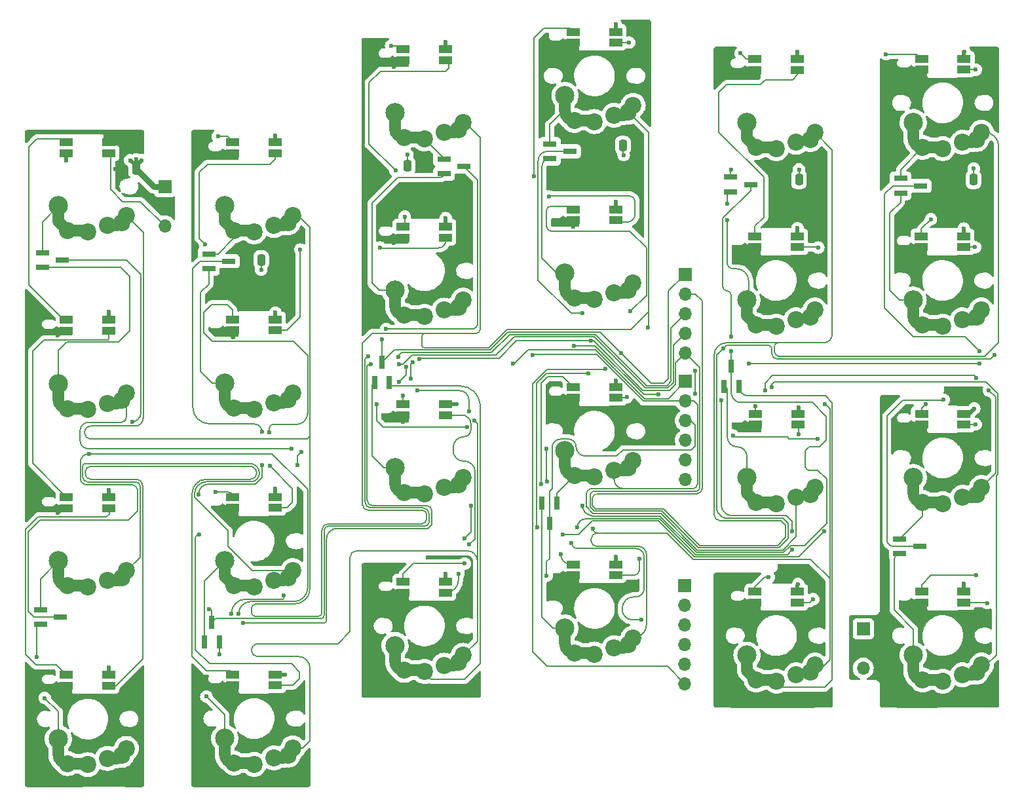
<source format=gbr>
%TF.GenerationSoftware,KiCad,Pcbnew,(6.99.0-4085-g6c752680d7)*%
%TF.CreationDate,2022-11-14T18:26:03+08:00*%
%TF.ProjectId,Right Flex PCB,52696768-7420-4466-9c65-78205043422e,rev?*%
%TF.SameCoordinates,Original*%
%TF.FileFunction,Copper,L1,Top*%
%TF.FilePolarity,Positive*%
%FSLAX46Y46*%
G04 Gerber Fmt 4.6, Leading zero omitted, Abs format (unit mm)*
G04 Created by KiCad (PCBNEW (6.99.0-4085-g6c752680d7)) date 2022-11-14 18:26:03*
%MOMM*%
%LPD*%
G01*
G04 APERTURE LIST*
G04 Aperture macros list*
%AMRoundRect*
0 Rectangle with rounded corners*
0 $1 Rounding radius*
0 $2 $3 $4 $5 $6 $7 $8 $9 X,Y pos of 4 corners*
0 Add a 4 corners polygon primitive as box body*
4,1,4,$2,$3,$4,$5,$6,$7,$8,$9,$2,$3,0*
0 Add four circle primitives for the rounded corners*
1,1,$1+$1,$2,$3*
1,1,$1+$1,$4,$5*
1,1,$1+$1,$6,$7*
1,1,$1+$1,$8,$9*
0 Add four rect primitives between the rounded corners*
20,1,$1+$1,$2,$3,$4,$5,0*
20,1,$1+$1,$4,$5,$6,$7,0*
20,1,$1+$1,$6,$7,$8,$9,0*
20,1,$1+$1,$8,$9,$2,$3,0*%
G04 Aperture macros list end*
%TA.AperFunction,SMDPad,CuDef*%
%ADD10R,1.700000X1.000000*%
%TD*%
%TA.AperFunction,SMDPad,CuDef*%
%ADD11R,1.800000X0.800000*%
%TD*%
%TA.AperFunction,SMDPad,CuDef*%
%ADD12RoundRect,0.250000X-0.250000X-0.475000X0.250000X-0.475000X0.250000X0.475000X-0.250000X0.475000X0*%
%TD*%
%TA.AperFunction,ComponentPad*%
%ADD13C,2.500000*%
%TD*%
%TA.AperFunction,ComponentPad*%
%ADD14C,2.200000*%
%TD*%
%TA.AperFunction,ComponentPad*%
%ADD15R,1.700000X1.700000*%
%TD*%
%TA.AperFunction,ComponentPad*%
%ADD16O,1.700000X1.700000*%
%TD*%
%TA.AperFunction,SMDPad,CuDef*%
%ADD17RoundRect,0.250000X0.250000X0.475000X-0.250000X0.475000X-0.250000X-0.475000X0.250000X-0.475000X0*%
%TD*%
%TA.AperFunction,SMDPad,CuDef*%
%ADD18R,0.800000X1.800000*%
%TD*%
%TA.AperFunction,ViaPad*%
%ADD19C,0.600000*%
%TD*%
%TA.AperFunction,Conductor*%
%ADD20C,0.150000*%
%TD*%
%TA.AperFunction,Conductor*%
%ADD21C,1.524000*%
%TD*%
%TA.AperFunction,Conductor*%
%ADD22C,0.500000*%
%TD*%
%TA.AperFunction,Conductor*%
%ADD23C,0.800000*%
%TD*%
%TA.AperFunction,Conductor*%
%ADD24C,0.200000*%
%TD*%
%TA.AperFunction,Conductor*%
%ADD25C,0.130000*%
%TD*%
G04 APERTURE END LIST*
D10*
%TO.P,D55,1,DOUT*%
%TO.N,Net-(D55-DOUT)*%
X156959398Y-63206597D03*
%TO.P,D55,2,VSS*%
%TO.N,Gnd*%
X151459398Y-63206597D03*
%TO.P,D55,3,DIN*%
%TO.N,Net-(D53-DOUT)*%
X151459398Y-61806597D03*
%TO.P,D55,4,VDD*%
%TO.N,Vcc*%
X156959398Y-61806597D03*
%TD*%
%TO.P,D43,1,DOUT*%
%TO.N,Net-(D43-DOUT)*%
X111974399Y-36758599D03*
%TO.P,D43,2,VSS*%
%TO.N,Gnd*%
X106474399Y-36758599D03*
%TO.P,D43,3,DIN*%
%TO.N,Net-(D41-DOUT)*%
X106474399Y-35358599D03*
%TO.P,D43,4,VDD*%
%TO.N,Vcc*%
X111974399Y-35358599D03*
%TD*%
D11*
%TO.P,D13,1,A*%
%TO.N,Net-(D13-A)_1*%
X37875199Y-65814399D03*
%TO.P,D13,2,A*%
%TO.N,Net-(D13-A)*%
X37875199Y-63914399D03*
%TO.P,D13,3,K*%
%TO.N,col1*%
X40475199Y-64864399D03*
%TD*%
%TO.P,D17,1,A*%
%TO.N,Net-(D17-A)*%
X148675199Y-102814399D03*
%TO.P,D17,2,A*%
%TO.N,Net-(D17-A)_1*%
X148675199Y-100914399D03*
%TO.P,D17,3,K*%
%TO.N,col6*%
X151275199Y-101864399D03*
%TD*%
D10*
%TO.P,D18,1,DOUT*%
%TO.N,Net-(D18-DOUT)*%
X46475200Y-119884397D03*
%TO.P,D18,2,VSS*%
%TO.N,Gnd*%
X40975200Y-119884397D03*
%TO.P,D18,3,DIN*%
%TO.N,Net-(D18-DIN)*%
X40975200Y-118484397D03*
%TO.P,D18,4,VDD*%
%TO.N,Vcc*%
X46475200Y-118484397D03*
%TD*%
D12*
%TO.P,C3,1*%
%TO.N,Vcc*%
X158200000Y-54450000D03*
%TO.P,C3,2*%
%TO.N,Gnd*%
X160100000Y-54450000D03*
%TD*%
D13*
%TO.P,SW12,1,1*%
%TO.N,Net-(D10-A)_1*%
X83443400Y-114693200D03*
D14*
X84653400Y-117903200D03*
X87253400Y-118053200D03*
%TO.P,SW12,2,2*%
%TO.N,row4*%
X89793400Y-117233200D03*
X91653400Y-116853200D03*
X92253400Y-115953200D03*
%TD*%
D15*
%TO.P,J3,1,Pin_1*%
%TO.N,Vcc*%
X53695199Y-55364399D03*
D16*
%TO.P,J3,2,Pin_2*%
%TO.N,Gnd*%
X53695199Y-57904399D03*
%TO.P,J3,3,Pin_3*%
%TO.N,Din*%
X53695199Y-60444399D03*
%TD*%
D11*
%TO.P,D1,1,A*%
%TO.N,Net-(D1-A)_1*%
X37625199Y-111964399D03*
%TO.P,D1,2,A*%
%TO.N,Net-(D1-A)*%
X37625199Y-110064399D03*
%TO.P,D1,3,K*%
%TO.N,col1*%
X40225199Y-111014399D03*
%TD*%
D13*
%TO.P,SW7,1,1*%
%TO.N,Net-(D32-A)_1*%
X61431599Y-103736400D03*
D14*
X62641599Y-106946400D03*
X65241599Y-107096400D03*
%TO.P,SW7,2,2*%
%TO.N,row3*%
X67781599Y-106276400D03*
X69641599Y-105896400D03*
X70241599Y-104996400D03*
%TD*%
D10*
%TO.P,D23,1,DOUT*%
%TO.N,Net-(D23-DOUT)*%
X90003399Y-84891599D03*
%TO.P,D23,2,VSS*%
%TO.N,Gnd*%
X84503399Y-84891599D03*
%TO.P,D23,3,DIN*%
%TO.N,Net-(D21-DOUT)*%
X84503399Y-83491599D03*
%TO.P,D23,4,VDD*%
%TO.N,Vcc*%
X90003399Y-83491599D03*
%TD*%
D13*
%TO.P,SW16,1,1*%
%TO.N,Net-(D12-A)*%
X105414400Y-89521800D03*
D14*
X106624400Y-92731800D03*
X109224400Y-92881800D03*
%TO.P,SW16,2,2*%
%TO.N,row3*%
X111764400Y-92061800D03*
X113624400Y-91681800D03*
X114224400Y-90781800D03*
%TD*%
D17*
%TO.P,C1,1*%
%TO.N,Vcc*%
X49975200Y-53064400D03*
%TO.P,C1,2*%
%TO.N,Gnd*%
X48075200Y-53064400D03*
%TD*%
D13*
%TO.P,SW21,1,1*%
%TO.N,Net-(D15-A)*%
X128936400Y-92982800D03*
D14*
X130146400Y-96192800D03*
X132746400Y-96342800D03*
%TO.P,SW21,2,2*%
%TO.N,row3*%
X135286400Y-95522800D03*
X137146400Y-95142800D03*
X137746400Y-94242800D03*
%TD*%
D10*
%TO.P,D49,1,DOUT*%
%TO.N,Net-(D49-DOUT)*%
X135496399Y-86142799D03*
%TO.P,D49,2,VSS*%
%TO.N,Gnd*%
X129996399Y-86142799D03*
%TO.P,D49,3,DIN*%
%TO.N,Net-(D47-DOUT)*%
X129996399Y-84742799D03*
%TO.P,D49,4,VDD*%
%TO.N,Vcc*%
X135496399Y-84742799D03*
%TD*%
D13*
%TO.P,SW11,1,1*%
%TO.N,Net-(D10-A)*%
X83443400Y-91731600D03*
D14*
X84653400Y-94941600D03*
X87253400Y-95091600D03*
%TO.P,SW11,2,2*%
%TO.N,row3*%
X89793400Y-94271600D03*
X91653400Y-93891600D03*
X92253400Y-92991600D03*
%TD*%
D13*
%TO.P,SW19,1,1*%
%TO.N,Net-(D14-A)_1*%
X128911000Y-47110400D03*
D14*
X130121000Y-50320400D03*
X132721000Y-50470400D03*
%TO.P,SW19,2,2*%
%TO.N,row1*%
X135261000Y-49650400D03*
X137121000Y-49270400D03*
X137721000Y-48370400D03*
%TD*%
D10*
%TO.P,D7,1,DOUT*%
%TO.N,Net-(D33-DIN)*%
X67991598Y-96896399D03*
%TO.P,D7,2,VSS*%
%TO.N,Gnd*%
X62491598Y-96896399D03*
%TO.P,D7,3,DIN*%
%TO.N,Net-(D5-DOUT)*%
X62491598Y-95496399D03*
%TO.P,D7,4,VDD*%
%TO.N,Vcc*%
X67991598Y-95496399D03*
%TD*%
D15*
%TO.P,J2,1,Pin_1*%
%TO.N,col3*%
X120960799Y-66719198D03*
D16*
%TO.P,J2,2,Pin_2*%
%TO.N,row1*%
X120960799Y-69259198D03*
%TO.P,J2,3,Pin_3*%
%TO.N,col2*%
X120960799Y-71799198D03*
%TO.P,J2,4,Pin_4*%
%TO.N,col1*%
X120960799Y-74339198D03*
%TO.P,J2,5,Pin_5*%
%TO.N,row2*%
X120960799Y-76879198D03*
%TD*%
D10*
%TO.P,D37,1,DOUT*%
%TO.N,Net-(D37-DOUT)*%
X111974399Y-105592599D03*
%TO.P,D37,2,VSS*%
%TO.N,Gnd*%
X106474399Y-105592599D03*
%TO.P,D37,3,DIN*%
%TO.N,Net-(D25-DOUT)*%
X106474399Y-104192599D03*
%TO.P,D37,4,VDD*%
%TO.N,Vcc*%
X111974399Y-104192599D03*
%TD*%
D15*
%TO.P,J4,1,Pin_1*%
%TO.N,row4*%
X120960799Y-80536798D03*
D16*
%TO.P,J4,2,Pin_2*%
%TO.N,row3*%
X120960799Y-83076798D03*
%TO.P,J4,3,Pin_3*%
%TO.N,col4*%
X120960799Y-85616798D03*
%TO.P,J4,4,Pin_4*%
%TO.N,col5*%
X120960799Y-88156798D03*
%TO.P,J4,5,Pin_5*%
%TO.N,col6*%
X120960799Y-90696798D03*
%TO.P,J4,6,Pin_6*%
%TO.N,row5*%
X120960799Y-93236798D03*
%TD*%
D10*
%TO.P,D35,1,DOUT*%
%TO.N,Net-(D19-DIN)*%
X67991598Y-51023999D03*
%TO.P,D35,2,VSS*%
%TO.N,Gnd*%
X62491598Y-51023999D03*
%TO.P,D35,3,DIN*%
%TO.N,Net-(D33-DOUT)*%
X62491598Y-49623999D03*
%TO.P,D35,4,VDD*%
%TO.N,Vcc*%
X67991598Y-49623999D03*
%TD*%
D15*
%TO.P,J5,1,Pin_1*%
%TO.N,Vcc*%
X143955199Y-112534399D03*
D16*
%TO.P,J5,2,Pin_2*%
%TO.N,Gnd*%
X143955199Y-115074399D03*
%TO.P,J5,3,Pin_3*%
%TO.N,Dout*%
X143955199Y-117614399D03*
%TD*%
D10*
%TO.P,D41,1,DOUT*%
%TO.N,Net-(D41-DOUT)*%
X111974399Y-59720199D03*
%TO.P,D41,2,VSS*%
%TO.N,Gnd*%
X106474399Y-59720199D03*
%TO.P,D41,3,DIN*%
%TO.N,Net-(D39-DOUT)*%
X106474399Y-58320199D03*
%TO.P,D41,4,VDD*%
%TO.N,Vcc*%
X111974399Y-58320199D03*
%TD*%
D11*
%TO.P,D11,1,A*%
%TO.N,Net-(D11-A)*%
X103449999Y-51749999D03*
%TO.P,D11,2,A*%
%TO.N,Net-(D11-A)_1*%
X103449999Y-49849999D03*
%TO.P,D11,3,K*%
%TO.N,col4*%
X106049999Y-50799999D03*
%TD*%
D10*
%TO.P,D2,1,DOUT*%
%TO.N,Net-(D2-DOUT)*%
X40987199Y-49630600D03*
%TO.P,D2,2,VSS*%
%TO.N,Gnd*%
X46487199Y-49630600D03*
%TO.P,D2,3,DIN*%
%TO.N,Din*%
X46487199Y-51030600D03*
%TO.P,D2,4,VDD*%
%TO.N,Vcc*%
X40987199Y-51030600D03*
%TD*%
D11*
%TO.P,D9,1,A*%
%TO.N,Net-(D9-A)*%
X89775199Y-53714399D03*
%TO.P,D9,2,A*%
%TO.N,Net-(D9-A)_1*%
X89775199Y-51814399D03*
%TO.P,D9,3,K*%
%TO.N,col3*%
X92375199Y-52764399D03*
%TD*%
D10*
%TO.P,D4,1,DOUT*%
%TO.N,Net-(D18-DIN)*%
X46487199Y-96928400D03*
%TO.P,D4,2,VSS*%
%TO.N,Gnd*%
X40987199Y-96928400D03*
%TO.P,D4,3,DIN*%
%TO.N,Net-(D3-DOUT)*%
X40987199Y-95528400D03*
%TO.P,D4,4,VDD*%
%TO.N,Vcc*%
X46487199Y-95528400D03*
%TD*%
%TO.P,D25,1,DOUT*%
%TO.N,Net-(D25-DOUT)*%
X90003399Y-107853199D03*
%TO.P,D25,2,VSS*%
%TO.N,Gnd*%
X84503399Y-107853199D03*
%TO.P,D25,3,DIN*%
%TO.N,Net-(D23-DOUT)*%
X84503399Y-106453199D03*
%TO.P,D25,4,VDD*%
%TO.N,Vcc*%
X90003399Y-106453199D03*
%TD*%
D11*
%TO.P,D14,1,A*%
%TO.N,Net-(D14-A)*%
X126799999Y-56049999D03*
%TO.P,D14,2,A*%
%TO.N,Net-(D14-A)_1*%
X126799999Y-54149999D03*
%TO.P,D14,3,K*%
%TO.N,col5*%
X129399999Y-55099999D03*
%TD*%
D12*
%TO.P,C6,1*%
%TO.N,Vcc*%
X66150000Y-64850000D03*
%TO.P,C6,2*%
%TO.N,Gnd*%
X68050000Y-64850000D03*
%TD*%
D13*
%TO.P,SW17,1,1*%
%TO.N,Net-(D12-A)_1*%
X105414400Y-112432600D03*
D14*
X106624400Y-115642600D03*
X109224400Y-115792600D03*
%TO.P,SW17,2,2*%
%TO.N,row4*%
X111764400Y-114972600D03*
X113624400Y-114592600D03*
X114224400Y-113692600D03*
%TD*%
D10*
%TO.P,D59,1,DOUT*%
%TO.N,Dout*%
X156984798Y-109104397D03*
%TO.P,D59,2,VSS*%
%TO.N,Gnd*%
X151484798Y-109104397D03*
%TO.P,D59,3,DIN*%
%TO.N,Net-(D57-DOUT)*%
X151484798Y-107704397D03*
%TO.P,D59,4,VDD*%
%TO.N,Vcc*%
X156984798Y-107704397D03*
%TD*%
D18*
%TO.P,D32,1,A*%
%TO.N,Net-(D32-A)*%
X60725199Y-114264399D03*
%TO.P,D32,2,A*%
%TO.N,Net-(D32-A)_1*%
X58825199Y-114264399D03*
%TO.P,D32,3,K*%
%TO.N,col2*%
X59775199Y-111664399D03*
%TD*%
D13*
%TO.P,SW5,1,1*%
%TO.N,Net-(D31-A)*%
X61431599Y-57864000D03*
D14*
X62641599Y-61074000D03*
X65241599Y-61224000D03*
%TO.P,SW5,2,2*%
%TO.N,row1*%
X67781599Y-60404000D03*
X69641599Y-60024000D03*
X70241599Y-59124000D03*
%TD*%
D10*
%TO.P,D57,1,DOUT*%
%TO.N,Net-(D57-DOUT)*%
X156984798Y-86142797D03*
%TO.P,D57,2,VSS*%
%TO.N,Gnd*%
X151484798Y-86142797D03*
%TO.P,D57,3,DIN*%
%TO.N,Net-(D55-DOUT)*%
X151484798Y-84742797D03*
%TO.P,D57,4,VDD*%
%TO.N,Vcc*%
X156984798Y-84742797D03*
%TD*%
D13*
%TO.P,SW9,1,1*%
%TO.N,Net-(D9-A)_1*%
X83418000Y-45833800D03*
D14*
X84628000Y-49043800D03*
X87228000Y-49193800D03*
%TO.P,SW9,2,2*%
%TO.N,row1*%
X89768000Y-48373800D03*
X91628000Y-47993800D03*
X92228000Y-47093800D03*
%TD*%
D13*
%TO.P,SW14,1,1*%
%TO.N,Net-(D11-A)_1*%
X105414400Y-43598600D03*
D14*
X106624400Y-46808600D03*
X109224400Y-46958600D03*
%TO.P,SW14,2,2*%
%TO.N,row1*%
X111764400Y-46138600D03*
X113624400Y-45758600D03*
X114224400Y-44858600D03*
%TD*%
D10*
%TO.P,D39,1,DOUT*%
%TO.N,Net-(D39-DOUT)*%
X111974399Y-82681799D03*
%TO.P,D39,2,VSS*%
%TO.N,Gnd*%
X106474399Y-82681799D03*
%TO.P,D39,3,DIN*%
%TO.N,Net-(D37-DOUT)*%
X106474399Y-81281799D03*
%TO.P,D39,4,VDD*%
%TO.N,Vcc*%
X111974399Y-81281799D03*
%TD*%
D13*
%TO.P,SW15,1,1*%
%TO.N,Net-(D11-A)*%
X105414400Y-66560200D03*
D14*
X106624400Y-69770200D03*
X109224400Y-69920200D03*
%TO.P,SW15,2,2*%
%TO.N,row2*%
X111764400Y-69100200D03*
X113624400Y-68720200D03*
X114224400Y-67820200D03*
%TD*%
D10*
%TO.P,D33,1,DOUT*%
%TO.N,Net-(D33-DOUT)*%
X67991598Y-73934799D03*
%TO.P,D33,2,VSS*%
%TO.N,Gnd*%
X62491598Y-73934799D03*
%TO.P,D33,3,DIN*%
%TO.N,Net-(D33-DIN)*%
X62491598Y-72534799D03*
%TO.P,D33,4,VDD*%
%TO.N,Vcc*%
X67991598Y-72534799D03*
%TD*%
D12*
%TO.P,C4,1*%
%TO.N,Vcc*%
X135650000Y-54450000D03*
%TO.P,C4,2*%
%TO.N,Gnd*%
X137550000Y-54450000D03*
%TD*%
D15*
%TO.P,J1,1,Pin_1*%
%TO.N,col5*%
X120885199Y-106904399D03*
D16*
%TO.P,J1,2,Pin_2*%
%TO.N,col6*%
X120885199Y-109444399D03*
%TO.P,J1,3,Pin_3*%
%TO.N,col4*%
X120885199Y-111984399D03*
%TO.P,J1,4,Pin_4*%
%TO.N,row5*%
X120885199Y-114524399D03*
%TO.P,J1,5,Pin_5*%
%TO.N,col2*%
X120885199Y-117064399D03*
%TO.P,J1,6,Pin_6*%
%TO.N,col3*%
X120885199Y-119604399D03*
%TD*%
D13*
%TO.P,SW1,1,1*%
%TO.N,Net-(D13-A)*%
X39927200Y-57870601D03*
D14*
X41137200Y-61080601D03*
X43737200Y-61230601D03*
%TO.P,SW1,2,2*%
%TO.N,row1*%
X46277200Y-60410601D03*
X48137200Y-60030601D03*
X48737200Y-59130601D03*
%TD*%
D18*
%TO.P,D12,1,A*%
%TO.N,Net-(D12-A)_1*%
X102449999Y-96299999D03*
%TO.P,D12,2,A*%
%TO.N,Net-(D12-A)*%
X104349999Y-96299999D03*
%TO.P,D12,3,K*%
%TO.N,col4*%
X103399999Y-98899999D03*
%TD*%
D12*
%TO.P,C5,1*%
%TO.N,Vcc*%
X112900000Y-50050000D03*
%TO.P,C5,2*%
%TO.N,Gnd*%
X114800000Y-50050000D03*
%TD*%
D13*
%TO.P,SW24,1,1*%
%TO.N,Net-(D16-A)*%
X150399399Y-70046598D03*
D14*
X151609399Y-73256598D03*
X154209399Y-73406598D03*
%TO.P,SW24,2,2*%
%TO.N,row2*%
X156749399Y-72586598D03*
X158609399Y-72206598D03*
X159209399Y-71306598D03*
%TD*%
D11*
%TO.P,D31,1,A*%
%TO.N,Net-(D31-A)_1*%
X59375199Y-65964399D03*
%TO.P,D31,2,A*%
%TO.N,Net-(D31-A)*%
X59375199Y-64064399D03*
%TO.P,D31,3,K*%
%TO.N,col2*%
X61975199Y-65014399D03*
%TD*%
D13*
%TO.P,SW8,1,1*%
%TO.N,Net-(D32-A)*%
X61431599Y-126672600D03*
D14*
X62641599Y-129882600D03*
X65241599Y-130032600D03*
%TO.P,SW8,2,2*%
%TO.N,row4*%
X67781599Y-129212600D03*
X69641599Y-128832600D03*
X70241599Y-127932600D03*
%TD*%
D13*
%TO.P,SW10,1,1*%
%TO.N,Net-(D9-A)*%
X83443400Y-68795400D03*
D14*
X84653400Y-72005400D03*
X87253400Y-72155400D03*
%TO.P,SW10,2,2*%
%TO.N,row2*%
X89793400Y-71335400D03*
X91653400Y-70955400D03*
X92253400Y-70055400D03*
%TD*%
D13*
%TO.P,SW25,1,1*%
%TO.N,Net-(D17-A)_1*%
X150424799Y-92982798D03*
D14*
X151634799Y-96192798D03*
X154234799Y-96342798D03*
%TO.P,SW25,2,2*%
%TO.N,row3*%
X156774799Y-95522798D03*
X158634799Y-95142798D03*
X159234799Y-94242798D03*
%TD*%
D10*
%TO.P,D45,1,DOUT*%
%TO.N,Net-(D45-DOUT)*%
X135470999Y-40270399D03*
%TO.P,D45,2,VSS*%
%TO.N,Gnd*%
X129970999Y-40270399D03*
%TO.P,D45,3,DIN*%
%TO.N,Net-(D43-DOUT)*%
X129970999Y-38870399D03*
%TO.P,D45,4,VDD*%
%TO.N,Vcc*%
X135470999Y-38870399D03*
%TD*%
D18*
%TO.P,D15,1,A*%
%TO.N,Net-(D15-A)_1*%
X127875199Y-81214399D03*
%TO.P,D15,2,A*%
%TO.N,Net-(D15-A)*%
X125975199Y-81214399D03*
%TO.P,D15,3,K*%
%TO.N,col5*%
X126925199Y-78614399D03*
%TD*%
D12*
%TO.P,C2,1*%
%TO.N,Vcc*%
X85050000Y-52700000D03*
%TO.P,C2,2*%
%TO.N,Gnd*%
X86950000Y-52700000D03*
%TD*%
D13*
%TO.P,SW26,1,1*%
%TO.N,Net-(D17-A)*%
X150424799Y-115944398D03*
D14*
X151634799Y-119154398D03*
X154234799Y-119304398D03*
%TO.P,SW26,2,2*%
%TO.N,row4*%
X156774799Y-118484398D03*
X158634799Y-118104398D03*
X159234799Y-117204398D03*
%TD*%
D10*
%TO.P,D3,1,DOUT*%
%TO.N,Net-(D3-DOUT)*%
X46487199Y-73992200D03*
%TO.P,D3,2,VSS*%
%TO.N,Gnd*%
X40987199Y-73992200D03*
%TO.P,D3,3,DIN*%
%TO.N,Net-(D2-DOUT)*%
X40987199Y-72592200D03*
%TO.P,D3,4,VDD*%
%TO.N,Vcc*%
X46487199Y-72592200D03*
%TD*%
%TO.P,D51,1,DOUT*%
%TO.N,Net-(D51-DOUT)*%
X135475199Y-109134397D03*
%TO.P,D51,2,VSS*%
%TO.N,Gnd*%
X129975199Y-109134397D03*
%TO.P,D51,3,DIN*%
%TO.N,Net-(D49-DOUT)*%
X129975199Y-107734397D03*
%TO.P,D51,4,VDD*%
%TO.N,Vcc*%
X135475199Y-107734397D03*
%TD*%
D13*
%TO.P,SW20,1,1*%
%TO.N,Net-(D14-A)*%
X128911000Y-70046600D03*
D14*
X130121000Y-73256600D03*
X132721000Y-73406600D03*
%TO.P,SW20,2,2*%
%TO.N,row2*%
X135261000Y-72586600D03*
X137121000Y-72206600D03*
X137721000Y-71306600D03*
%TD*%
D13*
%TO.P,SW2,1,1*%
%TO.N,Net-(D13-A)_1*%
X39927200Y-80832201D03*
D14*
X41137200Y-84042201D03*
X43737200Y-84192201D03*
%TO.P,SW2,2,2*%
%TO.N,row2*%
X46277200Y-83372201D03*
X48137200Y-82992201D03*
X48737200Y-82092201D03*
%TD*%
D13*
%TO.P,SW22,1,1*%
%TO.N,Net-(D15-A)_1*%
X128936400Y-115944400D03*
D14*
X130146400Y-119154400D03*
X132746400Y-119304400D03*
%TO.P,SW22,2,2*%
%TO.N,row4*%
X135286400Y-118484400D03*
X137146400Y-118104400D03*
X137746400Y-117204400D03*
%TD*%
D13*
%TO.P,SW23,1,1*%
%TO.N,Net-(D16-A)_1*%
X150424799Y-47084998D03*
D14*
X151634799Y-50294998D03*
X154234799Y-50444998D03*
%TO.P,SW23,2,2*%
%TO.N,row1*%
X156774799Y-49624998D03*
X158634799Y-49244998D03*
X159234799Y-48344998D03*
%TD*%
D11*
%TO.P,D16,1,A*%
%TO.N,Net-(D16-A)*%
X148775199Y-56214399D03*
%TO.P,D16,2,A*%
%TO.N,Net-(D16-A)_1*%
X148775199Y-54314399D03*
%TO.P,D16,3,K*%
%TO.N,col6*%
X151375199Y-55264399D03*
%TD*%
D10*
%TO.P,D19,1,DOUT*%
%TO.N,Net-(D19-DOUT)*%
X89975199Y-39034398D03*
%TO.P,D19,2,VSS*%
%TO.N,Gnd*%
X84475199Y-39034398D03*
%TO.P,D19,3,DIN*%
%TO.N,Net-(D19-DIN)*%
X84475199Y-37634398D03*
%TO.P,D19,4,VDD*%
%TO.N,Vcc*%
X89975199Y-37634398D03*
%TD*%
%TO.P,D5,1,DOUT*%
%TO.N,Net-(D5-DOUT)*%
X67991598Y-119832599D03*
%TO.P,D5,2,VSS*%
%TO.N,Gnd*%
X62491598Y-119832599D03*
%TO.P,D5,3,DIN*%
%TO.N,Net-(D18-DOUT)*%
X62491598Y-118432599D03*
%TO.P,D5,4,VDD*%
%TO.N,Vcc*%
X67991598Y-118432599D03*
%TD*%
D13*
%TO.P,SW6,1,1*%
%TO.N,Net-(D31-A)_1*%
X61431599Y-80774800D03*
D14*
X62641599Y-83984800D03*
X65241599Y-84134800D03*
%TO.P,SW6,2,2*%
%TO.N,row2*%
X67781599Y-83314800D03*
X69641599Y-82934800D03*
X70241599Y-82034800D03*
%TD*%
D18*
%TO.P,D10,1,A*%
%TO.N,Net-(D10-A)_1*%
X82725199Y-80664399D03*
%TO.P,D10,2,A*%
%TO.N,Net-(D10-A)*%
X80825199Y-80664399D03*
%TO.P,D10,3,K*%
%TO.N,col3*%
X81775199Y-78064399D03*
%TD*%
D10*
%TO.P,D21,1,DOUT*%
%TO.N,Net-(D21-DOUT)*%
X90003399Y-61955399D03*
%TO.P,D21,2,VSS*%
%TO.N,Gnd*%
X84503399Y-61955399D03*
%TO.P,D21,3,DIN*%
%TO.N,Net-(D19-DOUT)*%
X84503399Y-60555399D03*
%TO.P,D21,4,VDD*%
%TO.N,Vcc*%
X90003399Y-60555399D03*
%TD*%
%TO.P,D47,1,DOUT*%
%TO.N,Net-(D47-DOUT)*%
X135470999Y-63206599D03*
%TO.P,D47,2,VSS*%
%TO.N,Gnd*%
X129970999Y-63206599D03*
%TO.P,D47,3,DIN*%
%TO.N,Net-(D45-DOUT)*%
X129970999Y-61806599D03*
%TO.P,D47,4,VDD*%
%TO.N,Vcc*%
X135470999Y-61806599D03*
%TD*%
%TO.P,D53,1,DOUT*%
%TO.N,Net-(D53-DOUT)*%
X156984798Y-40244997D03*
%TO.P,D53,2,VSS*%
%TO.N,Gnd*%
X151484798Y-40244997D03*
%TO.P,D53,3,DIN*%
%TO.N,Net-(D51-DOUT)*%
X151484798Y-38844997D03*
%TO.P,D53,4,VDD*%
%TO.N,Vcc*%
X156984798Y-38844997D03*
%TD*%
D13*
%TO.P,SW3,1,1*%
%TO.N,Net-(D1-A)*%
X39927200Y-103768401D03*
D14*
X41137200Y-106978401D03*
X43737200Y-107128401D03*
%TO.P,SW3,2,2*%
%TO.N,row3*%
X46277200Y-106308401D03*
X48137200Y-105928401D03*
X48737200Y-105028401D03*
%TD*%
D13*
%TO.P,SW4,1,1*%
%TO.N,Net-(D1-A)_1*%
X39927200Y-126730001D03*
D14*
X41137200Y-129940001D03*
X43737200Y-130090001D03*
%TO.P,SW4,2,2*%
%TO.N,row4*%
X46277200Y-129270001D03*
X48137200Y-128890001D03*
X48737200Y-127990001D03*
%TD*%
D19*
%TO.N,row4*%
X138975000Y-83450000D03*
%TO.N,col1*%
X83950000Y-78300000D03*
X63250000Y-110550000D03*
X80300000Y-78300000D03*
X43900000Y-89900000D03*
X63850000Y-111750000D03*
X49494562Y-85740343D03*
%TO.N,col2*%
X122200000Y-79150000D03*
X122250000Y-82150000D03*
X66250000Y-91400000D03*
X66250000Y-87050000D03*
X58049700Y-95150000D03*
X83900000Y-77400000D03*
X59449317Y-109960483D03*
X80000000Y-77350000D03*
%TO.N,col3*%
X81800000Y-75150000D03*
X82300000Y-73789900D03*
X112700000Y-76900000D03*
X110650000Y-78900000D03*
%TO.N,col4*%
X107650000Y-71750000D03*
X106600000Y-75945362D03*
X103050000Y-105650000D03*
X117447701Y-82252299D03*
%TO.N,col5*%
X126900000Y-76600000D03*
X126900000Y-74750000D03*
X107625500Y-96636875D03*
%TO.N,col6*%
X154350000Y-82925500D03*
X158950000Y-78250000D03*
X125600000Y-83000000D03*
X134761900Y-99900000D03*
X129183354Y-78242909D03*
X134800000Y-102300000D03*
X107000000Y-99450000D03*
X158950000Y-76600000D03*
%TO.N,row1*%
X116100000Y-73600000D03*
%TO.N,row3*%
X101250000Y-77100000D03*
X160187250Y-81712750D03*
X131250000Y-81750000D03*
X158550000Y-80075500D03*
%TO.N,row2*%
X86550000Y-77650000D03*
X160900000Y-77150000D03*
X70050000Y-89250000D03*
X108800000Y-75300000D03*
X125850000Y-76300000D03*
%TO.N,row4*%
X93726682Y-85644547D03*
X109000000Y-99550000D03*
X98700000Y-78200000D03*
X132100000Y-81300000D03*
%TO.N,row5*%
X115250000Y-111350000D03*
X106250000Y-101450000D03*
%TO.N,Vcc*%
X156950000Y-106650000D03*
X40975200Y-52014400D03*
X46475200Y-71564400D03*
X90000000Y-36650000D03*
X135550000Y-106750000D03*
X50675200Y-51964400D03*
X66150000Y-66100000D03*
X46475200Y-117564400D03*
X85050000Y-51250000D03*
X111950000Y-57350000D03*
X156950000Y-60800000D03*
X112000000Y-80450000D03*
X157000000Y-37900000D03*
X135650000Y-53150000D03*
X68000000Y-48800000D03*
X135450000Y-60750000D03*
X89950000Y-105450000D03*
X67991599Y-71658401D03*
X46475200Y-94614400D03*
X49225200Y-51964400D03*
X135425582Y-37961584D03*
X67950000Y-94450000D03*
X158250000Y-53050000D03*
X135600000Y-83874500D03*
X69250000Y-118450000D03*
X158300000Y-84050000D03*
X49975200Y-51864400D03*
X113000000Y-51300000D03*
X112000000Y-103250000D03*
X111950000Y-34400000D03*
X90000000Y-59450000D03*
X91400000Y-83500000D03*
%TO.N,Net-(D1-A)_1*%
X38178601Y-121471399D03*
X37125200Y-116174800D03*
%TO.N,Net-(D5-DOUT)*%
X58150000Y-100300000D03*
X60250000Y-94800000D03*
%TO.N,Net-(D33-DIN)*%
X67200000Y-87100000D03*
X67250000Y-91450000D03*
%TO.N,Net-(D14-A)*%
X126405625Y-59710840D03*
X126400000Y-57600000D03*
%TO.N,Net-(D14-A)_1*%
X126900000Y-53150000D03*
%TO.N,Gnd*%
X62500000Y-120800000D03*
X151450000Y-64250000D03*
X151450000Y-110150000D03*
X114750000Y-51350000D03*
X84500000Y-108900000D03*
X106500000Y-83701643D03*
X62500000Y-74825500D03*
X160150000Y-53050000D03*
X106450000Y-37650000D03*
X62500000Y-97950000D03*
X128800000Y-86150000D03*
X129900000Y-41350000D03*
X129950000Y-64400000D03*
X129950000Y-110200000D03*
X47325200Y-53064400D03*
X87000000Y-51300000D03*
X106350000Y-106625500D03*
X68100000Y-66100000D03*
X137550000Y-53100000D03*
X151500000Y-87000000D03*
X84500000Y-85750000D03*
X106450000Y-60575500D03*
X39825200Y-74639900D03*
X151400000Y-41250000D03*
X47825200Y-49614400D03*
X39825200Y-97539900D03*
X61350000Y-51650000D03*
X40975200Y-120714400D03*
X83300000Y-62700000D03*
X83250000Y-39850000D03*
%TO.N,Dout*%
X160000000Y-109200000D03*
%TO.N,Net-(D19-DOUT)*%
X83500000Y-53300000D03*
X84700000Y-59250000D03*
%TO.N,Net-(D19-DIN)*%
X84000000Y-80600000D03*
X92725500Y-86450000D03*
X70850000Y-91400000D03*
X84900000Y-78625500D03*
X62300000Y-110550000D03*
X58900000Y-62800000D03*
X71350000Y-89650000D03*
X81100000Y-83500000D03*
X82950000Y-37150000D03*
X69100000Y-108250000D03*
%TO.N,Net-(D21-DOUT)*%
X81500000Y-63250000D03*
X85450000Y-80200000D03*
X85700000Y-78100000D03*
X84500000Y-82400000D03*
%TO.N,Net-(D23-DOUT)*%
X92450000Y-104100000D03*
X93050000Y-101650000D03*
%TO.N,Net-(D25-DOUT)*%
X92400000Y-100850000D03*
X93250000Y-96650000D03*
X93000000Y-84450000D03*
X108450000Y-79500000D03*
X91650000Y-105400000D03*
X86300000Y-81750000D03*
X104850000Y-102900000D03*
X101799200Y-99400000D03*
%TO.N,Net-(D32-A)*%
X59075000Y-121275000D03*
X60775200Y-115824800D03*
%TO.N,Net-(D33-DOUT)*%
X71200000Y-63500000D03*
X60575000Y-48900000D03*
%TO.N,Net-(D37-DOUT)*%
X102300000Y-93850000D03*
X115000000Y-103500000D03*
%TO.N,Net-(D39-DOUT)*%
X113850000Y-71500000D03*
X113400000Y-82600000D03*
%TO.N,Net-(D41-DOUT)*%
X103350000Y-56650000D03*
X101424700Y-54050000D03*
%TO.N,Net-(D43-DOUT)*%
X103050000Y-89250000D03*
X103100000Y-93500000D03*
X127100000Y-87550000D03*
X138100000Y-87950000D03*
X128100000Y-38150000D03*
X113700000Y-36750000D03*
X105150000Y-100300000D03*
X138900000Y-99950000D03*
%TO.N,Net-(D47-DOUT)*%
X130000000Y-83774500D03*
X138150000Y-63250000D03*
%TO.N,Net-(D49-DOUT)*%
X131750000Y-105850000D03*
X135600000Y-87400000D03*
%TO.N,Net-(D51-DOUT)*%
X137500000Y-108700000D03*
X146900000Y-38250000D03*
%TO.N,Net-(D53-DOUT)*%
X158500000Y-40250000D03*
X152700000Y-59600000D03*
%TO.N,Net-(D55-DOUT)*%
X158400000Y-63200000D03*
X152050000Y-83474500D03*
%TO.N,Net-(D57-DOUT)*%
X158550000Y-105600000D03*
X158500000Y-86100000D03*
%TD*%
D20*
%TO.N,col5*%
X127146605Y-82724547D02*
X127038698Y-82537645D01*
X127285329Y-82889871D02*
X127146605Y-82724547D01*
X127450653Y-83028595D02*
X127285329Y-82889871D01*
X128052892Y-83247792D02*
X127840355Y-83210316D01*
X128160800Y-83250000D02*
X128052892Y-83247792D01*
X127840355Y-83210316D02*
X127637555Y-83136502D01*
X137350000Y-83250000D02*
X128160800Y-83250000D01*
X139200000Y-88150000D02*
X139200000Y-85100000D01*
X138350000Y-89000000D02*
X139200000Y-88150000D01*
X137300000Y-89000000D02*
X138350000Y-89000000D01*
X137216466Y-89001866D02*
X137300000Y-89000000D01*
X137052608Y-89034459D02*
X137216466Y-89001866D01*
X136898258Y-89098393D02*
X137052608Y-89034459D01*
X136759346Y-89191211D02*
X136898258Y-89098393D01*
X127637555Y-83136502D02*
X127450653Y-83028595D01*
X136548393Y-89448258D02*
X136641211Y-89309346D01*
X136641211Y-89309346D02*
X136759346Y-89191211D01*
X136484459Y-89602608D02*
X136548393Y-89448258D01*
X136451866Y-89766466D02*
X136484459Y-89602608D01*
X136451965Y-91428650D02*
X136450000Y-91350000D01*
X136486967Y-91582005D02*
X136451965Y-91428650D01*
X136555217Y-91723727D02*
X136486967Y-91582005D01*
X136776273Y-91944783D02*
X136653291Y-91846709D01*
X136917995Y-92013033D02*
X136776273Y-91944783D01*
X137071350Y-92048035D02*
X136917995Y-92013033D01*
X137150000Y-92050000D02*
X137071350Y-92048035D01*
X139200000Y-85100000D02*
X137350000Y-83250000D01*
X139208666Y-93158666D02*
X138100000Y-92050000D01*
X126927408Y-82122308D02*
X126925200Y-82014400D01*
X139208666Y-98898871D02*
X139208666Y-93158666D01*
X136332537Y-101775000D02*
X139208666Y-98898871D01*
X134575000Y-101775000D02*
X136332537Y-101775000D01*
X133700000Y-102650000D02*
X134575000Y-101775000D01*
X122400000Y-102650000D02*
X133700000Y-102650000D01*
X136450000Y-91350000D02*
X136450000Y-89850000D01*
X117700000Y-97950000D02*
X122400000Y-102650000D01*
X127038698Y-82537645D02*
X126964884Y-82334845D01*
X109150000Y-97950000D02*
X117700000Y-97950000D01*
X109032120Y-97947803D02*
X109150000Y-97950000D01*
X126925200Y-82014400D02*
X126925200Y-78614400D01*
X108799264Y-97910923D02*
X109032120Y-97947803D01*
X138100000Y-92050000D02*
X137150000Y-92050000D01*
X108575043Y-97838069D02*
X108799264Y-97910923D01*
X108364980Y-97731036D02*
X108575043Y-97838069D01*
X108174247Y-97592461D02*
X108364980Y-97731036D01*
X108007539Y-97425753D02*
X108174247Y-97592461D01*
X107761931Y-97024957D02*
X107868964Y-97235020D01*
X136653291Y-91846709D02*
X136555217Y-91723727D01*
X107689077Y-96800736D02*
X107761931Y-97024957D01*
X107689077Y-96700452D02*
X107689077Y-96800736D01*
X126964884Y-82334845D02*
X126927408Y-82122308D01*
X107625500Y-96636875D02*
X107689077Y-96700452D01*
X107868964Y-97235020D02*
X108007539Y-97425753D01*
X136450000Y-89850000D02*
X136451866Y-89766466D01*
%TO.N,Net-(D19-DIN)*%
X81900000Y-86450000D02*
X92725500Y-86450000D01*
X81100000Y-83500000D02*
X81100000Y-85650000D01*
X81100000Y-85650000D02*
X81900000Y-86450000D01*
%TO.N,Net-(D21-DOUT)*%
X85598825Y-78100000D02*
X85559339Y-78139486D01*
X85700000Y-78100000D02*
X85598825Y-78100000D01*
X85450000Y-78350000D02*
X85450000Y-80200000D01*
X85559330Y-78139474D02*
G75*
G03*
X85450000Y-78350000I154770J-214026D01*
G01*
%TO.N,Net-(D33-DOUT)*%
X71200000Y-72200000D02*
X69465200Y-73934800D01*
X71200000Y-63500000D02*
X71200000Y-72200000D01*
X69465200Y-73934800D02*
X67991599Y-73934800D01*
%TO.N,row4*%
X139000000Y-83450000D02*
X138975000Y-83450000D01*
X139312500Y-83762500D02*
X139000000Y-83450000D01*
X139312500Y-83762500D02*
X139650000Y-84100000D01*
X139650000Y-84100000D02*
X139650000Y-106350000D01*
%TO.N,Net-(D33-DOUT)*%
X61767599Y-48900000D02*
X62491599Y-49624000D01*
X60575000Y-48900000D02*
X61767599Y-48900000D01*
%TO.N,col1*%
X67550000Y-89900000D02*
X72150000Y-94500000D01*
X119400000Y-80675736D02*
X119400000Y-75899999D01*
X74600000Y-110350000D02*
X74600000Y-111450000D01*
X40475200Y-64864400D02*
X48714400Y-64864400D01*
X74600000Y-110300000D02*
X74600000Y-110350000D01*
X40225200Y-111014400D02*
X36825200Y-111014400D01*
X118675736Y-81400000D02*
X119400000Y-80675736D01*
X37585600Y-98464400D02*
X49035600Y-98464400D01*
X80536667Y-96600000D02*
X81300000Y-96600000D01*
X43900000Y-89900000D02*
X67550000Y-89900000D01*
X72150000Y-94500000D02*
X72150000Y-107250000D01*
X88200000Y-99068183D02*
X87718183Y-99550000D01*
X42775200Y-93064400D02*
X42775200Y-91024800D01*
X119400000Y-75899999D02*
X120960800Y-74339199D01*
X74600000Y-100900000D02*
X74600000Y-110300000D01*
X83950000Y-78300000D02*
X84450000Y-78300000D01*
X85650000Y-77100000D02*
X96500000Y-77100000D01*
X50600000Y-66750000D02*
X50600000Y-84634905D01*
X88200000Y-97254538D02*
X88200000Y-99068183D01*
X36075200Y-110264400D02*
X36075200Y-99974800D01*
X115800000Y-81400000D02*
X118675736Y-81400000D01*
X36825200Y-111014400D02*
X36075200Y-110264400D01*
X80100000Y-78300000D02*
X79850000Y-78550000D01*
X109175000Y-74775000D02*
X115800000Y-81400000D01*
X75950000Y-99550000D02*
X87718183Y-99550000D01*
X98825000Y-74775000D02*
X109175000Y-74775000D01*
X84450000Y-78300000D02*
X85650000Y-77100000D01*
X43625200Y-93914400D02*
X49464400Y-93914400D01*
X48714400Y-64864400D02*
X50600000Y-66750000D01*
X50175200Y-97300000D02*
X50175200Y-94625200D01*
X36075200Y-99974800D02*
X37585600Y-98464400D01*
X81300000Y-96600000D02*
X81301851Y-96598149D01*
X64800000Y-109000000D02*
X70400000Y-109000000D01*
X80300000Y-78300000D02*
X80100000Y-78300000D01*
X50175200Y-97324800D02*
X50175200Y-97300000D01*
X79850000Y-78550000D02*
X79850000Y-95913333D01*
X81301851Y-96598149D02*
X87543611Y-96598149D01*
X96500000Y-77100000D02*
X98825000Y-74775000D01*
X63850000Y-111750000D02*
X74300000Y-111750000D01*
X49035600Y-98464400D02*
X50175200Y-97324800D01*
X64800000Y-109000000D02*
G75*
G03*
X63250000Y-110550000I0J-1550000D01*
G01*
X43900000Y-89900000D02*
G75*
G03*
X42775200Y-91024800I0J-1124800D01*
G01*
X42775200Y-93064400D02*
G75*
G03*
X43625200Y-93914400I850000J0D01*
G01*
X75950000Y-99550000D02*
G75*
G03*
X74600000Y-100900000I0J-1350000D01*
G01*
X50175200Y-94625200D02*
G75*
G03*
X49464400Y-93914400I-710800J0D01*
G01*
X88199951Y-97254538D02*
G75*
G03*
X87543611Y-96598149I-656351J38D01*
G01*
X74300000Y-111750000D02*
G75*
G03*
X74600000Y-111450000I0J300000D01*
G01*
X70400000Y-109000000D02*
G75*
G03*
X72150000Y-107250000I0J1750000D01*
G01*
X49494562Y-85740300D02*
G75*
G03*
X50600000Y-84634905I38J1105400D01*
G01*
X79850000Y-95913333D02*
G75*
G03*
X80536667Y-96600000I686700J33D01*
G01*
%TO.N,col2*%
X109325000Y-74475000D02*
X115950000Y-81100000D01*
X95922322Y-76800000D02*
X98247322Y-74475000D01*
X58264400Y-65014400D02*
X57300000Y-65978800D01*
X60239600Y-111200000D02*
X73878307Y-111200000D01*
X59775200Y-111664400D02*
X60239600Y-111200000D01*
X119100000Y-80551472D02*
X119100000Y-73659999D01*
X59775200Y-110286366D02*
X59775200Y-111664400D01*
X65416992Y-93814400D02*
X66250000Y-92981392D01*
X61975200Y-65014400D02*
X58264400Y-65014400D01*
X122250000Y-79200000D02*
X122200000Y-79150000D01*
X84294925Y-76800000D02*
X95922322Y-76800000D01*
X122250000Y-82150000D02*
X122250000Y-79200000D01*
X74858327Y-99250000D02*
X87331468Y-99250000D01*
X79550000Y-96100000D02*
X79550000Y-77800000D01*
X59500000Y-86050000D02*
X65250000Y-86050000D01*
X57300000Y-65978800D02*
X57300000Y-83850000D01*
X87050000Y-96900000D02*
X80350000Y-96900000D01*
X59385300Y-93814400D02*
X65416992Y-93814400D01*
X115950000Y-81100000D02*
X118551472Y-81100000D01*
X87850000Y-98731468D02*
X87850000Y-97700000D01*
X74300000Y-110778307D02*
X74300000Y-99808327D01*
X98247322Y-74475000D02*
X109325000Y-74475000D01*
X119100000Y-73659999D02*
X120960800Y-71799199D01*
X118551472Y-81100000D02*
X119100000Y-80551472D01*
X66250000Y-92981392D02*
X66250000Y-91400000D01*
X83900000Y-77400000D02*
X83900000Y-77194925D01*
X83900000Y-77194925D02*
X84294925Y-76800000D01*
X59775217Y-110286366D02*
G75*
G03*
X59449317Y-109960483I-325917J-34D01*
G01*
X80000000Y-77350000D02*
G75*
G03*
X79550000Y-77800000I0J-450000D01*
G01*
X79550000Y-96100000D02*
G75*
G03*
X80350000Y-96900000I800000J0D01*
G01*
X73878307Y-111200000D02*
G75*
G03*
X74300000Y-110778307I-7J421700D01*
G01*
X87850000Y-97700000D02*
G75*
G03*
X87050000Y-96900000I-800000J0D01*
G01*
X59385300Y-93814400D02*
G75*
G03*
X58049700Y-95150000I0J-1335600D01*
G01*
X57300000Y-83850000D02*
G75*
G03*
X59500000Y-86050000I2200000J0D01*
G01*
X74858327Y-99250000D02*
G75*
G03*
X74300000Y-99808327I-27J-558300D01*
G01*
X66250000Y-87050000D02*
G75*
G03*
X65250000Y-86050000I-1000000J0D01*
G01*
X87331468Y-99250000D02*
G75*
G03*
X87850000Y-98731468I32J518500D01*
G01*
%TO.N,col3*%
X94150200Y-64247906D02*
X94150200Y-54539400D01*
X98025000Y-74175000D02*
X109975000Y-74175000D01*
X109975000Y-74175000D02*
X116550000Y-80750000D01*
X103100736Y-78975000D02*
X101200200Y-80875536D01*
X103100000Y-117400000D02*
X118650000Y-117400000D01*
X83339600Y-76500000D02*
X81775200Y-78064400D01*
X94150200Y-54539400D02*
X92375200Y-52764400D01*
X95700000Y-76500000D02*
X83339600Y-76500000D01*
X118800000Y-80150000D02*
X118800000Y-68880000D01*
X101200200Y-80875536D02*
X101200200Y-115500200D01*
X118800000Y-68880000D02*
X120960800Y-66719199D01*
X94150000Y-64250000D02*
X94150200Y-64247906D01*
X118650000Y-117400000D02*
X118665400Y-117384600D01*
X81800000Y-75150000D02*
X81800000Y-76287025D01*
X110575000Y-78975000D02*
X103100736Y-78975000D01*
X94150000Y-72950000D02*
X94150000Y-64250000D01*
X112700000Y-76900000D02*
X109975000Y-74175000D01*
X101200200Y-115500200D02*
X103100000Y-117400000D01*
X118200000Y-80750000D02*
X118800000Y-80150000D01*
X118665400Y-117384600D02*
X120885200Y-119604400D01*
X98025000Y-74175000D02*
X95700000Y-76500000D01*
X110650000Y-78900000D02*
X110575000Y-78975000D01*
X116550000Y-80750000D02*
X118200000Y-80750000D01*
X81775200Y-76324800D02*
X81775200Y-78064400D01*
X82300000Y-73789900D02*
X93310100Y-73789900D01*
X81800000Y-76287025D02*
X81773289Y-76313736D01*
X81775220Y-76324806D02*
G75*
G03*
X81773288Y-76313737I-12020J3606D01*
G01*
X93310100Y-73789900D02*
G75*
G03*
X94150000Y-72950000I0J839900D01*
G01*
%TO.N,col4*%
X121728614Y-89400000D02*
X122228614Y-88900000D01*
X121666799Y-85616799D02*
X120960800Y-85616799D01*
X104850234Y-88000000D02*
X105850000Y-88000000D01*
X103400000Y-98900000D02*
X103400000Y-103500000D01*
X109286353Y-75945362D02*
X106600000Y-75945362D01*
X101950000Y-67500000D02*
X106200000Y-71750000D01*
X103400000Y-94750000D02*
X103750000Y-94400000D01*
X106200000Y-71750000D02*
X107650000Y-71750000D01*
X117447701Y-82252299D02*
X115593290Y-82252299D01*
X103400000Y-98900000D02*
X103400000Y-94750000D01*
X112100000Y-90200000D02*
X112900000Y-89400000D01*
X108050000Y-90200000D02*
X112100000Y-90200000D01*
X103750000Y-94400000D02*
X103750000Y-89100234D01*
X103050000Y-103850000D02*
X103050000Y-105650000D01*
X112900000Y-89400000D02*
X121728614Y-89400000D01*
X103400000Y-103500000D02*
X103050000Y-103850000D01*
X115593290Y-82252299D02*
X109286353Y-75945362D01*
X122228614Y-88900000D02*
X122228614Y-86178614D01*
X122228614Y-86178614D02*
X121666799Y-85616799D01*
X101950000Y-67500000D02*
X101950000Y-52000000D01*
X103150000Y-50800000D02*
X106050000Y-50800000D01*
X104850234Y-88000000D02*
G75*
G03*
X103750000Y-89100234I-34J-1100200D01*
G01*
X103150000Y-50800000D02*
G75*
G03*
X101950000Y-52000000I0J-1200000D01*
G01*
X106850000Y-89000000D02*
G75*
G03*
X105850000Y-88000000I-1000000J0D01*
G01*
X106850000Y-89000000D02*
G75*
G03*
X108050000Y-90200000I1200000J0D01*
G01*
%TO.N,col5*%
X126900000Y-74750000D02*
X126900000Y-69400000D01*
X129400000Y-55850000D02*
X129400000Y-55100000D01*
X125800000Y-59450000D02*
X129400000Y-55850000D01*
X126900000Y-78589200D02*
X126900000Y-76600000D01*
X125800000Y-68300000D02*
X125800000Y-59450000D01*
X126900000Y-69400000D02*
G75*
G03*
X126350000Y-68850000I-550000J0D01*
G01*
X125800000Y-68300000D02*
G75*
G03*
X126350000Y-68850000I550000J0D01*
G01*
X126900000Y-78589200D02*
G75*
G03*
X126925200Y-78614400I25200J0D01*
G01*
%TO.N,col6*%
X151375200Y-55264400D02*
X147785600Y-55264400D01*
X134000000Y-97900000D02*
X134750000Y-98650000D01*
X125600000Y-96500000D02*
X125600000Y-83000000D01*
X122274264Y-102950000D02*
X117624264Y-98300000D01*
X147785600Y-55264400D02*
X146700000Y-56350000D01*
X134800000Y-102300000D02*
X134150000Y-102950000D01*
X146700000Y-71050000D02*
X150400000Y-74750000D01*
X150400000Y-74750000D02*
X157100000Y-74750000D01*
X158900000Y-78200000D02*
X129226263Y-78200000D01*
X151275200Y-101864400D02*
X147864400Y-101864400D01*
X127000000Y-97900000D02*
X134000000Y-97900000D01*
X117624264Y-98300000D02*
X108150000Y-98300000D01*
X149100000Y-82950000D02*
X154325500Y-82950000D01*
X134750000Y-98650000D02*
X134750000Y-99888100D01*
X134750000Y-99888100D02*
X134761900Y-99900000D01*
X122274264Y-102950000D02*
X134150000Y-102950000D01*
X147000000Y-101000000D02*
X147000000Y-85050000D01*
X146700000Y-56350000D02*
X146700000Y-71050000D01*
X154325500Y-82950000D02*
X154350000Y-82925500D01*
X157100000Y-74750000D02*
X158950000Y-76600000D01*
X147000000Y-85050000D02*
X149100000Y-82950000D01*
X108150000Y-98300000D02*
G75*
G03*
X107000000Y-99450000I0J-1150000D01*
G01*
X147000000Y-101000000D02*
G75*
G03*
X147864400Y-101864400I864400J0D01*
G01*
X129226263Y-78199954D02*
G75*
G03*
X129183354Y-78242909I37J-42946D01*
G01*
X158950000Y-78250000D02*
G75*
G03*
X158900000Y-78200000I-50000J0D01*
G01*
X125600000Y-96500000D02*
G75*
G03*
X127000000Y-97900000I1400000J0D01*
G01*
%TO.N,row1*%
X133300000Y-77350000D02*
X159650000Y-77350000D01*
X133936900Y-100713100D02*
X133936900Y-99150000D01*
X87245924Y-74354421D02*
X87118135Y-74428197D01*
X126300000Y-75550000D02*
X132976637Y-75550000D01*
D21*
X47457200Y-60410601D02*
X48737200Y-59130601D01*
D20*
X97900736Y-73875000D02*
X113925000Y-73875000D01*
X108950000Y-95700000D02*
X108950000Y-96650000D01*
X44175200Y-86314400D02*
X49885600Y-86314400D01*
X70500000Y-109300000D02*
X65500000Y-109300000D01*
X161450000Y-75550000D02*
X161450000Y-50135286D01*
X70241599Y-59124000D02*
X70945697Y-59124000D01*
X87388455Y-74316236D02*
X87245924Y-74354421D01*
X70945697Y-59124000D02*
X72450201Y-60628504D01*
X74000000Y-110471710D02*
X74000000Y-99750000D01*
X87117060Y-76159040D02*
X87236963Y-76197999D01*
X74800000Y-98950000D02*
X86900000Y-98950000D01*
X122837868Y-101737868D02*
X132912132Y-101737868D01*
D21*
X68961599Y-60404000D02*
X70241599Y-59124000D01*
D20*
X86902001Y-75863037D02*
X86940960Y-75982940D01*
X50900000Y-61293401D02*
X48737200Y-59130601D01*
X124700000Y-97800000D02*
X124700000Y-77150000D01*
X86956100Y-97200000D02*
X79950000Y-97200000D01*
X138850000Y-75550000D02*
X132976637Y-75550000D01*
X93975200Y-74314400D02*
X87885600Y-74314400D01*
X44125200Y-88014400D02*
X72085600Y-88014400D01*
X87013797Y-74532535D02*
X86940021Y-74660324D01*
X87118135Y-74428197D02*
X87013797Y-74532535D01*
X72450201Y-87649799D02*
X72450201Y-87349799D01*
X65350000Y-110900000D02*
X73571710Y-110900000D01*
X87885600Y-74314400D02*
X87462233Y-74314400D01*
X132450000Y-76076637D02*
X132450000Y-76500000D01*
X50900000Y-85300000D02*
X50900000Y-61293401D01*
X122255209Y-69259199D02*
X123136221Y-70140211D01*
X72450201Y-87349799D02*
X72450201Y-60628504D01*
X92228000Y-47093800D02*
X92521750Y-47093800D01*
X116250000Y-71550000D02*
X116250000Y-71150000D01*
X113925000Y-73875000D02*
X116250000Y-71550000D01*
D21*
X111764400Y-46138600D02*
X112944400Y-46138600D01*
D20*
X64900000Y-109900000D02*
X64900000Y-110450000D01*
X86900000Y-75800000D02*
X86902001Y-75863037D01*
X86900000Y-74876633D02*
X86900000Y-75800000D01*
X43325200Y-87164400D02*
X43325200Y-87214400D01*
X159659712Y-48344998D02*
X159234799Y-48344998D01*
X86940960Y-75982940D02*
X87015064Y-76084936D01*
X72450000Y-87350000D02*
X72450201Y-87349799D01*
X87462233Y-74314400D02*
X87388455Y-74316236D01*
X159650000Y-77350000D02*
X161450000Y-75550000D01*
D21*
X156774799Y-49624998D02*
X157954799Y-49624998D01*
D20*
X87236963Y-76197999D02*
X87300000Y-76200000D01*
X123128614Y-93649976D02*
X123128614Y-94421386D01*
X133336900Y-98550000D02*
X125450000Y-98550000D01*
X79250000Y-96500000D02*
X79250000Y-75578800D01*
X109330020Y-97030020D02*
X118130020Y-97030020D01*
X95575736Y-76200000D02*
X97900736Y-73875000D01*
X116100000Y-73600000D02*
X116250000Y-73450000D01*
X92521750Y-47093800D02*
X94450200Y-49022250D01*
X79250000Y-75578800D02*
X80514400Y-74314400D01*
X120960800Y-69259199D02*
X122255209Y-69259199D01*
D21*
X67781599Y-60404000D02*
X68961599Y-60404000D01*
X46277200Y-60410601D02*
X47457200Y-60410601D01*
D20*
X123136221Y-70140211D02*
X123135852Y-71249563D01*
X72085600Y-88014400D02*
X72450201Y-87649799D01*
X87550000Y-98300000D02*
X87550000Y-97793900D01*
X139950000Y-50599400D02*
X139950000Y-74450000D01*
X132912132Y-101737868D02*
X133936900Y-100713100D01*
X87015064Y-76084936D02*
X87117060Y-76159040D01*
X123134820Y-71250595D02*
X123134820Y-74349928D01*
X116250000Y-73450000D02*
X116250000Y-71150000D01*
X133936900Y-99150000D02*
X133336900Y-98550000D01*
X123128398Y-93649760D02*
X123128614Y-93649976D01*
X118130020Y-97030020D02*
X122837868Y-101737868D01*
X116250000Y-48384200D02*
X113624400Y-45758600D01*
X108950000Y-96650000D02*
X109330020Y-97030020D01*
X80514400Y-74314400D02*
X87885600Y-74314400D01*
X123134820Y-74349928D02*
X123128398Y-93649760D01*
X116250000Y-71150000D02*
X116250000Y-48384200D01*
X122500000Y-95050000D02*
X109600000Y-95050000D01*
X86940021Y-74660324D02*
X86901836Y-74802855D01*
D21*
X89768000Y-48373800D02*
X90948000Y-48373800D01*
D20*
X86901836Y-74802855D02*
X86900000Y-74876633D01*
X94450200Y-49022250D02*
X94450200Y-73839400D01*
X72450000Y-87350000D02*
X72450000Y-107350000D01*
X137721000Y-48370400D02*
X139950000Y-50599400D01*
X87300000Y-76200000D02*
X95575736Y-76200000D01*
X109600000Y-95050000D02*
G75*
G03*
X108950000Y-95700000I0J-650000D01*
G01*
X74800000Y-98950000D02*
G75*
G03*
X74000000Y-99750000I0J-800000D01*
G01*
X132976637Y-75550000D02*
G75*
G03*
X132450000Y-76076637I-37J-526600D01*
G01*
D21*
X157954799Y-49624999D02*
G75*
G03*
X159234799Y-48344998I1J1279999D01*
G01*
D20*
X123135850Y-71249521D02*
G75*
G03*
X123134820Y-71250595I50J-1079D01*
G01*
D21*
X90948000Y-48373800D02*
G75*
G03*
X92228000Y-47093800I0J1280000D01*
G01*
D20*
X86900000Y-98950000D02*
G75*
G03*
X87550000Y-98300000I0J650000D01*
G01*
X93975200Y-74314400D02*
G75*
G03*
X94450200Y-73839400I0J475000D01*
G01*
X65500000Y-109300000D02*
G75*
G03*
X64900000Y-109900000I0J-600000D01*
G01*
X49885600Y-86314400D02*
G75*
G03*
X50900000Y-85300000I0J1014400D01*
G01*
D21*
X112944400Y-46138600D02*
G75*
G03*
X114224400Y-44858600I0J1280000D01*
G01*
D20*
X72450201Y-87349800D02*
G75*
G03*
X72450000Y-87350000I-1J-200D01*
G01*
X138850000Y-75550000D02*
G75*
G03*
X139950000Y-74450000I0J1100000D01*
G01*
X161450002Y-50135286D02*
G75*
G03*
X159659712Y-48344998I-1790302J-14D01*
G01*
X44175200Y-86314400D02*
G75*
G03*
X43325200Y-87164400I0J-850000D01*
G01*
X132450000Y-76500000D02*
G75*
G03*
X133300000Y-77350000I850000J0D01*
G01*
X79250000Y-96500000D02*
G75*
G03*
X79950000Y-97200000I700000J0D01*
G01*
X70500000Y-109300000D02*
G75*
G03*
X72450000Y-107350000I0J1950000D01*
G01*
X126300000Y-75550000D02*
G75*
G03*
X124700000Y-77150000I0J-1600000D01*
G01*
X43325200Y-87214400D02*
G75*
G03*
X44125200Y-88014400I800000J0D01*
G01*
X122500000Y-95050014D02*
G75*
G03*
X123128614Y-94421386I0J628614D01*
G01*
X87550000Y-97793900D02*
G75*
G03*
X86956100Y-97200000I-593900J0D01*
G01*
X64900000Y-110450000D02*
G75*
G03*
X65350000Y-110900000I450000J0D01*
G01*
X73571710Y-110900000D02*
G75*
G03*
X74000000Y-110471710I-10J428300D01*
G01*
X124700000Y-97800000D02*
G75*
G03*
X125450000Y-98550000I750000J0D01*
G01*
D21*
%TO.N,row3*%
X46277200Y-106308401D02*
X47457200Y-106308401D01*
X111764400Y-92061800D02*
X112944400Y-92061800D01*
D20*
X131250000Y-80750000D02*
X132200000Y-79800000D01*
D21*
X89793400Y-94271600D02*
X90973400Y-94271600D01*
D20*
X135286400Y-100613600D02*
X135286400Y-95522800D01*
X109058946Y-97643250D02*
X109143250Y-97643250D01*
X62956862Y-103006862D02*
X61850000Y-101900000D01*
X161074443Y-92403154D02*
X159234799Y-94242798D01*
X109000000Y-94400000D02*
X108916466Y-94401866D01*
X108151866Y-95166466D02*
X108150000Y-95250000D01*
X50475200Y-103290401D02*
X48737200Y-105028401D01*
X108916466Y-94401866D02*
X108752608Y-94434459D01*
X112950000Y-94400000D02*
X109000000Y-94400000D01*
X108184459Y-95002608D02*
X108151866Y-95166466D01*
X117824264Y-97650000D02*
X122512132Y-102337868D01*
X109147545Y-97639589D02*
X109153679Y-97645678D01*
X109153679Y-97645678D02*
X109150000Y-97650000D01*
X101250000Y-77100000D02*
X101300000Y-77050000D01*
X109143250Y-97643250D02*
X109147545Y-97639589D01*
X64957200Y-104996400D02*
X62967662Y-103006862D01*
X64675200Y-91164400D02*
X43425200Y-91164400D01*
X111764400Y-92061800D02*
X111764400Y-93214400D01*
X108150000Y-95250000D02*
X108150000Y-96734304D01*
X108598258Y-94498393D02*
X108459346Y-94591211D01*
X61850000Y-101900000D02*
X61850000Y-99850000D01*
D21*
X67781599Y-106276400D02*
X68961599Y-106276400D01*
D20*
X43752770Y-93564400D02*
X50025200Y-93564400D01*
X61850000Y-99850000D02*
X57525200Y-95525200D01*
X109542463Y-77050000D02*
X115569262Y-83076799D01*
X122528614Y-93821386D02*
X122528614Y-83578614D01*
X108752608Y-94434459D02*
X108598258Y-94498393D01*
X108248393Y-94848258D02*
X108184459Y-95002608D01*
X158274500Y-79800000D02*
X158550000Y-80075500D01*
X112950000Y-94400000D02*
X121950000Y-94400000D01*
D21*
X68961599Y-106276400D02*
X70241599Y-104996400D01*
D20*
X59125200Y-93514400D02*
X64825200Y-93514400D01*
X122512132Y-102337868D02*
X133562132Y-102337868D01*
X160187250Y-81712750D02*
X161074443Y-82599943D01*
X161074443Y-82599943D02*
X161074443Y-92403154D01*
X62967662Y-103006862D02*
X62956862Y-103006862D01*
X131250000Y-81750000D02*
X131250000Y-80750000D01*
X109150000Y-97650000D02*
X117824264Y-97650000D01*
X133562132Y-102337868D02*
X135286400Y-100613600D01*
X108150000Y-96734304D02*
X109058946Y-97643250D01*
X132200000Y-79800000D02*
X158274500Y-79800000D01*
X50475200Y-94014400D02*
X50475200Y-103290401D01*
X101300000Y-77050000D02*
X109542463Y-77050000D01*
X115569262Y-83076799D02*
X120960800Y-83076799D01*
X43075200Y-91514400D02*
X43075200Y-92886830D01*
X57525200Y-95525200D02*
X57525200Y-95114400D01*
D21*
X156774799Y-95522798D02*
X157954799Y-95522798D01*
D20*
X108341211Y-94709346D02*
X108248393Y-94848258D01*
X108459346Y-94591211D02*
X108341211Y-94709346D01*
X122528614Y-83578614D02*
X122026799Y-83076799D01*
X122026799Y-83076799D02*
X120960800Y-83076799D01*
X70241599Y-104996400D02*
X64957200Y-104996400D01*
X121950000Y-94400014D02*
G75*
G03*
X122528614Y-93821386I0J578614D01*
G01*
X43425200Y-91164400D02*
G75*
G03*
X43075200Y-91514400I0J-350000D01*
G01*
X43075200Y-92886830D02*
G75*
G03*
X43752770Y-93564400I677600J30D01*
G01*
D21*
X90973400Y-94271600D02*
G75*
G03*
X92253400Y-92991600I0J1280000D01*
G01*
X112944400Y-92061800D02*
G75*
G03*
X114224400Y-90781800I0J1280000D01*
G01*
D20*
X65925200Y-92414400D02*
G75*
G03*
X64675200Y-91164400I-1250000J0D01*
G01*
X64825200Y-93514400D02*
G75*
G03*
X65925200Y-92414400I0J1100000D01*
G01*
X50475200Y-94014400D02*
G75*
G03*
X50025200Y-93564400I-450000J0D01*
G01*
D21*
X157954799Y-95522799D02*
G75*
G03*
X159234799Y-94242798I1J1279999D01*
G01*
D20*
X111764400Y-93214400D02*
G75*
G03*
X112950000Y-94400000I1185600J0D01*
G01*
X59125200Y-93514400D02*
G75*
G03*
X57525200Y-95114400I0J-1600000D01*
G01*
D21*
X47457200Y-106308400D02*
G75*
G03*
X48737200Y-105028401I0J1280000D01*
G01*
D20*
%TO.N,row2*%
X48750000Y-85150000D02*
X48750000Y-83605001D01*
X96900000Y-77550000D02*
X99150000Y-75300000D01*
D21*
X111764400Y-69100200D02*
X112944400Y-69100200D01*
D20*
X126300000Y-75850000D02*
X131650000Y-75850000D01*
X99150000Y-75300000D02*
X108800000Y-75300000D01*
X132150000Y-76350000D02*
X132147536Y-76352464D01*
X118950000Y-81700000D02*
X119700000Y-80950000D01*
X125850000Y-76300000D02*
X126300000Y-75850000D01*
X126450000Y-98250000D02*
X126336049Y-98247881D01*
X115465256Y-81700000D02*
X118950000Y-81700000D01*
X108650000Y-95268532D02*
X108650000Y-95500000D01*
X120960800Y-76879199D02*
X122828614Y-78747013D01*
D21*
X89793400Y-71335400D02*
X90973400Y-71335400D01*
D20*
X86650000Y-77550000D02*
X96900000Y-77550000D01*
X125894207Y-98141804D02*
X125691145Y-98038339D01*
X132147536Y-76352464D02*
X132147536Y-76973897D01*
X109065255Y-75300000D02*
X115465256Y-81700000D01*
D21*
X156749399Y-72586598D02*
X157929399Y-72586598D01*
D20*
X108647291Y-95502709D02*
X108647291Y-96807331D01*
X122364921Y-94750000D02*
X122350000Y-94750000D01*
X125000000Y-96800000D02*
X125000000Y-77150000D01*
X122636396Y-102037868D02*
X133062132Y-102037868D01*
D21*
X67781599Y-83314800D02*
X68961599Y-83314800D01*
D20*
X122828614Y-78747013D02*
X122828614Y-94286307D01*
X117928548Y-97330020D02*
X122636396Y-102037868D01*
D21*
X46277200Y-83372201D02*
X47457200Y-83372201D01*
D20*
X133600000Y-98250000D02*
X126450000Y-98250000D01*
X70050000Y-89250000D02*
X43800000Y-89250000D01*
X125211661Y-97558855D02*
X125108196Y-97355793D01*
X133062132Y-102037868D02*
X134236900Y-100863100D01*
X134236900Y-100863100D02*
X134236900Y-98886900D01*
X108800000Y-75300000D02*
X109065255Y-75300000D01*
X108647291Y-96807331D02*
X109169980Y-97330020D01*
X122350000Y-94750000D02*
X109168532Y-94750000D01*
X125108196Y-97355793D02*
X125037771Y-97139046D01*
X119700000Y-80950000D02*
X119700000Y-78139999D01*
X126336049Y-98247881D02*
X126110954Y-98212229D01*
X125037771Y-97139046D02*
X125002119Y-96913951D01*
X160400000Y-77650000D02*
X160900000Y-77150000D01*
X43800000Y-85850000D02*
X48050000Y-85850000D01*
X125345618Y-97743231D02*
X125211661Y-97558855D01*
X125691145Y-98038339D02*
X125506769Y-97904382D01*
X125002119Y-96913951D02*
X125000000Y-96800000D01*
X109169980Y-97330020D02*
X117928548Y-97330020D01*
X125506769Y-97904382D02*
X125345618Y-97743231D01*
X126110954Y-98212229D02*
X125894207Y-98141804D01*
X108650000Y-95500000D02*
X108647291Y-95502709D01*
X132823639Y-77650000D02*
X160400000Y-77650000D01*
X134236900Y-98886900D02*
X133600000Y-98250000D01*
X42750000Y-88200000D02*
X42750000Y-86900000D01*
X125000000Y-77150000D02*
X125850000Y-76300000D01*
X119700000Y-78139999D02*
X120960800Y-76879199D01*
X43800000Y-85850000D02*
G75*
G03*
X42750000Y-86900000I0J-1050000D01*
G01*
D21*
X68961599Y-83314799D02*
G75*
G03*
X70241599Y-82034800I1J1279999D01*
G01*
D20*
X48050000Y-85850000D02*
G75*
G03*
X48750000Y-85150000I0J700000D01*
G01*
D21*
X47457200Y-83372200D02*
G75*
G03*
X48737200Y-82092201I0J1280000D01*
G01*
X157929399Y-72586599D02*
G75*
G03*
X159209399Y-71306598I1J1279999D01*
G01*
X90973400Y-71335400D02*
G75*
G03*
X92253400Y-70055400I0J1280000D01*
G01*
D20*
X48749999Y-83605001D02*
G75*
G03*
X48137200Y-82992201I-612799J1D01*
G01*
X132150000Y-76350000D02*
G75*
G03*
X131650000Y-75850000I-500000J0D01*
G01*
X86650000Y-77550000D02*
G75*
G03*
X86550000Y-77650000I0J-100000D01*
G01*
X122364921Y-94750014D02*
G75*
G03*
X122828614Y-94286307I-21J463714D01*
G01*
X109168532Y-94750000D02*
G75*
G03*
X108650000Y-95268532I-32J-518500D01*
G01*
X132147500Y-76973897D02*
G75*
G03*
X132823639Y-77650000I676100J-3D01*
G01*
X42750000Y-88200000D02*
G75*
G03*
X43800000Y-89250000I1050000J0D01*
G01*
D21*
X112944400Y-69100200D02*
G75*
G03*
X114224400Y-67820200I0J1280000D01*
G01*
%TO.N,row4*%
X67781599Y-129212600D02*
X68961599Y-129212600D01*
D20*
X122000000Y-103550000D02*
X118600000Y-100150000D01*
X139650000Y-106350000D02*
X139650000Y-106050000D01*
X77650000Y-112900000D02*
X77650000Y-103250000D01*
X139650000Y-106050000D02*
X137150000Y-103550000D01*
X137862431Y-117988758D02*
X138131631Y-117877251D01*
X109387089Y-76470362D02*
X115693526Y-82776799D01*
D21*
X111764400Y-114972600D02*
X112944400Y-114972600D01*
D20*
X98900000Y-78200000D02*
X100629638Y-76470362D01*
X98700000Y-78200000D02*
X98900000Y-78200000D01*
X138383975Y-117731561D02*
X138615143Y-117554179D01*
X138615143Y-117554179D02*
X139650000Y-116519322D01*
X137292090Y-118102206D02*
X137580978Y-118064173D01*
X161150000Y-115905886D02*
X161150000Y-92751861D01*
X70241599Y-127932600D02*
X71486140Y-127932600D01*
X132100000Y-80950000D02*
X132100000Y-81300000D01*
X118720800Y-82776799D02*
X120960800Y-80536799D01*
X70950000Y-116100000D02*
X65650000Y-116100000D01*
X108939624Y-99610376D02*
X109000000Y-99550000D01*
X65750000Y-114450000D02*
X76100000Y-114450000D01*
X110050000Y-100150000D02*
X109650000Y-100150000D01*
X139650000Y-116519322D02*
X139650000Y-106350000D01*
X64900000Y-115350000D02*
X64900000Y-115300000D01*
X72450201Y-126968539D02*
X72450201Y-117600201D01*
D21*
X156774799Y-118484398D02*
X157954799Y-118484398D01*
D20*
X132449500Y-80600500D02*
X132100000Y-80950000D01*
X137150000Y-103550000D02*
X122000000Y-103550000D01*
X159851488Y-117204398D02*
X161150000Y-115905886D01*
X108800000Y-101200000D02*
X108800000Y-100900000D01*
X94100000Y-86017865D02*
X94100000Y-103850000D01*
X161374443Y-82119621D02*
X159855322Y-80600500D01*
X159855322Y-80600500D02*
X132449500Y-80600500D01*
X159234799Y-117204398D02*
X159851488Y-117204398D01*
X118600000Y-100150000D02*
X110050000Y-100150000D01*
X100629638Y-76470362D02*
X109387089Y-76470362D01*
D21*
X46277200Y-129270001D02*
X47457200Y-129270001D01*
D20*
X93726682Y-85644547D02*
X94100000Y-86017865D01*
X94100000Y-114106600D02*
X94100000Y-103850000D01*
X108939624Y-99648571D02*
X108939624Y-99610376D01*
X109550000Y-100150000D02*
X110050000Y-100150000D01*
X161374443Y-92527418D02*
X161374443Y-82119621D01*
X161150000Y-92751861D02*
X161374443Y-92527418D01*
X92253400Y-115953200D02*
X94100000Y-114106600D01*
X115693526Y-82776799D02*
X118720800Y-82776799D01*
D21*
X89793400Y-117233200D02*
X90973400Y-117233200D01*
D20*
X137580978Y-118064173D02*
X137862431Y-117988758D01*
X71486140Y-127932600D02*
X72450201Y-126968539D01*
X94100000Y-103750000D02*
X94100000Y-103850000D01*
X137146400Y-118104400D02*
X137292090Y-118102206D01*
X114850000Y-101850000D02*
X109450000Y-101850000D01*
X78450000Y-102450000D02*
X92800000Y-102450000D01*
X138131631Y-117877251D02*
X138383975Y-117731561D01*
X76100000Y-114450000D02*
X77650000Y-112900000D01*
X115950000Y-111967000D02*
X115950000Y-102950000D01*
X108939667Y-99648555D02*
G75*
G03*
X109650000Y-100150000I712633J255655D01*
G01*
D21*
X112944400Y-114972600D02*
G75*
G03*
X114224400Y-113692600I0J1280000D01*
G01*
D20*
X109550000Y-100150000D02*
G75*
G03*
X108800000Y-100900000I0J-750000D01*
G01*
X114224400Y-113692600D02*
G75*
G03*
X115950000Y-111967000I0J1725600D01*
G01*
X72450200Y-117600201D02*
G75*
G03*
X70950000Y-116100000I-1500200J1D01*
G01*
D21*
X157954799Y-118484399D02*
G75*
G03*
X159234799Y-117204398I1J1279999D01*
G01*
X90973400Y-117233200D02*
G75*
G03*
X92253400Y-115953200I0J1280000D01*
G01*
D20*
X94100000Y-103750000D02*
G75*
G03*
X92800000Y-102450000I-1300000J0D01*
G01*
X115950000Y-102950000D02*
G75*
G03*
X114850000Y-101850000I-1100000J0D01*
G01*
X64900000Y-115350000D02*
G75*
G03*
X65650000Y-116100000I750000J0D01*
G01*
X78450000Y-102450000D02*
G75*
G03*
X77650000Y-103250000I0J-800000D01*
G01*
D21*
X47457200Y-129270000D02*
G75*
G03*
X48737200Y-127990001I0J1280000D01*
G01*
D20*
X65750000Y-114450000D02*
G75*
G03*
X64900000Y-115300000I0J-850000D01*
G01*
X108800000Y-101200000D02*
G75*
G03*
X109450000Y-101850000I650000J0D01*
G01*
D21*
X68961599Y-129212599D02*
G75*
G03*
X70241599Y-127932600I1J1279999D01*
G01*
D20*
%TO.N,row5*%
X114550000Y-108400000D02*
X114300000Y-108400000D01*
X112800000Y-109900000D02*
X112800000Y-110050000D01*
X115650000Y-103250000D02*
X115650000Y-107300000D01*
X106250000Y-101450000D02*
X106251965Y-101451965D01*
X114100000Y-111350000D02*
X115250000Y-111350000D01*
X106950000Y-102150000D02*
X114550000Y-102150000D01*
X106251965Y-101451965D02*
X106251965Y-101528650D01*
X114550000Y-108400000D02*
G75*
G03*
X115650000Y-107300000I0J1100000D01*
G01*
X112800000Y-110050000D02*
G75*
G03*
X114100000Y-111350000I1300000J0D01*
G01*
X106251956Y-101528651D02*
G75*
G03*
X106950000Y-102150000I699844J83451D01*
G01*
X115650000Y-103250000D02*
G75*
G03*
X114550000Y-102150000I-1100000J0D01*
G01*
X114300000Y-108400000D02*
G75*
G03*
X112800000Y-109900000I0J-1500000D01*
G01*
D22*
%TO.N,Vcc*%
X89975200Y-37634399D02*
X89975200Y-36674800D01*
X135600000Y-84639200D02*
X135496400Y-84742800D01*
X40987200Y-51030601D02*
X40987200Y-52002400D01*
X90003400Y-106453200D02*
X90003400Y-105503400D01*
X156984799Y-107704398D02*
X156984799Y-106684799D01*
X156984799Y-38844998D02*
X156984799Y-37915201D01*
X111974400Y-58320200D02*
X111974400Y-57374400D01*
D20*
X158200000Y-53100000D02*
X158250000Y-53050000D01*
D23*
X53695200Y-55364400D02*
X52275200Y-55364400D01*
D22*
X111974400Y-57374400D02*
X111950000Y-57350000D01*
X135600000Y-83874500D02*
X135600000Y-84639200D01*
X46487200Y-94626400D02*
X46475200Y-94614400D01*
X49975200Y-53064400D02*
X49975200Y-52664400D01*
X111974400Y-34424400D02*
X111950000Y-34400000D01*
X135475200Y-106824800D02*
X135550000Y-106750000D01*
X67991599Y-72534800D02*
X67991599Y-71658401D01*
X111974400Y-35358600D02*
X111974400Y-34424400D01*
D20*
X112900000Y-50050000D02*
X112900000Y-51200000D01*
D22*
X156959399Y-61806598D02*
X156959399Y-60809399D01*
X135471000Y-38870400D02*
X135471000Y-38007002D01*
D20*
X158200000Y-54450000D02*
X158200000Y-53100000D01*
D22*
X46487200Y-95528401D02*
X46487200Y-94626400D01*
X46475201Y-117564401D02*
X46475200Y-117564400D01*
X90003400Y-83491600D02*
X91391600Y-83491600D01*
X156984799Y-37915201D02*
X157000000Y-37900000D01*
X156984799Y-106684799D02*
X156950000Y-106650000D01*
D20*
X66150000Y-64850000D02*
X66150000Y-66100000D01*
D22*
X67991599Y-95496400D02*
X67991599Y-94491599D01*
X40987200Y-52002400D02*
X40975200Y-52014400D01*
X46487200Y-71576400D02*
X46475200Y-71564400D01*
X49975200Y-51864400D02*
X49975200Y-53064400D01*
X135471000Y-61806600D02*
X135471000Y-60771000D01*
X90003400Y-60555400D02*
X90003400Y-59453400D01*
X157607202Y-84742798D02*
X158300000Y-84050000D01*
X49975200Y-53064400D02*
X49975200Y-52714400D01*
D20*
X112900000Y-51200000D02*
X113000000Y-51300000D01*
D22*
X111974400Y-81281800D02*
X111974400Y-80475600D01*
X46487200Y-72592201D02*
X46487200Y-71576400D01*
X156959399Y-60809399D02*
X156950000Y-60800000D01*
X67991599Y-49624000D02*
X67991599Y-48808401D01*
X90003400Y-105503400D02*
X89950000Y-105450000D01*
X135475200Y-107734398D02*
X135475200Y-106824800D01*
X67991599Y-118432600D02*
X69232600Y-118432600D01*
X91391600Y-83491600D02*
X91400000Y-83500000D01*
X49975200Y-52664400D02*
X50675200Y-51964400D01*
D20*
X85050000Y-52700000D02*
X85050000Y-51250000D01*
D22*
X135471000Y-60771000D02*
X135450000Y-60750000D01*
D20*
X135650000Y-54450000D02*
X135650000Y-53150000D01*
D22*
X46475201Y-118484398D02*
X46475201Y-117564401D01*
X135471000Y-38007002D02*
X135425582Y-37961584D01*
X156984799Y-84742798D02*
X157607202Y-84742798D01*
D23*
X52275200Y-55364400D02*
X49975200Y-53064400D01*
D22*
X111974400Y-104192600D02*
X111974400Y-103275600D01*
X49975200Y-52714400D02*
X49225200Y-51964400D01*
X69232600Y-118432600D02*
X69250000Y-118450000D01*
X111974400Y-80475600D02*
X112000000Y-80450000D01*
X90000000Y-36650000D02*
G75*
G03*
X89975200Y-36674800I0J-24800D01*
G01*
X112000000Y-103250000D02*
G75*
G03*
X111974400Y-103275600I0J-25600D01*
G01*
X67991600Y-94491599D02*
G75*
G03*
X67950000Y-94450000I-41600J-1D01*
G01*
X90003400Y-59453400D02*
G75*
G03*
X90000000Y-59450000I-3400J0D01*
G01*
X68000000Y-48799999D02*
G75*
G03*
X67991599Y-48808401I0J-8401D01*
G01*
D21*
%TO.N,Net-(D1-A)_1*%
X41137200Y-129940001D02*
X43587200Y-129940001D01*
D20*
X38178601Y-121471399D02*
X39927200Y-123219999D01*
X37125200Y-116174800D02*
X37127018Y-116172982D01*
D21*
X39927200Y-126730001D02*
X39927200Y-128730001D01*
D20*
X39927200Y-123219999D02*
X39927200Y-126730001D01*
X37127018Y-116172982D02*
X37127018Y-112398813D01*
D21*
X43737199Y-130090001D02*
G75*
G03*
X43587200Y-129940001I-149999J1D01*
G01*
X39927199Y-128730001D02*
G75*
G03*
X41137200Y-129940001I1210001J1D01*
G01*
D20*
X37625200Y-111964365D02*
G75*
G03*
X37127018Y-112398813I1900J-505035D01*
G01*
%TO.N,Net-(D1-A)*%
X37625200Y-110064400D02*
X37625200Y-106070401D01*
D21*
X39927200Y-103768401D02*
X39927200Y-105768401D01*
D20*
X37625200Y-106070401D02*
X39927200Y-103768401D01*
D21*
X41137200Y-106978401D02*
X43587200Y-106978401D01*
X39927199Y-105768401D02*
G75*
G03*
X41137200Y-106978401I1210001J1D01*
G01*
X43737199Y-107128401D02*
G75*
G03*
X43587200Y-106978401I-149999J1D01*
G01*
D20*
%TO.N,Net-(D2-DOUT)*%
X40556599Y-49200000D02*
X37150000Y-49200000D01*
X36150000Y-68100000D02*
X40642201Y-72592201D01*
X40642201Y-72592201D02*
X40987200Y-72592201D01*
X37150000Y-49200000D02*
X36150000Y-50200000D01*
X40987200Y-49630601D02*
X40556599Y-49200000D01*
X36150000Y-50200000D02*
X36150000Y-68100000D01*
%TO.N,Net-(D3-DOUT)*%
X38085600Y-75164400D02*
X46335600Y-75164400D01*
X46335600Y-75164400D02*
X46487200Y-75012800D01*
X36600000Y-76650000D02*
X38085600Y-75164400D01*
X36600000Y-91141201D02*
X36600000Y-76650000D01*
X40987200Y-95528401D02*
X36600000Y-91141201D01*
X46487200Y-75012800D02*
X46487200Y-73992201D01*
%TO.N,Net-(D18-DIN)*%
X35725200Y-99674800D02*
X37335600Y-98064400D01*
X39705203Y-117214400D02*
X37064400Y-117214400D01*
X46135600Y-98064400D02*
X46500000Y-97700000D01*
X37064400Y-117214400D02*
X35725200Y-115875200D01*
X46500000Y-97700000D02*
X46500000Y-96941201D01*
X40975201Y-118484398D02*
X39705203Y-117214400D01*
X35725200Y-115875200D02*
X35725200Y-99674800D01*
X37335600Y-98064400D02*
X46135600Y-98064400D01*
X46499999Y-96941201D02*
G75*
G03*
X46487200Y-96928401I-12799J1D01*
G01*
%TO.N,Net-(D5-DOUT)*%
X71100000Y-118950000D02*
X70217400Y-119832600D01*
X70050000Y-117050000D02*
X71100000Y-118100000D01*
X71100000Y-118100000D02*
X71100000Y-118950000D01*
X57600000Y-115200000D02*
X59450000Y-117050000D01*
X59450000Y-117050000D02*
X70050000Y-117050000D01*
X57600000Y-100850000D02*
X57600000Y-115200000D01*
X60250000Y-94800000D02*
X61795199Y-94800000D01*
X70217400Y-119832600D02*
X67991599Y-119832600D01*
X58150000Y-100300000D02*
G75*
G03*
X57600000Y-100850000I0J-550000D01*
G01*
X62491600Y-95496400D02*
G75*
G03*
X61795199Y-94800000I-696400J0D01*
G01*
%TO.N,Net-(D18-DOUT)*%
X57225200Y-116075200D02*
X57225200Y-95014400D01*
X47365803Y-119884398D02*
X46475201Y-119884398D01*
X64675200Y-91514400D02*
X44175200Y-91514400D01*
X43375200Y-92314400D02*
X43375200Y-92414400D01*
X44175200Y-93214400D02*
X49975200Y-93214400D01*
X59064400Y-117914400D02*
X57225200Y-116075200D01*
X59025200Y-93214400D02*
X64775200Y-93214400D01*
X50825200Y-116425001D02*
X47365803Y-119884398D01*
X50825200Y-94064400D02*
X50825200Y-116425001D01*
X61973399Y-117914400D02*
X59064400Y-117914400D01*
X44175200Y-91514400D02*
G75*
G03*
X43375200Y-92314400I0J-800000D01*
G01*
X65575200Y-92414400D02*
G75*
G03*
X64675200Y-91514400I-900000J0D01*
G01*
X59025200Y-93214400D02*
G75*
G03*
X57225200Y-95014400I0J-1800000D01*
G01*
X50825200Y-94064400D02*
G75*
G03*
X49975200Y-93214400I-850000J0D01*
G01*
X64775200Y-93214400D02*
G75*
G03*
X65575200Y-92414400I0J800000D01*
G01*
X43375200Y-92414400D02*
G75*
G03*
X44175200Y-93214400I800000J0D01*
G01*
X62491600Y-118432600D02*
G75*
G03*
X61973399Y-117914400I-518200J0D01*
G01*
%TO.N,Net-(D33-DIN)*%
X67700000Y-86100000D02*
X70750000Y-86100000D01*
X67250000Y-91450000D02*
X70200000Y-94400000D01*
X58750000Y-74250000D02*
X58750000Y-71650000D01*
X69453600Y-96896400D02*
X67991599Y-96896400D01*
X59750000Y-70650000D02*
X61800000Y-70650000D01*
X70200000Y-94400000D02*
X70200000Y-96150000D01*
X58750000Y-71650000D02*
X59750000Y-70650000D01*
X72150000Y-77200000D02*
X70300000Y-75350000D01*
X61800000Y-70650000D02*
X62491599Y-71341599D01*
X59850000Y-75350000D02*
X58750000Y-74250000D01*
X72150000Y-84700000D02*
X72150000Y-77200000D01*
X70200000Y-96150000D02*
X69453600Y-96896400D01*
X70300000Y-75350000D02*
X59850000Y-75350000D01*
X67200000Y-87100000D02*
X67200000Y-86600000D01*
X62491599Y-71341599D02*
X62491599Y-72534800D01*
X70750000Y-86100000D02*
G75*
G03*
X72150000Y-84700000I0J1400000D01*
G01*
X67700000Y-86100000D02*
G75*
G03*
X67200000Y-86600000I0J-500000D01*
G01*
%TO.N,Net-(D9-A)*%
X81388236Y-68795400D02*
X83443400Y-68795400D01*
X83750000Y-54200000D02*
X89289600Y-54200000D01*
D21*
X84653400Y-72005400D02*
X87103400Y-72005400D01*
D20*
X80450000Y-57500000D02*
X83750000Y-54200000D01*
D21*
X83443400Y-68795400D02*
X83443400Y-70795400D01*
D20*
X80450000Y-57500000D02*
X80450000Y-67857164D01*
X80450000Y-67857164D02*
X81388236Y-68795400D01*
D21*
X87253400Y-72155400D02*
G75*
G03*
X87103400Y-72005400I-150000J0D01*
G01*
X83443400Y-70795400D02*
G75*
G03*
X84653400Y-72005400I1210000J0D01*
G01*
D20*
X89289600Y-54200000D02*
G75*
G03*
X89775200Y-53714400I0J485600D01*
G01*
D21*
%TO.N,Net-(D9-A)_1*%
X84628000Y-49043800D02*
X87078000Y-49043800D01*
D20*
X87228000Y-49193800D02*
X89775200Y-51741000D01*
X89775200Y-51741000D02*
X89775200Y-51814400D01*
D21*
X83418000Y-45833800D02*
X83418000Y-47833800D01*
X87228000Y-49193800D02*
G75*
G03*
X87078000Y-49043800I-150000J0D01*
G01*
X83418000Y-47833800D02*
G75*
G03*
X84628000Y-49043800I1210000J0D01*
G01*
%TO.N,Net-(D10-A)*%
X83443400Y-91731600D02*
X83443400Y-93731600D01*
X84653400Y-94941600D02*
X87103400Y-94941600D01*
D20*
X80500000Y-80989600D02*
X80500000Y-90200000D01*
X82031600Y-91731600D02*
X83443400Y-91731600D01*
X80500000Y-90200000D02*
X82031600Y-91731600D01*
X80825200Y-80664400D02*
G75*
G03*
X80500000Y-80989600I0J-325200D01*
G01*
D21*
X83443400Y-93731600D02*
G75*
G03*
X84653400Y-94941600I1210000J0D01*
G01*
X87253400Y-95091600D02*
G75*
G03*
X87103400Y-94941600I-150000J0D01*
G01*
D20*
%TO.N,Net-(D10-A)_1*%
X88250200Y-119050000D02*
X92450000Y-119050000D01*
X92450000Y-119050000D02*
X94460356Y-117039644D01*
X91900000Y-81150000D02*
X83210800Y-81150000D01*
X94460356Y-117039644D02*
X94460356Y-114810356D01*
D21*
X84653400Y-117903200D02*
X87103400Y-117903200D01*
D20*
X94447674Y-114797674D02*
X94447674Y-83545894D01*
D21*
X83443400Y-114693200D02*
X83443400Y-116693200D01*
D20*
X87253400Y-118053200D02*
G75*
G03*
X88250200Y-119050000I996800J0D01*
G01*
D21*
X83443400Y-116693200D02*
G75*
G03*
X84653400Y-117903200I1210000J0D01*
G01*
X87253400Y-118053200D02*
G75*
G03*
X87103400Y-117903200I-150000J0D01*
G01*
D20*
X94460426Y-114810356D02*
G75*
G03*
X94447674Y-114797674I-12726J-44D01*
G01*
X94447683Y-83545893D02*
G75*
G03*
X91900000Y-81150001I-2549383J-158407D01*
G01*
X82725200Y-80664400D02*
G75*
G03*
X83210800Y-81150000I485600J0D01*
G01*
%TO.N,Net-(D11-A)*%
X104360200Y-66560200D02*
X105414400Y-66560200D01*
D21*
X106624400Y-69770200D02*
X109074400Y-69770200D01*
D20*
X102450000Y-52750000D02*
X102450000Y-64650000D01*
D21*
X105414400Y-66560200D02*
X105414400Y-68560200D01*
D20*
X102450000Y-64650000D02*
X104360200Y-66560200D01*
X103450000Y-51750000D02*
G75*
G03*
X102450000Y-52750000I0J-1000000D01*
G01*
D21*
X105414400Y-68560200D02*
G75*
G03*
X106624400Y-69770200I1210000J0D01*
G01*
X109224400Y-69920200D02*
G75*
G03*
X109074400Y-69770200I-150000J0D01*
G01*
%TO.N,Net-(D11-A)_1*%
X105414400Y-43598600D02*
X105414400Y-45598600D01*
D20*
X103450000Y-47350000D02*
X103450000Y-49850000D01*
X105414400Y-45385600D02*
X105414400Y-43598600D01*
D21*
X106624400Y-46808600D02*
X109074400Y-46808600D01*
D20*
X103450000Y-47350000D02*
X105414400Y-45385600D01*
D21*
X109224400Y-46958600D02*
G75*
G03*
X109074400Y-46808600I-150000J0D01*
G01*
X105414400Y-45598600D02*
G75*
G03*
X106624400Y-46808600I1210000J0D01*
G01*
D20*
%TO.N,Net-(D12-A)*%
X104350000Y-96300000D02*
X104350000Y-95006200D01*
D21*
X105414400Y-89521800D02*
X105414400Y-91521800D01*
D20*
X104350000Y-95006200D02*
X106624400Y-92731800D01*
D21*
X106624400Y-92731800D02*
X109074400Y-92731800D01*
X109224400Y-92881800D02*
G75*
G03*
X109074400Y-92731800I-150000J0D01*
G01*
X105414400Y-91521800D02*
G75*
G03*
X106624400Y-92731800I1210000J0D01*
G01*
%TO.N,Net-(D12-A)_1*%
X105414400Y-112432600D02*
X105414400Y-114432600D01*
X106624400Y-115642600D02*
X109074400Y-115642600D01*
D20*
X105414400Y-112432600D02*
X103882600Y-112432600D01*
X102450000Y-111000000D02*
X102450000Y-96300000D01*
X103882600Y-112432600D02*
X102450000Y-111000000D01*
D21*
X109224400Y-115792600D02*
G75*
G03*
X109074400Y-115642600I-150000J0D01*
G01*
X105414400Y-114432600D02*
G75*
G03*
X106624400Y-115642600I1210000J0D01*
G01*
D20*
%TO.N,Net-(D13-A)_1*%
X47685600Y-75464400D02*
X41037199Y-75464400D01*
X37875200Y-65814400D02*
X47964400Y-65814400D01*
X41037199Y-75464400D02*
X39927200Y-76574399D01*
D21*
X41137200Y-84042201D02*
X43587200Y-84042201D01*
D20*
X49125200Y-74024800D02*
X47685600Y-75464400D01*
X39927200Y-76574399D02*
X39927200Y-80832201D01*
D21*
X39927200Y-80832201D02*
X39927200Y-82832201D01*
D20*
X49125200Y-66975200D02*
X49125200Y-74024800D01*
X47964400Y-65814400D02*
X49125200Y-66975200D01*
D21*
X43737199Y-84192201D02*
G75*
G03*
X43587200Y-84042201I-149999J1D01*
G01*
X39927199Y-82832201D02*
G75*
G03*
X41137200Y-84042201I1210001J1D01*
G01*
%TO.N,Net-(D13-A)*%
X39927200Y-57870601D02*
X39927200Y-59870601D01*
X43587200Y-61080601D02*
X43737200Y-61230601D01*
D20*
X37875200Y-63914400D02*
X37875200Y-59922601D01*
X37875200Y-59922601D02*
X39927200Y-57870601D01*
D21*
X41137200Y-61080601D02*
X43587200Y-61080601D01*
X39927200Y-59870601D02*
X41137200Y-61080601D01*
%TO.N,Net-(D14-A)*%
X128911000Y-72046600D02*
X130121000Y-73256600D01*
D20*
X129150000Y-69807600D02*
X129150000Y-67550000D01*
D21*
X128911000Y-70046600D02*
X128911000Y-72046600D01*
D20*
X126400000Y-57600000D02*
X126400000Y-56450000D01*
D21*
X130121000Y-73256600D02*
X132571000Y-73256600D01*
X132571000Y-73256600D02*
X132721000Y-73406600D01*
D20*
X127600000Y-66000000D02*
X127100000Y-66000000D01*
X126350000Y-65250000D02*
X126350000Y-59766465D01*
X129150000Y-67550000D02*
G75*
G03*
X127600000Y-66000000I-1550000J0D01*
G01*
X126800000Y-56050000D02*
G75*
G03*
X126400000Y-56450000I0J-400000D01*
G01*
X126350000Y-65250000D02*
G75*
G03*
X127100000Y-66000000I750000J0D01*
G01*
X128911000Y-70046600D02*
G75*
G03*
X129150000Y-69807600I0J239000D01*
G01*
X126405625Y-59710900D02*
G75*
G03*
X126350000Y-59766465I-25J-55600D01*
G01*
D21*
%TO.N,Net-(D14-A)_1*%
X130121000Y-50320400D02*
X132571000Y-50320400D01*
X128911000Y-49110400D02*
X130121000Y-50320400D01*
D20*
X126800000Y-54150000D02*
X126800000Y-53250000D01*
D21*
X128911000Y-47110400D02*
X128911000Y-49110400D01*
X132571000Y-50320400D02*
X132721000Y-50470400D01*
D20*
X126800000Y-53250000D02*
X126900000Y-53150000D01*
%TO.N,Net-(D15-A)_1*%
X139950000Y-119100000D02*
X139950000Y-84700000D01*
X129060800Y-82400000D02*
X139051041Y-82400000D01*
X139950000Y-84700000D02*
X139950200Y-84697906D01*
X139950200Y-84697906D02*
X139950200Y-83299159D01*
X133492000Y-120050000D02*
X139000000Y-120050000D01*
X139000000Y-120050000D02*
X139950000Y-119100000D01*
D21*
X128936400Y-115944400D02*
X128936400Y-117944400D01*
X130146400Y-119154400D02*
X132596400Y-119154400D01*
X132596400Y-119154400D02*
X132746400Y-119304400D01*
D20*
X132746400Y-119304400D02*
X133492000Y-120050000D01*
X139950200Y-83299159D02*
X139051041Y-82400000D01*
D21*
X128936400Y-117944400D02*
X130146400Y-119154400D01*
D20*
X127875200Y-81214400D02*
G75*
G03*
X129060800Y-82400000I1185600J0D01*
G01*
D21*
%TO.N,Net-(D15-A)*%
X130146400Y-96192800D02*
X132596400Y-96192800D01*
X132596400Y-96192800D02*
X132746400Y-96342800D01*
X128936400Y-94982800D02*
X130146400Y-96192800D01*
D20*
X128936400Y-92982800D02*
X128936400Y-90286400D01*
X126400000Y-87750000D02*
X126400000Y-81639200D01*
D21*
X128936400Y-92982800D02*
X128936400Y-94982800D01*
D20*
X128936400Y-90286400D02*
G75*
G03*
X127650000Y-89000000I-1286400J0D01*
G01*
X126400000Y-87750000D02*
G75*
G03*
X127650000Y-89000000I1250000J0D01*
G01*
X126400000Y-81639200D02*
G75*
G03*
X125975200Y-81214400I-424800J0D01*
G01*
D22*
%TO.N,Gnd*%
X106350000Y-106625500D02*
X106350000Y-105717000D01*
X129971000Y-64379000D02*
X129950000Y-64400000D01*
X151484799Y-109104398D02*
X151484799Y-110115201D01*
D20*
X160100000Y-54450000D02*
X160100000Y-53100000D01*
D22*
X40987200Y-73992201D02*
X40472899Y-73992201D01*
D20*
X68050000Y-66050000D02*
X68100000Y-66100000D01*
D22*
X84475200Y-39034399D02*
X84065601Y-39034399D01*
X40975201Y-120714399D02*
X40975200Y-120714400D01*
X61350000Y-51650000D02*
X61865599Y-51650000D01*
D23*
X46487200Y-49630601D02*
X47808999Y-49630601D01*
D22*
X62491599Y-96896400D02*
X62491599Y-97941599D01*
X40436699Y-96928401D02*
X39825200Y-97539900D01*
X106474400Y-59720200D02*
X106474400Y-60551100D01*
X151459399Y-63206598D02*
X151459399Y-64240601D01*
X128807200Y-86142800D02*
X128800000Y-86150000D01*
X151484799Y-40244998D02*
X151484799Y-41165201D01*
D20*
X114800000Y-51300000D02*
X114750000Y-51350000D01*
D22*
X151484799Y-41165201D02*
X151400000Y-41250000D01*
X106474400Y-83676043D02*
X106500000Y-83701643D01*
X129971000Y-41279000D02*
X129900000Y-41350000D01*
X84503400Y-107853200D02*
X84503400Y-108896600D01*
X84503400Y-108896600D02*
X84500000Y-108900000D01*
X129975200Y-110174800D02*
X129950000Y-110200000D01*
X151484799Y-86142798D02*
X151484799Y-86984799D01*
D20*
X86950000Y-51350000D02*
X87000000Y-51300000D01*
D22*
X151484799Y-86984799D02*
X151500000Y-87000000D01*
X129971000Y-63206600D02*
X129971000Y-64379000D01*
X129996400Y-86142800D02*
X128807200Y-86142800D01*
X84503400Y-61955400D02*
X84044600Y-61955400D01*
X62491599Y-119832600D02*
X62491599Y-120791599D01*
X106474400Y-37625600D02*
X106450000Y-37650000D01*
X62491599Y-120791599D02*
X62500000Y-120800000D01*
X48075200Y-53064400D02*
X47325200Y-53064400D01*
X40472899Y-73992201D02*
X39825200Y-74639900D01*
X151459399Y-64240601D02*
X151450000Y-64250000D01*
D20*
X114800000Y-50050000D02*
X114800000Y-51300000D01*
D22*
X84475200Y-39034399D02*
X84315601Y-39034399D01*
X106350000Y-105717000D02*
X106474400Y-105592600D01*
D20*
X86950000Y-52700000D02*
X86950000Y-51350000D01*
X160100000Y-53100000D02*
X160150000Y-53050000D01*
D22*
X40975201Y-119884398D02*
X40975201Y-120714399D01*
X106474400Y-82681800D02*
X106474400Y-83676043D01*
X106474400Y-36758600D02*
X106474400Y-37625600D01*
X61865599Y-51650000D02*
X62491599Y-51024000D01*
X84503400Y-85746600D02*
X84500000Y-85750000D01*
X84065601Y-39034399D02*
X83250000Y-39850000D01*
X106474400Y-60551100D02*
X106450000Y-60575500D01*
X62491599Y-73934800D02*
X62491599Y-74817099D01*
X151484799Y-110115201D02*
X151450000Y-110150000D01*
D20*
X68050000Y-64850000D02*
X68050000Y-66050000D01*
X137550000Y-54450000D02*
X137550000Y-53100000D01*
D22*
X84503400Y-84891600D02*
X84503400Y-85746600D01*
X129971000Y-40270400D02*
X129971000Y-41279000D01*
X129975200Y-109134398D02*
X129975200Y-110174800D01*
X40987200Y-96928401D02*
X40436699Y-96928401D01*
D23*
X47808999Y-49630600D02*
G75*
G03*
X47825200Y-49614400I1J16200D01*
G01*
D22*
X84044600Y-61955400D02*
G75*
G03*
X83300000Y-62700000I0J-744600D01*
G01*
X62491600Y-74817099D02*
G75*
G03*
X62500000Y-74825500I8400J-1D01*
G01*
X62491600Y-97941599D02*
G75*
G03*
X62500000Y-97950000I8400J-1D01*
G01*
D20*
%TO.N,Din*%
X48250000Y-57300000D02*
X46700000Y-55750000D01*
X46700000Y-55750000D02*
X46700000Y-51243401D01*
X50550800Y-57300000D02*
X48250000Y-57300000D01*
X46700000Y-51243401D02*
X46487200Y-51030601D01*
X53695200Y-60444400D02*
X50550800Y-57300000D01*
X46625199Y-51168601D02*
G75*
G03*
X46487200Y-51030601I-137999J1D01*
G01*
D24*
%TO.N,Dout*%
X159904398Y-109104398D02*
X160000000Y-109200000D01*
X156984799Y-109104398D02*
X159904398Y-109104398D01*
D21*
%TO.N,Net-(D16-A)_1*%
X151634799Y-50294998D02*
X154084799Y-50294998D01*
X150424799Y-47084998D02*
X150424799Y-49084998D01*
D20*
X148775200Y-54314400D02*
X148775200Y-53154597D01*
X148775200Y-53154597D02*
X151634799Y-50294998D01*
D21*
X150424802Y-49084998D02*
G75*
G03*
X151634799Y-50294998I1209998J-2D01*
G01*
X154234802Y-50444998D02*
G75*
G03*
X154084799Y-50294998I-150002J-2D01*
G01*
%TO.N,Net-(D16-A)*%
X150399399Y-70046598D02*
X150399399Y-72046598D01*
D20*
X148646598Y-70046598D02*
X150399399Y-70046598D01*
D21*
X151609399Y-73256598D02*
X154059399Y-73256598D01*
D20*
X148775200Y-57374800D02*
X147350000Y-58800000D01*
X147350000Y-58800000D02*
X147350000Y-68750000D01*
X148775200Y-56214400D02*
X148775200Y-57374800D01*
X147350000Y-68750000D02*
X148646598Y-70046598D01*
D21*
X154209402Y-73406598D02*
G75*
G03*
X154059399Y-73256598I-150002J-2D01*
G01*
X150399402Y-72046598D02*
G75*
G03*
X151609399Y-73256598I1209998J-2D01*
G01*
D20*
%TO.N,Net-(D17-A)_1*%
X151634799Y-97954801D02*
X151634799Y-96192798D01*
D21*
X150424799Y-92982798D02*
X150424799Y-94982798D01*
D20*
X148675200Y-100914400D02*
X151634799Y-97954801D01*
D21*
X151634799Y-96192798D02*
X154084799Y-96192798D01*
X150424802Y-94982798D02*
G75*
G03*
X151634799Y-96192798I1209998J-2D01*
G01*
X154234802Y-96342798D02*
G75*
G03*
X154084799Y-96192798I-150002J-2D01*
G01*
D20*
%TO.N,Net-(D17-A)*%
X147950000Y-110100000D02*
X150424799Y-112574799D01*
X147950000Y-103539600D02*
X147950000Y-110100000D01*
D21*
X151634799Y-119154398D02*
X154084799Y-119154398D01*
D20*
X150424799Y-112574799D02*
X150424799Y-115944398D01*
D21*
X150424799Y-115944398D02*
X150424799Y-117944398D01*
X150424802Y-117944398D02*
G75*
G03*
X151634799Y-119154398I1209998J-2D01*
G01*
D20*
X148675200Y-102814400D02*
G75*
G03*
X147950000Y-103539600I0J-725200D01*
G01*
D21*
X154234802Y-119304398D02*
G75*
G03*
X154084799Y-119154398I-150002J-2D01*
G01*
D20*
%TO.N,Net-(D19-DOUT)*%
X83500000Y-53300000D02*
X80100000Y-49900000D01*
X84700000Y-59250000D02*
X84700000Y-60358800D01*
X81600000Y-40450000D02*
X90000000Y-40450000D01*
X90400000Y-39459199D02*
X89975200Y-39034399D01*
X80100000Y-41950000D02*
X81600000Y-40450000D01*
X90400000Y-40050000D02*
X90400000Y-39459199D01*
X80100000Y-49900000D02*
X80100000Y-41950000D01*
X90000000Y-40450000D02*
X90400000Y-40050000D01*
X84503400Y-60555400D02*
G75*
G03*
X84700000Y-60358800I0J196600D01*
G01*
%TO.N,Net-(D19-DIN)*%
X59200000Y-52500000D02*
X67300000Y-52500000D01*
X67991599Y-51024000D02*
X67991599Y-51808401D01*
X70850000Y-90150000D02*
X71350000Y-89650000D01*
X58150000Y-53550000D02*
X58150000Y-62050000D01*
X59200000Y-52500000D02*
X58150000Y-53550000D01*
X58150000Y-62050000D02*
X58900000Y-62800000D01*
X70850000Y-91400000D02*
X70850000Y-90150000D01*
X67991599Y-51808401D02*
X67300000Y-52500000D01*
X69100000Y-108561158D02*
X68961158Y-108700000D01*
X69100000Y-108250000D02*
X69100000Y-108561158D01*
D25*
X82950000Y-37150000D02*
X83990801Y-37150000D01*
D20*
X64150000Y-108700000D02*
X68961158Y-108700000D01*
X84000000Y-80600000D02*
X84900000Y-79700000D01*
X84900000Y-79700000D02*
X84900000Y-78625500D01*
X64150000Y-108700000D02*
G75*
G03*
X62300000Y-110550000I0J-1850000D01*
G01*
D25*
X84475200Y-37634399D02*
G75*
G03*
X83990801Y-37150000I-484400J-1D01*
G01*
D20*
%TO.N,Net-(D21-DOUT)*%
X90003400Y-61955400D02*
X90003400Y-62363555D01*
X84500000Y-83488200D02*
X84503400Y-83491600D01*
X81550000Y-63300000D02*
X89066955Y-63300000D01*
X84500000Y-82400000D02*
X84500000Y-83488200D01*
X89066955Y-63300000D02*
G75*
G03*
X90003400Y-62363555I45J936400D01*
G01*
X81500000Y-63250000D02*
G75*
G03*
X81550000Y-63300000I50000J0D01*
G01*
%TO.N,Net-(D23-DOUT)*%
X84503400Y-106453200D02*
X84503400Y-105453200D01*
X90950000Y-89500000D02*
X90950000Y-89100000D01*
X93250000Y-86800000D02*
X93250000Y-86050000D01*
X92091600Y-84891600D02*
X90003400Y-84891600D01*
X92400000Y-90850000D02*
X92300000Y-90850000D01*
X85856600Y-104100000D02*
X92450000Y-104100000D01*
X93050000Y-101650000D02*
X93800000Y-100900000D01*
X84503400Y-105453200D02*
X85856600Y-104100000D01*
X93800000Y-100900000D02*
X93800000Y-92250000D01*
X92350000Y-87700000D02*
G75*
G03*
X90950000Y-89100000I0J-1400000D01*
G01*
X90950000Y-89500000D02*
G75*
G03*
X92300000Y-90850000I1350000J0D01*
G01*
X93250000Y-86050000D02*
G75*
G03*
X92091600Y-84891600I-1158400J0D01*
G01*
X93800000Y-92250000D02*
G75*
G03*
X92400000Y-90850000I-1400000J0D01*
G01*
X92350000Y-87700000D02*
G75*
G03*
X93250000Y-86800000I0J900000D01*
G01*
%TO.N,Net-(D25-DOUT)*%
X93000000Y-84450000D02*
X93000000Y-82950000D01*
X86300000Y-81750000D02*
X91800000Y-81750000D01*
X101700000Y-80800000D02*
X103000000Y-79500000D01*
X93250000Y-100000000D02*
X93250000Y-96650000D01*
X106142600Y-104192600D02*
X106474400Y-104192600D01*
X92400000Y-100850000D02*
X93250000Y-100000000D01*
X101700000Y-99300800D02*
X101700000Y-80800000D01*
X91650000Y-106206600D02*
X91650000Y-105400000D01*
X101799200Y-99400000D02*
X101700000Y-99300800D01*
X103000000Y-79500000D02*
X108450000Y-79500000D01*
X104850000Y-102900000D02*
G75*
G03*
X106142600Y-104192600I1292600J0D01*
G01*
X93000000Y-82950000D02*
G75*
G03*
X91800000Y-81750000I-1200000J0D01*
G01*
X90003400Y-107853200D02*
G75*
G03*
X91650000Y-106206600I0J1646600D01*
G01*
%TO.N,Net-(D31-A)*%
X62641599Y-62008401D02*
X62641599Y-61074000D01*
D21*
X61431599Y-57864000D02*
X61431599Y-59864000D01*
D20*
X60585600Y-64064400D02*
X62641599Y-62008401D01*
D21*
X65091599Y-61074000D02*
X65241599Y-61224000D01*
X61431599Y-59864000D02*
X62641599Y-61074000D01*
D20*
X59375200Y-64064400D02*
X60585600Y-64064400D01*
D21*
X62641599Y-61074000D02*
X65091599Y-61074000D01*
D20*
%TO.N,Net-(D31-A)_1*%
X58300000Y-69050000D02*
X58300000Y-79280766D01*
X58300000Y-69050000D02*
X59375200Y-67974800D01*
X59375200Y-67974800D02*
X59375200Y-65964400D01*
D21*
X61431599Y-80774800D02*
X61431599Y-82774800D01*
X62641599Y-83984800D02*
X65091599Y-83984800D01*
D20*
X59794034Y-80774800D02*
X61431599Y-80774800D01*
X58300000Y-79280766D02*
X59794034Y-80774800D01*
D21*
X65241600Y-84134800D02*
G75*
G03*
X65091599Y-83984800I-150000J0D01*
G01*
X61431600Y-82774800D02*
G75*
G03*
X62641599Y-83984800I1210000J0D01*
G01*
%TO.N,Net-(D32-A)_1*%
X65091599Y-106946400D02*
X65241599Y-107096400D01*
D20*
X58825200Y-114264400D02*
X58825200Y-106342800D01*
D21*
X62641599Y-106946400D02*
X65091599Y-106946400D01*
X61431599Y-103736400D02*
X61431599Y-105736400D01*
D20*
X58825200Y-106342800D02*
X61431599Y-103736400D01*
D21*
X61431599Y-105736400D02*
X62641599Y-106946400D01*
%TO.N,Net-(D32-A)*%
X62641599Y-129882600D02*
X65091599Y-129882600D01*
D20*
X61431599Y-123631599D02*
X61431599Y-126672600D01*
X59075000Y-121275000D02*
X61431599Y-123631599D01*
X60775200Y-115824800D02*
X60775626Y-115824374D01*
X60775626Y-115824374D02*
X60775626Y-114300888D01*
D21*
X61431599Y-126672600D02*
X61431599Y-128672600D01*
D20*
X60775593Y-114300900D02*
G75*
G03*
X60725200Y-114264401I-52393J-19300D01*
G01*
D21*
X65241600Y-130032600D02*
G75*
G03*
X65091599Y-129882600I-150000J0D01*
G01*
X61431600Y-128672600D02*
G75*
G03*
X62641599Y-129882600I1210000J0D01*
G01*
D20*
%TO.N,Net-(D37-DOUT)*%
X102350000Y-93800000D02*
X102350000Y-80750000D01*
X115000000Y-103500000D02*
X115000000Y-105000000D01*
X105142600Y-79950000D02*
X106474400Y-81281800D01*
X103150000Y-79950000D02*
X105142600Y-79950000D01*
X102350000Y-80750000D02*
X103150000Y-79950000D01*
X114407400Y-105592600D02*
X111974400Y-105592600D01*
X102300000Y-93850000D02*
G75*
G03*
X102350000Y-93800000I0J50000D01*
G01*
X114407400Y-105592600D02*
G75*
G03*
X115000000Y-105000000I0J592600D01*
G01*
%TO.N,Net-(D39-DOUT)*%
X115950000Y-69400000D02*
X115950000Y-63250000D01*
X103550000Y-57900000D02*
X106054200Y-57900000D01*
X115950000Y-63250000D02*
X113800000Y-61100000D01*
X113318200Y-82681800D02*
X111974400Y-82681800D01*
X103050000Y-60550000D02*
X103050000Y-58400000D01*
X113850000Y-71500000D02*
X115950000Y-69400000D01*
X113400000Y-82600000D02*
X113318200Y-82681800D01*
X113800000Y-61100000D02*
X103600000Y-61100000D01*
X103550000Y-57900000D02*
G75*
G03*
X103050000Y-58400000I0J-500000D01*
G01*
X106474400Y-58320200D02*
G75*
G03*
X106054200Y-57900000I-420200J0D01*
G01*
X103050000Y-60550000D02*
G75*
G03*
X103600000Y-61100000I550000J0D01*
G01*
%TO.N,Net-(D41-DOUT)*%
X101424700Y-36125300D02*
X102650000Y-34900000D01*
X113800000Y-56600000D02*
X103400000Y-56600000D01*
X101424700Y-54050000D02*
X101424700Y-36125300D01*
X112204200Y-59950000D02*
X113500000Y-59950000D01*
X106015800Y-34900000D02*
X106474400Y-35358600D01*
X103400000Y-56600000D02*
X103350000Y-56650000D01*
X102650000Y-34900000D02*
X106015800Y-34900000D01*
X114450000Y-59000000D02*
X114450000Y-57250000D01*
X114450000Y-57250000D02*
G75*
G03*
X113800000Y-56600000I-650000J0D01*
G01*
X111974400Y-59720200D02*
G75*
G03*
X112204200Y-59950000I229800J0D01*
G01*
X113500000Y-59950000D02*
G75*
G03*
X114450000Y-59000000I0J950000D01*
G01*
%TO.N,Net-(D43-DOUT)*%
X122150000Y-103250000D02*
X135600000Y-103250000D01*
X107200000Y-100300000D02*
X108900000Y-98600000D01*
X117500000Y-98600000D02*
X122150000Y-103250000D01*
X128100000Y-38150000D02*
X128820400Y-38870400D01*
X113691400Y-36758600D02*
X113700000Y-36750000D01*
X138100000Y-87950000D02*
X134350000Y-87950000D01*
X108900000Y-98600000D02*
X117500000Y-98600000D01*
X135600000Y-103250000D02*
X138900000Y-99950000D01*
X103050000Y-89250000D02*
X103050000Y-93450000D01*
X134350000Y-87950000D02*
X134142799Y-87742799D01*
X127292799Y-87742799D02*
X127100000Y-87550000D01*
X134142799Y-87742799D02*
X127292799Y-87742799D01*
X105150000Y-100300000D02*
X107200000Y-100300000D01*
X111974400Y-36758600D02*
X113691400Y-36758600D01*
X128820400Y-38870400D02*
X129971000Y-38870400D01*
X103050000Y-93450000D02*
X103100000Y-93500000D01*
%TO.N,Net-(D45-DOUT)*%
X130700000Y-42150000D02*
X126300000Y-42150000D01*
X131100000Y-54150000D02*
X131100000Y-59350000D01*
X125300000Y-48350000D02*
X131100000Y-54150000D01*
X129971000Y-60479000D02*
X129971000Y-61806600D01*
X126300000Y-42150000D02*
X125300000Y-43150000D01*
X135471000Y-40920400D02*
X134841400Y-41550000D01*
X135471000Y-40270400D02*
X135471000Y-40920400D01*
X131300000Y-41550000D02*
X130700000Y-42150000D01*
X134841400Y-41550000D02*
X131300000Y-41550000D01*
X125300000Y-43150000D02*
X125300000Y-48350000D01*
X131100000Y-59350000D02*
X129971000Y-60479000D01*
%TO.N,Net-(D47-DOUT)*%
X129996400Y-84742800D02*
X129996400Y-83778100D01*
X138106600Y-63206600D02*
X138150000Y-63250000D01*
X135471000Y-63206600D02*
X138106600Y-63206600D01*
X130000000Y-83774500D02*
G75*
G03*
X129996400Y-83778100I0J-3600D01*
G01*
%TO.N,Net-(D49-DOUT)*%
X129975200Y-107084398D02*
X129975200Y-107734398D01*
X131209598Y-105850000D02*
X129975200Y-107084398D01*
X131750000Y-105850000D02*
X131209598Y-105850000D01*
X135600000Y-86246400D02*
X135496400Y-86142800D01*
X135600000Y-87400000D02*
X135600000Y-86246400D01*
%TO.N,Net-(D51-DOUT)*%
X135475200Y-109134398D02*
X137065602Y-109134398D01*
X146900000Y-38250000D02*
X150889801Y-38250000D01*
X137065602Y-109134398D02*
X137500000Y-108700000D01*
X150889801Y-38250000D02*
X151484799Y-38844998D01*
%TO.N,Net-(D53-DOUT)*%
X152700000Y-59600000D02*
X151459399Y-60840601D01*
X151459399Y-60840601D02*
X151459399Y-61806598D01*
X158494998Y-40244998D02*
X158500000Y-40250000D01*
X156984799Y-40244998D02*
X158494998Y-40244998D01*
%TO.N,Net-(D55-DOUT)*%
X156959399Y-63206598D02*
X158393402Y-63206598D01*
X152050000Y-83474500D02*
X151484799Y-84039701D01*
X158393402Y-63206598D02*
X158400000Y-63200000D01*
X151484799Y-84039701D02*
X151484799Y-84742798D01*
%TO.N,Net-(D57-DOUT)*%
X151484799Y-106865201D02*
X151484799Y-107704398D01*
X158457202Y-86142798D02*
X158500000Y-86100000D01*
X158550000Y-105600000D02*
X152750000Y-105600000D01*
X152750000Y-105600000D02*
X151484799Y-106865201D01*
X156984799Y-86142798D02*
X158457202Y-86142798D01*
%TD*%
%TA.AperFunction,Conductor*%
%TO.N,Gnd*%
G36*
X57334212Y-117009859D02*
G01*
X57340793Y-117015986D01*
X57981589Y-117656783D01*
X58618917Y-118294111D01*
X58629785Y-118306502D01*
X58648243Y-118330557D01*
X58678843Y-118354037D01*
X58678846Y-118354040D01*
X58770133Y-118424086D01*
X58912076Y-118482881D01*
X59064400Y-118502935D01*
X59094458Y-118498978D01*
X59110903Y-118497900D01*
X59305065Y-118497900D01*
X59373186Y-118517902D01*
X59419679Y-118571558D01*
X59429783Y-118641832D01*
X59416707Y-118679612D01*
X59417063Y-118679759D01*
X59356555Y-118825838D01*
X59355477Y-118834026D01*
X59352671Y-118855338D01*
X59335917Y-118982600D01*
X59356555Y-119139362D01*
X59417063Y-119285441D01*
X59513317Y-119410882D01*
X59638758Y-119507136D01*
X59784837Y-119567644D01*
X59793025Y-119568722D01*
X59882208Y-119580463D01*
X59902238Y-119583100D01*
X60580960Y-119583100D01*
X60600991Y-119580463D01*
X60690173Y-119568722D01*
X60698361Y-119567644D01*
X60844440Y-119507136D01*
X60969881Y-119410882D01*
X61027945Y-119335212D01*
X61066135Y-119285441D01*
X61068144Y-119286983D01*
X61110319Y-119246778D01*
X61180034Y-119233349D01*
X61245942Y-119259743D01*
X61268911Y-119283268D01*
X61278338Y-119295861D01*
X61285549Y-119301259D01*
X61382029Y-119373483D01*
X61395395Y-119383489D01*
X61532398Y-119434589D01*
X61561382Y-119437705D01*
X61589611Y-119440740D01*
X61589614Y-119440740D01*
X61592961Y-119441100D01*
X63115099Y-119441100D01*
X63183220Y-119461102D01*
X63229713Y-119514758D01*
X63241099Y-119567100D01*
X63241099Y-120728363D01*
X63247260Y-120741155D01*
X63248423Y-120746251D01*
X63250883Y-120753281D01*
X63253150Y-120757988D01*
X63256309Y-120771831D01*
X63265161Y-120782931D01*
X63267427Y-120787636D01*
X63271394Y-120793950D01*
X63274653Y-120798036D01*
X63280811Y-120810824D01*
X63291908Y-120819674D01*
X63295156Y-120823747D01*
X63300452Y-120829043D01*
X63304525Y-120832291D01*
X63313375Y-120843388D01*
X63326163Y-120849546D01*
X63330249Y-120852805D01*
X63336563Y-120856772D01*
X63341268Y-120859038D01*
X63352368Y-120867890D01*
X63366211Y-120871049D01*
X63370918Y-120873316D01*
X63377948Y-120875776D01*
X63383044Y-120876939D01*
X63395836Y-120883100D01*
X67087362Y-120883100D01*
X67100154Y-120876939D01*
X67105250Y-120875776D01*
X67112277Y-120873317D01*
X67116985Y-120871050D01*
X67130830Y-120867890D01*
X67141931Y-120859037D01*
X67153269Y-120853577D01*
X67207937Y-120841100D01*
X68890237Y-120841100D01*
X68893584Y-120840740D01*
X68893587Y-120840740D01*
X68915026Y-120838435D01*
X68950800Y-120834589D01*
X69087803Y-120783489D01*
X69103377Y-120771831D01*
X69197649Y-120701259D01*
X69204860Y-120695861D01*
X69251543Y-120633500D01*
X69287088Y-120586018D01*
X69287089Y-120586016D01*
X69292488Y-120578804D01*
X69295639Y-120570357D01*
X69322603Y-120498067D01*
X69365150Y-120441231D01*
X69431670Y-120416421D01*
X69440658Y-120416100D01*
X70170897Y-120416100D01*
X70187344Y-120417178D01*
X70217400Y-120421135D01*
X70225588Y-120420057D01*
X70255644Y-120416100D01*
X70279951Y-120412900D01*
X70288245Y-120411808D01*
X70369724Y-120401081D01*
X70511667Y-120342286D01*
X70541588Y-120319327D01*
X70633557Y-120248757D01*
X70652019Y-120224697D01*
X70662886Y-120212307D01*
X71479707Y-119395486D01*
X71492098Y-119384618D01*
X71509611Y-119371180D01*
X71516157Y-119366157D01*
X71532358Y-119345044D01*
X71571935Y-119293465D01*
X71609686Y-119244267D01*
X71624292Y-119209005D01*
X71668840Y-119153724D01*
X71736204Y-119131303D01*
X71804995Y-119148861D01*
X71853373Y-119200823D01*
X71866701Y-119257223D01*
X71866701Y-123506014D01*
X71846699Y-123574135D01*
X71793043Y-123620628D01*
X71722769Y-123630732D01*
X71658189Y-123601238D01*
X71629580Y-123565411D01*
X71622203Y-123551610D01*
X71622200Y-123551606D01*
X71619284Y-123546150D01*
X71488009Y-123386190D01*
X71328049Y-123254915D01*
X71145553Y-123157368D01*
X71071485Y-123134900D01*
X70953459Y-123099097D01*
X70953453Y-123099096D01*
X70947533Y-123097300D01*
X70874419Y-123090099D01*
X70796287Y-123082403D01*
X70796280Y-123082403D01*
X70793207Y-123082100D01*
X70689991Y-123082100D01*
X70686918Y-123082403D01*
X70686911Y-123082403D01*
X70608779Y-123090099D01*
X70535665Y-123097300D01*
X70529745Y-123099096D01*
X70529739Y-123099097D01*
X70356412Y-123151675D01*
X70319837Y-123157100D01*
X70272126Y-123157100D01*
X70124220Y-123172141D01*
X69934921Y-123231533D01*
X69761453Y-123327816D01*
X69756608Y-123331975D01*
X69756607Y-123331976D01*
X69750369Y-123337331D01*
X69610917Y-123457047D01*
X69607008Y-123462097D01*
X69607007Y-123462098D01*
X69493387Y-123608882D01*
X69493385Y-123608886D01*
X69489477Y-123613934D01*
X69402104Y-123792056D01*
X69400503Y-123798238D01*
X69400503Y-123798239D01*
X69360905Y-123951176D01*
X69352375Y-123984120D01*
X69352052Y-123990494D01*
X69352051Y-123990499D01*
X69348953Y-124051594D01*
X69342327Y-124182263D01*
X69343294Y-124188575D01*
X69343294Y-124188577D01*
X69356512Y-124274860D01*
X69372369Y-124378373D01*
X69441274Y-124564420D01*
X69546219Y-124732789D01*
X69682908Y-124876586D01*
X69688147Y-124880233D01*
X69688150Y-124880235D01*
X69831546Y-124980041D01*
X69845745Y-124989924D01*
X70028064Y-125068163D01*
X70034322Y-125069449D01*
X70034325Y-125069450D01*
X70125232Y-125088131D01*
X70222400Y-125108100D01*
X70319837Y-125108100D01*
X70356412Y-125113525D01*
X70529739Y-125166103D01*
X70529745Y-125166104D01*
X70535665Y-125167900D01*
X70608779Y-125175101D01*
X70686911Y-125182797D01*
X70686918Y-125182797D01*
X70689991Y-125183100D01*
X70793207Y-125183100D01*
X70796280Y-125182797D01*
X70796287Y-125182797D01*
X70874419Y-125175101D01*
X70947533Y-125167900D01*
X70953453Y-125166104D01*
X70953459Y-125166103D01*
X71139319Y-125109723D01*
X71145553Y-125107832D01*
X71328049Y-125010285D01*
X71488009Y-124879010D01*
X71619284Y-124719050D01*
X71622200Y-124713594D01*
X71622203Y-124713590D01*
X71629580Y-124699789D01*
X71679332Y-124649141D01*
X71748569Y-124633432D01*
X71815308Y-124657649D01*
X71858360Y-124714103D01*
X71866701Y-124759186D01*
X71866701Y-126674656D01*
X71846699Y-126742777D01*
X71829796Y-126763751D01*
X71672053Y-126921494D01*
X71609741Y-126955520D01*
X71538926Y-126950455D01*
X71487147Y-126914230D01*
X71385705Y-126795458D01*
X71382497Y-126791702D01*
X71189975Y-126627272D01*
X70974101Y-126494984D01*
X70969531Y-126493091D01*
X70969527Y-126493089D01*
X70744763Y-126399989D01*
X70744761Y-126399988D01*
X70740190Y-126398095D01*
X70610036Y-126366848D01*
X70498815Y-126340146D01*
X70498809Y-126340145D01*
X70494002Y-126338991D01*
X70241599Y-126319126D01*
X69989196Y-126338991D01*
X69984389Y-126340145D01*
X69984383Y-126340146D01*
X69873162Y-126366848D01*
X69743008Y-126398095D01*
X69738437Y-126399988D01*
X69738435Y-126399989D01*
X69513671Y-126493089D01*
X69513667Y-126493091D01*
X69509097Y-126494984D01*
X69293223Y-126627272D01*
X69100701Y-126791702D01*
X68936271Y-126984224D01*
X68803983Y-127200098D01*
X68802090Y-127204668D01*
X68802088Y-127204672D01*
X68778312Y-127262073D01*
X68707094Y-127434009D01*
X68705938Y-127438823D01*
X68705936Y-127438830D01*
X68692062Y-127496617D01*
X68651375Y-127563013D01*
X68500701Y-127691702D01*
X68499710Y-127690542D01*
X68443344Y-127721321D01*
X68368343Y-127714609D01*
X68284763Y-127679989D01*
X68284761Y-127679988D01*
X68280190Y-127678095D01*
X68190352Y-127656527D01*
X68038815Y-127620146D01*
X68038809Y-127620145D01*
X68034002Y-127618991D01*
X67781599Y-127599126D01*
X67529196Y-127618991D01*
X67524389Y-127620145D01*
X67524383Y-127620146D01*
X67372846Y-127656527D01*
X67283008Y-127678095D01*
X67278437Y-127679988D01*
X67278435Y-127679989D01*
X67053671Y-127773089D01*
X67053667Y-127773091D01*
X67049097Y-127774984D01*
X66833223Y-127907272D01*
X66640701Y-128071702D01*
X66476271Y-128264224D01*
X66343983Y-128480098D01*
X66342090Y-128484668D01*
X66342088Y-128484672D01*
X66287605Y-128616206D01*
X66243057Y-128671487D01*
X66175693Y-128693908D01*
X66105361Y-128675420D01*
X65978331Y-128597575D01*
X65978320Y-128597569D01*
X65974101Y-128594984D01*
X65969531Y-128593091D01*
X65969527Y-128593089D01*
X65744763Y-128499989D01*
X65744761Y-128499988D01*
X65740190Y-128498095D01*
X65647649Y-128475878D01*
X65498815Y-128440146D01*
X65498809Y-128440145D01*
X65494002Y-128438991D01*
X65241599Y-128419126D01*
X64989196Y-128438991D01*
X64984389Y-128440145D01*
X64984383Y-128440146D01*
X64835549Y-128475878D01*
X64743008Y-128498095D01*
X64738437Y-128499988D01*
X64738435Y-128499989D01*
X64516064Y-128592098D01*
X64509097Y-128594984D01*
X64504871Y-128597573D01*
X64503316Y-128598366D01*
X64446111Y-128612100D01*
X63677238Y-128612100D01*
X63609117Y-128592098D01*
X63595411Y-128581914D01*
X63593739Y-128580486D01*
X63593733Y-128580482D01*
X63589975Y-128577272D01*
X63374101Y-128444984D01*
X63369531Y-128443091D01*
X63369527Y-128443089D01*
X63144763Y-128349989D01*
X63144761Y-128349988D01*
X63140190Y-128348095D01*
X63029934Y-128321625D01*
X62898815Y-128290146D01*
X62898809Y-128290145D01*
X62894002Y-128288991D01*
X62853726Y-128285821D01*
X62818213Y-128283026D01*
X62751871Y-128257740D01*
X62709732Y-128200602D01*
X62702099Y-128157414D01*
X62702099Y-127943948D01*
X62722101Y-127875827D01*
X62729588Y-127865388D01*
X62885679Y-127669657D01*
X62885682Y-127669653D01*
X62888614Y-127665976D01*
X62893846Y-127656915D01*
X62986621Y-127496222D01*
X63020395Y-127437724D01*
X63091129Y-127257499D01*
X63114962Y-127196773D01*
X63114962Y-127196771D01*
X63116686Y-127192380D01*
X63155366Y-127022912D01*
X63174284Y-126940027D01*
X63174284Y-126940025D01*
X63175334Y-126935426D01*
X63176923Y-126914230D01*
X63194678Y-126677297D01*
X63195030Y-126672600D01*
X63182504Y-126505449D01*
X63175687Y-126414479D01*
X63175686Y-126414474D01*
X63175334Y-126409774D01*
X63166048Y-126369087D01*
X63117736Y-126157420D01*
X63117736Y-126157419D01*
X63116686Y-126152820D01*
X63052633Y-125989616D01*
X63046365Y-125918898D01*
X63079326Y-125856016D01*
X63141050Y-125820937D01*
X63211942Y-125824797D01*
X63265608Y-125861606D01*
X63314787Y-125919007D01*
X63353140Y-125963773D01*
X63356004Y-125966384D01*
X63356009Y-125966389D01*
X63444455Y-126047018D01*
X63592483Y-126181963D01*
X63856825Y-126369087D01*
X63860235Y-126370918D01*
X63860238Y-126370920D01*
X64138752Y-126520479D01*
X64138759Y-126520482D01*
X64142159Y-126522308D01*
X64444159Y-126639303D01*
X64543710Y-126664341D01*
X64754477Y-126717352D01*
X64754484Y-126717353D01*
X64758248Y-126718300D01*
X65079664Y-126758100D01*
X65322486Y-126758100D01*
X65335923Y-126757271D01*
X65560987Y-126743390D01*
X65560994Y-126743389D01*
X65564855Y-126743151D01*
X65883211Y-126683640D01*
X66191841Y-126585458D01*
X66258107Y-126554971D01*
X66482544Y-126451714D01*
X66482552Y-126451710D01*
X66486066Y-126450093D01*
X66521229Y-126428321D01*
X66758118Y-126281646D01*
X66758120Y-126281645D01*
X66761427Y-126279597D01*
X66814672Y-126236751D01*
X67010725Y-126078988D01*
X67010729Y-126078985D01*
X67013748Y-126076555D01*
X67239205Y-125844044D01*
X67434381Y-125585590D01*
X67596316Y-125305110D01*
X67638485Y-125205481D01*
X67721043Y-125010432D01*
X67721046Y-125010424D01*
X67722556Y-125006856D01*
X67811188Y-124695349D01*
X67821760Y-124627247D01*
X67857666Y-124395935D01*
X67860867Y-124375311D01*
X67860987Y-124371425D01*
X67870721Y-124055468D01*
X67870721Y-124055462D01*
X67870840Y-124051594D01*
X67840957Y-123729105D01*
X67802085Y-123551610D01*
X67772501Y-123416522D01*
X67772500Y-123416519D01*
X67771671Y-123412733D01*
X67750896Y-123353777D01*
X67665321Y-123110933D01*
X67665319Y-123110929D01*
X67664031Y-123107273D01*
X67651648Y-123082403D01*
X67521397Y-122820825D01*
X67521396Y-122820823D01*
X67519669Y-122817355D01*
X67391914Y-122624552D01*
X67342918Y-122550609D01*
X67342912Y-122550601D01*
X67340775Y-122547376D01*
X67243982Y-122434399D01*
X67132585Y-122304376D01*
X67132581Y-122304372D01*
X67130058Y-122301427D01*
X67127194Y-122298816D01*
X67127189Y-122298811D01*
X66951225Y-122138399D01*
X66890715Y-122083237D01*
X66626373Y-121896113D01*
X66622960Y-121894280D01*
X66344446Y-121744721D01*
X66344439Y-121744718D01*
X66341039Y-121742892D01*
X66070926Y-121638250D01*
X66042661Y-121627300D01*
X66042659Y-121627299D01*
X66039039Y-121625897D01*
X65862757Y-121581560D01*
X65728721Y-121547848D01*
X65728714Y-121547847D01*
X65724950Y-121546900D01*
X65403534Y-121507100D01*
X65160712Y-121507100D01*
X65147275Y-121507929D01*
X64922211Y-121521810D01*
X64922204Y-121521811D01*
X64918343Y-121522049D01*
X64599987Y-121581560D01*
X64291357Y-121679742D01*
X64287835Y-121681362D01*
X64287836Y-121681362D01*
X64000654Y-121813486D01*
X64000646Y-121813490D01*
X63997132Y-121815107D01*
X63993831Y-121817151D01*
X63993829Y-121817152D01*
X63773597Y-121953514D01*
X63721771Y-121985603D01*
X63718740Y-121988042D01*
X63531891Y-122138399D01*
X63469450Y-122188645D01*
X63243993Y-122421156D01*
X63048817Y-122679610D01*
X63046876Y-122682972D01*
X63046874Y-122682975D01*
X63007271Y-122751570D01*
X62886882Y-122960090D01*
X62885369Y-122963665D01*
X62762155Y-123254768D01*
X62762152Y-123254776D01*
X62760642Y-123258344D01*
X62672010Y-123569851D01*
X62671415Y-123573685D01*
X62671414Y-123573689D01*
X62638450Y-123786047D01*
X62622331Y-123889889D01*
X62622211Y-123893770D01*
X62622211Y-123893775D01*
X62613324Y-124182263D01*
X62612358Y-124213606D01*
X62642241Y-124536095D01*
X62643070Y-124539880D01*
X62706369Y-124828913D01*
X62711527Y-124852467D01*
X62712817Y-124856127D01*
X62712817Y-124856128D01*
X62816536Y-125150460D01*
X62819167Y-125157927D01*
X62820892Y-125161391D01*
X62820894Y-125161396D01*
X62884485Y-125289103D01*
X62896944Y-125358998D01*
X62869637Y-125424533D01*
X62811234Y-125464901D01*
X62740277Y-125467286D01*
X62685992Y-125437631D01*
X62543168Y-125305110D01*
X62531080Y-125293894D01*
X62394506Y-125200779D01*
X62317211Y-125148080D01*
X62317209Y-125148079D01*
X62313315Y-125145424D01*
X62309070Y-125143380D01*
X62309067Y-125143378D01*
X62156133Y-125069729D01*
X62086429Y-125036161D01*
X62033734Y-124988584D01*
X62015099Y-124922640D01*
X62015099Y-123678100D01*
X62016177Y-123661652D01*
X62019056Y-123639786D01*
X62020134Y-123631599D01*
X62015099Y-123593355D01*
X62000080Y-123479275D01*
X61948097Y-123353777D01*
X61941285Y-123337331D01*
X61924722Y-123315745D01*
X61893668Y-123275276D01*
X61883540Y-123262077D01*
X61847756Y-123215442D01*
X61823696Y-123196980D01*
X61811306Y-123186113D01*
X59918323Y-121293130D01*
X59884297Y-121230818D01*
X59882210Y-121218143D01*
X59869009Y-121100980D01*
X59869009Y-121100978D01*
X59868217Y-121093953D01*
X59808043Y-120921985D01*
X59757626Y-120841747D01*
X59714878Y-120773714D01*
X59711111Y-120767719D01*
X59582281Y-120638889D01*
X59573705Y-120633500D01*
X59434007Y-120545722D01*
X59428015Y-120541957D01*
X59256047Y-120481783D01*
X59249020Y-120480991D01*
X59249019Y-120480991D01*
X59108186Y-120465123D01*
X59075000Y-120461384D01*
X59041814Y-120465123D01*
X58900981Y-120480991D01*
X58900980Y-120480991D01*
X58893953Y-120481783D01*
X58721985Y-120541957D01*
X58715993Y-120545722D01*
X58576296Y-120633500D01*
X58567719Y-120638889D01*
X58438889Y-120767719D01*
X58435122Y-120773714D01*
X58392374Y-120841747D01*
X58341957Y-120921985D01*
X58281783Y-121093953D01*
X58280991Y-121100980D01*
X58280991Y-121100981D01*
X58276144Y-121143999D01*
X58261384Y-121275000D01*
X58263906Y-121297380D01*
X58280195Y-121441949D01*
X58281783Y-121456047D01*
X58341957Y-121628015D01*
X58345722Y-121634007D01*
X58409789Y-121735968D01*
X58438889Y-121782281D01*
X58567719Y-121911111D01*
X58721985Y-122008043D01*
X58893953Y-122068217D01*
X58900978Y-122069009D01*
X58900980Y-122069009D01*
X59018143Y-122082210D01*
X59083596Y-122109714D01*
X59093130Y-122118323D01*
X59841812Y-122867005D01*
X59875838Y-122929317D01*
X59870773Y-123000132D01*
X59828226Y-123056968D01*
X59761706Y-123081779D01*
X59752717Y-123082100D01*
X59689991Y-123082100D01*
X59686918Y-123082403D01*
X59686911Y-123082403D01*
X59608779Y-123090099D01*
X59535665Y-123097300D01*
X59529745Y-123099096D01*
X59529739Y-123099097D01*
X59411713Y-123134900D01*
X59337645Y-123157368D01*
X59155149Y-123254915D01*
X58995189Y-123386190D01*
X58863914Y-123546150D01*
X58766367Y-123728646D01*
X58764572Y-123734564D01*
X58708096Y-123920740D01*
X58708095Y-123920746D01*
X58706299Y-123926666D01*
X58686016Y-124132600D01*
X58706299Y-124338534D01*
X58708095Y-124344454D01*
X58708096Y-124344460D01*
X58751480Y-124487476D01*
X58766367Y-124536554D01*
X58863914Y-124719050D01*
X58995189Y-124879010D01*
X59155149Y-125010285D01*
X59337645Y-125107832D01*
X59343879Y-125109723D01*
X59529739Y-125166103D01*
X59529745Y-125166104D01*
X59535665Y-125167900D01*
X59608779Y-125175101D01*
X59686911Y-125182797D01*
X59686918Y-125182797D01*
X59689991Y-125183100D01*
X59793207Y-125183100D01*
X59796280Y-125182797D01*
X59796287Y-125182797D01*
X59874419Y-125175101D01*
X59947533Y-125167900D01*
X59953453Y-125166104D01*
X59953459Y-125166103D01*
X60126786Y-125113525D01*
X60163361Y-125108100D01*
X60211072Y-125108100D01*
X60211072Y-125109723D01*
X60273963Y-125124758D01*
X60323127Y-125175977D01*
X60336796Y-125245646D01*
X60310629Y-125311644D01*
X60297030Y-125326451D01*
X60138913Y-125473162D01*
X60135980Y-125476840D01*
X60135978Y-125476842D01*
X59977519Y-125675543D01*
X59977516Y-125675547D01*
X59974584Y-125679224D01*
X59972231Y-125683300D01*
X59972228Y-125683304D01*
X59939088Y-125740705D01*
X59842803Y-125907476D01*
X59815792Y-125976299D01*
X59753916Y-126133956D01*
X59746512Y-126152820D01*
X59745462Y-126157419D01*
X59745462Y-126157420D01*
X59697151Y-126369087D01*
X59687864Y-126409774D01*
X59687512Y-126414474D01*
X59687511Y-126414479D01*
X59680694Y-126505449D01*
X59668168Y-126672600D01*
X59668520Y-126677297D01*
X59686276Y-126914230D01*
X59687864Y-126935426D01*
X59688914Y-126940025D01*
X59688914Y-126940027D01*
X59707832Y-127022912D01*
X59746512Y-127192380D01*
X59748236Y-127196771D01*
X59748236Y-127196773D01*
X59772069Y-127257499D01*
X59842803Y-127437724D01*
X59876577Y-127496222D01*
X59969353Y-127656915D01*
X59974584Y-127665976D01*
X59977516Y-127669653D01*
X59977519Y-127669657D01*
X60133610Y-127865388D01*
X60160444Y-127931118D01*
X60161099Y-127943948D01*
X60161099Y-128729654D01*
X60161100Y-128729665D01*
X60161100Y-128822643D01*
X60161559Y-128826419D01*
X60161559Y-128826427D01*
X60175609Y-128942136D01*
X60197271Y-129120540D01*
X60269086Y-129411905D01*
X60375498Y-129692489D01*
X60423912Y-129784735D01*
X60454039Y-129842136D01*
X60514954Y-129958201D01*
X60517112Y-129961328D01*
X60517113Y-129961329D01*
X60680414Y-130197911D01*
X60685422Y-130205167D01*
X60687951Y-130208022D01*
X60687956Y-130208028D01*
X60878061Y-130422612D01*
X60884415Y-130429784D01*
X60887264Y-130432308D01*
X61106171Y-130626243D01*
X61106177Y-130626248D01*
X61109032Y-130628777D01*
X61112172Y-130630944D01*
X61112174Y-130630946D01*
X61266180Y-130737249D01*
X61302036Y-130775110D01*
X61336271Y-130830976D01*
X61339484Y-130834737D01*
X61339484Y-130834738D01*
X61464384Y-130980976D01*
X61500701Y-131023498D01*
X61693223Y-131187928D01*
X61909097Y-131320216D01*
X61913667Y-131322109D01*
X61913671Y-131322111D01*
X62138435Y-131415211D01*
X62143008Y-131417105D01*
X62227631Y-131437421D01*
X62384383Y-131475054D01*
X62384389Y-131475055D01*
X62389196Y-131476209D01*
X62641599Y-131496074D01*
X62894002Y-131476209D01*
X62898809Y-131475055D01*
X62898815Y-131475054D01*
X63055567Y-131437421D01*
X63140190Y-131417105D01*
X63144763Y-131415211D01*
X63369527Y-131322111D01*
X63369531Y-131322109D01*
X63374101Y-131320216D01*
X63589975Y-131187928D01*
X63593735Y-131184717D01*
X63593739Y-131184714D01*
X63595411Y-131183286D01*
X63596176Y-131182943D01*
X63597744Y-131181804D01*
X63597983Y-131182133D01*
X63660202Y-131154257D01*
X63677238Y-131153100D01*
X64030334Y-131153100D01*
X64098455Y-131173102D01*
X64112161Y-131183286D01*
X64293223Y-131337928D01*
X64509097Y-131470216D01*
X64513667Y-131472109D01*
X64513671Y-131472111D01*
X64710102Y-131553475D01*
X64743008Y-131567105D01*
X64827631Y-131587421D01*
X64984383Y-131625054D01*
X64984389Y-131625055D01*
X64989196Y-131626209D01*
X65241599Y-131646074D01*
X65494002Y-131626209D01*
X65498809Y-131625055D01*
X65498815Y-131625054D01*
X65655567Y-131587421D01*
X65740190Y-131567105D01*
X65773096Y-131553475D01*
X65969527Y-131472111D01*
X65969531Y-131472109D01*
X65974101Y-131470216D01*
X66189975Y-131337928D01*
X66382497Y-131173498D01*
X66546927Y-130980976D01*
X66679215Y-130765102D01*
X66686192Y-130748260D01*
X66735593Y-130628994D01*
X66780141Y-130573713D01*
X66847505Y-130551292D01*
X66917837Y-130569780D01*
X67044867Y-130647625D01*
X67044877Y-130647630D01*
X67049097Y-130650216D01*
X67053667Y-130652109D01*
X67053671Y-130652111D01*
X67181420Y-130705026D01*
X67283008Y-130747105D01*
X67357972Y-130765102D01*
X67524383Y-130805054D01*
X67524389Y-130805055D01*
X67529196Y-130806209D01*
X67781599Y-130826074D01*
X68034002Y-130806209D01*
X68038809Y-130805055D01*
X68038815Y-130805054D01*
X68205226Y-130765102D01*
X68280190Y-130747105D01*
X68381778Y-130705026D01*
X68509527Y-130652111D01*
X68509531Y-130652109D01*
X68514101Y-130650216D01*
X68729975Y-130517928D01*
X68733733Y-130514718D01*
X68733739Y-130514714D01*
X68735411Y-130513286D01*
X68736176Y-130512943D01*
X68737744Y-130511804D01*
X68737983Y-130512133D01*
X68800202Y-130484257D01*
X68817238Y-130483100D01*
X69018653Y-130483100D01*
X69018660Y-130483099D01*
X69104831Y-130483099D01*
X69389496Y-130451026D01*
X69433397Y-130441006D01*
X69451519Y-130436870D01*
X69489442Y-130434099D01*
X69636669Y-130445686D01*
X69641599Y-130446074D01*
X69894002Y-130426209D01*
X69898809Y-130425055D01*
X69898815Y-130425054D01*
X70055567Y-130387421D01*
X70140190Y-130367105D01*
X70241766Y-130325031D01*
X70369527Y-130272111D01*
X70369531Y-130272109D01*
X70374101Y-130270216D01*
X70589975Y-130137928D01*
X70782497Y-129973498D01*
X70946927Y-129780976D01*
X71079215Y-129565102D01*
X71117419Y-129472871D01*
X71174210Y-129335764D01*
X71174211Y-129335762D01*
X71176104Y-129331191D01*
X71177260Y-129326377D01*
X71177262Y-129326370D01*
X71191136Y-129268583D01*
X71231823Y-129202187D01*
X71378741Y-129076706D01*
X71382497Y-129073498D01*
X71546927Y-128880976D01*
X71679215Y-128665102D01*
X71683410Y-128654976D01*
X71748618Y-128497547D01*
X71754441Y-128483489D01*
X71794146Y-128431744D01*
X71895751Y-128353780D01*
X71902297Y-128348757D01*
X71920759Y-128324697D01*
X71931626Y-128312307D01*
X72309606Y-127934327D01*
X72371918Y-127900301D01*
X72442733Y-127905366D01*
X72499569Y-127947913D01*
X72524380Y-128014433D01*
X72524701Y-128023422D01*
X72524701Y-132674482D01*
X72523150Y-132694191D01*
X72513165Y-132757239D01*
X72500984Y-132794729D01*
X72476560Y-132842665D01*
X72453390Y-132874554D01*
X72415355Y-132912589D01*
X72383466Y-132935759D01*
X72335530Y-132960183D01*
X72298042Y-132972364D01*
X72269800Y-132976837D01*
X72235003Y-132982348D01*
X72215293Y-132983899D01*
X72185319Y-132983899D01*
X72185319Y-132979373D01*
X72185172Y-132979360D01*
X72185179Y-132983957D01*
X68235257Y-132989674D01*
X68235252Y-132986380D01*
X68235222Y-132986384D01*
X68235228Y-132989667D01*
X68212751Y-132989706D01*
X68212716Y-132989706D01*
X68190108Y-132989739D01*
X68190103Y-132986348D01*
X68190072Y-132986342D01*
X68190078Y-132989746D01*
X61463739Y-133001485D01*
X61462970Y-133001484D01*
X57465502Y-132984073D01*
X57465525Y-132978861D01*
X57465082Y-132978912D01*
X57465082Y-132983899D01*
X57435117Y-132983899D01*
X57415406Y-132982348D01*
X57392583Y-132978733D01*
X57352358Y-132972362D01*
X57314871Y-132960181D01*
X57266937Y-132935758D01*
X57235046Y-132912587D01*
X57197013Y-132874554D01*
X57173841Y-132842662D01*
X57149419Y-132794731D01*
X57137237Y-132757238D01*
X57127251Y-132694186D01*
X57125700Y-132674476D01*
X57125700Y-117105083D01*
X57145702Y-117036962D01*
X57199358Y-116990469D01*
X57269632Y-116980365D01*
X57334212Y-117009859D01*
G37*
%TD.AperFunction*%
%TA.AperFunction,Conductor*%
G36*
X35834212Y-116809859D02*
G01*
X35840795Y-116815988D01*
X36618919Y-117594112D01*
X36629788Y-117606505D01*
X36643215Y-117624005D01*
X36643218Y-117624008D01*
X36648243Y-117630557D01*
X36678843Y-117654037D01*
X36678846Y-117654040D01*
X36770133Y-117724086D01*
X36912076Y-117782881D01*
X37064400Y-117802935D01*
X37072588Y-117801857D01*
X37094456Y-117798978D01*
X37110903Y-117797900D01*
X39411320Y-117797900D01*
X39479441Y-117817902D01*
X39500415Y-117834805D01*
X39579796Y-117914186D01*
X39613822Y-117976498D01*
X39616701Y-118003281D01*
X39616701Y-118472250D01*
X39596699Y-118540371D01*
X39543043Y-118586864D01*
X39472769Y-118596968D01*
X39413997Y-118572213D01*
X39346592Y-118520492D01*
X39340041Y-118515465D01*
X39193962Y-118454957D01*
X39180540Y-118453190D01*
X39080648Y-118440039D01*
X39080647Y-118440039D01*
X39076561Y-118439501D01*
X38397839Y-118439501D01*
X38393753Y-118440039D01*
X38393752Y-118440039D01*
X38293860Y-118453190D01*
X38280438Y-118454957D01*
X38134359Y-118515465D01*
X38127808Y-118520492D01*
X38020293Y-118602991D01*
X38008918Y-118611719D01*
X37912664Y-118737160D01*
X37852156Y-118883239D01*
X37831518Y-119040001D01*
X37852156Y-119196763D01*
X37855316Y-119204392D01*
X37856207Y-119206542D01*
X37912664Y-119342842D01*
X38008918Y-119468283D01*
X38015464Y-119473306D01*
X38038284Y-119490816D01*
X38134359Y-119564537D01*
X38280438Y-119625045D01*
X38288626Y-119626123D01*
X38385701Y-119638903D01*
X38397839Y-119640501D01*
X39076561Y-119640501D01*
X39088700Y-119638903D01*
X39185774Y-119626123D01*
X39193962Y-119625045D01*
X39340041Y-119564537D01*
X39436116Y-119490816D01*
X39458936Y-119473306D01*
X39465482Y-119468283D01*
X39560047Y-119345043D01*
X39617384Y-119303177D01*
X39688255Y-119298955D01*
X39750158Y-119333719D01*
X39752211Y-119336117D01*
X39756542Y-119340448D01*
X39761940Y-119347659D01*
X39769151Y-119353057D01*
X39853106Y-119415905D01*
X39878997Y-119435287D01*
X40016000Y-119486387D01*
X40052906Y-119490355D01*
X40073213Y-119492538D01*
X40073216Y-119492538D01*
X40076563Y-119492898D01*
X41598701Y-119492898D01*
X41666822Y-119512900D01*
X41713315Y-119566556D01*
X41724701Y-119618898D01*
X41724701Y-120780161D01*
X41730862Y-120792953D01*
X41732025Y-120798049D01*
X41734485Y-120805079D01*
X41736752Y-120809786D01*
X41739911Y-120823629D01*
X41748763Y-120834729D01*
X41751029Y-120839434D01*
X41754996Y-120845748D01*
X41758255Y-120849834D01*
X41764413Y-120862622D01*
X41775510Y-120871472D01*
X41778758Y-120875545D01*
X41784054Y-120880841D01*
X41788127Y-120884089D01*
X41796977Y-120895186D01*
X41809765Y-120901344D01*
X41813851Y-120904603D01*
X41820165Y-120908570D01*
X41824870Y-120910836D01*
X41835970Y-120919688D01*
X41849813Y-120922847D01*
X41854520Y-120925114D01*
X41861550Y-120927574D01*
X41866646Y-120928737D01*
X41879438Y-120934898D01*
X45570964Y-120934898D01*
X45583756Y-120928737D01*
X45588852Y-120927574D01*
X45595879Y-120925115D01*
X45600587Y-120922848D01*
X45614432Y-120919688D01*
X45625533Y-120910835D01*
X45636871Y-120905375D01*
X45691539Y-120892898D01*
X47373839Y-120892898D01*
X47377186Y-120892538D01*
X47377189Y-120892538D01*
X47397496Y-120890355D01*
X47434402Y-120886387D01*
X47571405Y-120835287D01*
X47584784Y-120825272D01*
X47681251Y-120753057D01*
X47688462Y-120747659D01*
X47755743Y-120657783D01*
X47770690Y-120637816D01*
X47770691Y-120637814D01*
X47776090Y-120630602D01*
X47827190Y-120493599D01*
X47833701Y-120433036D01*
X47833701Y-120293883D01*
X47853703Y-120225762D01*
X47870606Y-120204788D01*
X50809606Y-117265788D01*
X50871918Y-117231762D01*
X50942733Y-117236827D01*
X50999569Y-117279374D01*
X51024380Y-117345894D01*
X51024701Y-117354883D01*
X51024701Y-132674482D01*
X51023150Y-132694192D01*
X51013165Y-132757238D01*
X51000983Y-132794730D01*
X50976562Y-132842660D01*
X50953390Y-132874553D01*
X50915354Y-132912589D01*
X50883463Y-132935760D01*
X50835535Y-132960181D01*
X50798040Y-132972364D01*
X50735106Y-132982331D01*
X50715212Y-132983882D01*
X46460552Y-132977642D01*
X46460556Y-132974692D01*
X46460232Y-132974744D01*
X46460237Y-132977570D01*
X46460235Y-132977570D01*
X46438030Y-132977609D01*
X46415699Y-132977576D01*
X46415697Y-132977576D01*
X46415702Y-132974539D01*
X46415374Y-132974481D01*
X46415380Y-132977648D01*
X39688118Y-132989390D01*
X35965222Y-132983957D01*
X35965230Y-132978733D01*
X35965082Y-132978751D01*
X35965082Y-132983899D01*
X35935117Y-132983899D01*
X35915406Y-132982348D01*
X35885732Y-132977648D01*
X35852358Y-132972362D01*
X35814871Y-132960181D01*
X35766937Y-132935758D01*
X35735046Y-132912587D01*
X35697013Y-132874554D01*
X35673841Y-132842662D01*
X35649419Y-132794731D01*
X35637237Y-132757238D01*
X35627251Y-132694186D01*
X35625700Y-132674476D01*
X35625700Y-124190001D01*
X37181617Y-124190001D01*
X37201900Y-124395935D01*
X37203696Y-124401855D01*
X37203697Y-124401861D01*
X37215800Y-124441759D01*
X37261968Y-124593955D01*
X37359515Y-124776451D01*
X37490790Y-124936411D01*
X37650750Y-125067686D01*
X37833246Y-125165233D01*
X37852014Y-125170926D01*
X38025340Y-125223504D01*
X38025346Y-125223505D01*
X38031266Y-125225301D01*
X38104380Y-125232502D01*
X38182512Y-125240198D01*
X38182519Y-125240198D01*
X38185592Y-125240501D01*
X38288808Y-125240501D01*
X38291881Y-125240198D01*
X38291888Y-125240198D01*
X38370020Y-125232502D01*
X38443134Y-125225301D01*
X38449054Y-125223505D01*
X38449060Y-125223504D01*
X38622387Y-125170926D01*
X38658962Y-125165501D01*
X38706673Y-125165501D01*
X38706673Y-125167124D01*
X38769564Y-125182159D01*
X38818728Y-125233378D01*
X38832397Y-125303047D01*
X38806230Y-125369045D01*
X38792631Y-125383852D01*
X38634514Y-125530563D01*
X38631581Y-125534241D01*
X38631579Y-125534243D01*
X38473120Y-125732944D01*
X38473117Y-125732948D01*
X38470185Y-125736625D01*
X38467832Y-125740701D01*
X38467829Y-125740705D01*
X38419279Y-125824797D01*
X38338404Y-125964877D01*
X38336680Y-125969270D01*
X38253204Y-126181963D01*
X38242113Y-126210221D01*
X38241063Y-126214820D01*
X38241063Y-126214821D01*
X38187831Y-126448048D01*
X38183465Y-126467175D01*
X38183113Y-126471875D01*
X38183112Y-126471880D01*
X38167719Y-126677297D01*
X38163769Y-126730001D01*
X38164121Y-126734698D01*
X38182539Y-126980465D01*
X38183465Y-126992827D01*
X38184515Y-126997426D01*
X38184515Y-126997428D01*
X38212688Y-127120863D01*
X38242113Y-127249781D01*
X38338404Y-127495125D01*
X38340764Y-127499212D01*
X38467792Y-127719232D01*
X38470185Y-127723377D01*
X38473117Y-127727054D01*
X38473120Y-127727058D01*
X38509829Y-127773089D01*
X38616837Y-127907272D01*
X38629211Y-127922789D01*
X38656045Y-127988519D01*
X38656700Y-128001349D01*
X38656700Y-128730002D01*
X38656699Y-128730002D01*
X38656699Y-128880045D01*
X38657158Y-128883821D01*
X38657158Y-128883829D01*
X38692411Y-129174162D01*
X38692870Y-129177942D01*
X38764686Y-129469307D01*
X38871098Y-129749892D01*
X38919511Y-129842136D01*
X38990139Y-129976706D01*
X39010554Y-130015604D01*
X39181022Y-130262569D01*
X39183547Y-130265419D01*
X39183550Y-130265423D01*
X39377421Y-130484257D01*
X39380016Y-130487186D01*
X39382865Y-130489710D01*
X39382871Y-130489716D01*
X39494480Y-130588592D01*
X39604633Y-130686179D01*
X39607759Y-130688337D01*
X39607767Y-130688343D01*
X39761782Y-130794652D01*
X39797636Y-130832510D01*
X39831872Y-130888377D01*
X39835085Y-130892138D01*
X39835085Y-130892139D01*
X39959985Y-131038377D01*
X39996302Y-131080899D01*
X40188824Y-131245329D01*
X40404698Y-131377617D01*
X40409268Y-131379510D01*
X40409272Y-131379512D01*
X40634036Y-131472612D01*
X40638609Y-131474506D01*
X40723232Y-131494822D01*
X40879984Y-131532455D01*
X40879990Y-131532456D01*
X40884797Y-131533610D01*
X41137200Y-131553475D01*
X41389603Y-131533610D01*
X41394410Y-131532456D01*
X41394416Y-131532455D01*
X41551168Y-131494822D01*
X41635791Y-131474506D01*
X41640364Y-131472612D01*
X41865128Y-131379512D01*
X41865132Y-131379510D01*
X41869702Y-131377617D01*
X42085576Y-131245329D01*
X42089336Y-131242118D01*
X42089340Y-131242115D01*
X42091012Y-131240687D01*
X42091777Y-131240344D01*
X42093345Y-131239205D01*
X42093584Y-131239534D01*
X42155803Y-131211658D01*
X42172839Y-131210501D01*
X42525935Y-131210501D01*
X42594056Y-131230503D01*
X42607762Y-131240687D01*
X42788824Y-131395329D01*
X43004698Y-131527617D01*
X43009268Y-131529510D01*
X43009272Y-131529512D01*
X43234036Y-131622612D01*
X43238609Y-131624506D01*
X43323232Y-131644822D01*
X43479984Y-131682455D01*
X43479990Y-131682456D01*
X43484797Y-131683610D01*
X43737200Y-131703475D01*
X43989603Y-131683610D01*
X43994410Y-131682456D01*
X43994416Y-131682455D01*
X44151168Y-131644822D01*
X44235791Y-131624506D01*
X44240364Y-131622612D01*
X44465128Y-131529512D01*
X44465132Y-131529510D01*
X44469702Y-131527617D01*
X44685576Y-131395329D01*
X44878098Y-131230899D01*
X45042528Y-131038377D01*
X45174816Y-130822503D01*
X45181405Y-130806597D01*
X45231194Y-130686395D01*
X45275742Y-130631114D01*
X45343106Y-130608693D01*
X45413438Y-130627181D01*
X45540468Y-130705026D01*
X45540478Y-130705031D01*
X45544698Y-130707617D01*
X45549268Y-130709510D01*
X45549272Y-130709512D01*
X45754819Y-130794652D01*
X45778609Y-130804506D01*
X45853573Y-130822503D01*
X46019984Y-130862455D01*
X46019990Y-130862456D01*
X46024797Y-130863610D01*
X46277200Y-130883475D01*
X46529603Y-130863610D01*
X46534410Y-130862456D01*
X46534416Y-130862455D01*
X46700827Y-130822503D01*
X46775791Y-130804506D01*
X46799581Y-130794652D01*
X47005128Y-130709512D01*
X47005132Y-130709510D01*
X47009702Y-130707617D01*
X47225576Y-130575329D01*
X47229334Y-130572119D01*
X47229340Y-130572115D01*
X47231012Y-130570687D01*
X47231777Y-130570344D01*
X47233345Y-130569205D01*
X47233584Y-130569534D01*
X47295803Y-130541658D01*
X47312839Y-130540501D01*
X47514254Y-130540501D01*
X47514261Y-130540500D01*
X47600433Y-130540500D01*
X47845008Y-130512943D01*
X47881593Y-130508821D01*
X47881594Y-130508821D01*
X47885098Y-130508426D01*
X47947116Y-130494271D01*
X47985040Y-130491500D01*
X48132270Y-130503087D01*
X48137200Y-130503475D01*
X48389603Y-130483610D01*
X48394410Y-130482456D01*
X48394416Y-130482455D01*
X48551168Y-130444822D01*
X48635791Y-130424506D01*
X48640364Y-130422612D01*
X48865128Y-130329512D01*
X48865132Y-130329510D01*
X48869702Y-130327617D01*
X49085576Y-130195329D01*
X49278098Y-130030899D01*
X49442528Y-129838377D01*
X49574816Y-129622503D01*
X49596845Y-129569322D01*
X49669811Y-129393165D01*
X49669812Y-129393163D01*
X49671705Y-129388592D01*
X49672861Y-129383778D01*
X49672863Y-129383771D01*
X49686737Y-129325984D01*
X49727424Y-129259588D01*
X49874342Y-129134107D01*
X49878098Y-129130899D01*
X50042528Y-128938377D01*
X50174816Y-128722503D01*
X50178335Y-128714009D01*
X50269811Y-128493165D01*
X50269812Y-128493163D01*
X50271705Y-128488592D01*
X50304070Y-128353780D01*
X50329654Y-128247217D01*
X50329655Y-128247211D01*
X50330809Y-128242404D01*
X50350674Y-127990001D01*
X50330809Y-127737598D01*
X50326902Y-127721321D01*
X50272860Y-127496222D01*
X50271705Y-127491410D01*
X50269811Y-127486837D01*
X50176711Y-127262073D01*
X50176709Y-127262069D01*
X50174816Y-127257499D01*
X50042528Y-127041625D01*
X49878098Y-126849103D01*
X49685576Y-126684673D01*
X49469702Y-126552385D01*
X49465132Y-126550492D01*
X49465128Y-126550490D01*
X49240364Y-126457390D01*
X49240362Y-126457389D01*
X49235791Y-126455496D01*
X49105637Y-126424249D01*
X48994416Y-126397547D01*
X48994410Y-126397546D01*
X48989603Y-126396392D01*
X48737200Y-126376527D01*
X48484797Y-126396392D01*
X48479990Y-126397546D01*
X48479984Y-126397547D01*
X48368763Y-126424249D01*
X48238609Y-126455496D01*
X48234038Y-126457389D01*
X48234036Y-126457390D01*
X48009272Y-126550490D01*
X48009268Y-126550492D01*
X48004698Y-126552385D01*
X47788824Y-126684673D01*
X47596302Y-126849103D01*
X47431872Y-127041625D01*
X47299584Y-127257499D01*
X47297691Y-127262069D01*
X47297689Y-127262073D01*
X47204589Y-127486837D01*
X47202695Y-127491410D01*
X47201540Y-127496222D01*
X47201537Y-127496231D01*
X47187663Y-127554018D01*
X47146976Y-127620414D01*
X46996302Y-127749103D01*
X46995311Y-127747943D01*
X46938945Y-127778722D01*
X46863944Y-127772010D01*
X46780364Y-127737390D01*
X46780362Y-127737389D01*
X46775791Y-127735496D01*
X46688790Y-127714609D01*
X46534416Y-127677547D01*
X46534410Y-127677546D01*
X46529603Y-127676392D01*
X46277200Y-127656527D01*
X46024797Y-127676392D01*
X46019990Y-127677546D01*
X46019984Y-127677547D01*
X45865610Y-127714609D01*
X45778609Y-127735496D01*
X45774038Y-127737389D01*
X45774036Y-127737390D01*
X45549272Y-127830490D01*
X45549268Y-127830492D01*
X45544698Y-127832385D01*
X45328824Y-127964673D01*
X45136302Y-128129103D01*
X44971872Y-128321625D01*
X44839584Y-128537499D01*
X44837691Y-128542069D01*
X44837689Y-128542073D01*
X44783206Y-128673607D01*
X44738658Y-128728888D01*
X44671294Y-128751309D01*
X44600962Y-128732821D01*
X44473932Y-128654976D01*
X44473921Y-128654970D01*
X44469702Y-128652385D01*
X44465132Y-128650492D01*
X44465128Y-128650490D01*
X44240364Y-128557390D01*
X44240362Y-128557389D01*
X44235791Y-128555496D01*
X44143250Y-128533279D01*
X43994416Y-128497547D01*
X43994410Y-128497546D01*
X43989603Y-128496392D01*
X43737200Y-128476527D01*
X43484797Y-128496392D01*
X43479990Y-128497546D01*
X43479984Y-128497547D01*
X43331150Y-128533279D01*
X43238609Y-128555496D01*
X43234038Y-128557389D01*
X43234036Y-128557390D01*
X43011665Y-128649499D01*
X43004698Y-128652385D01*
X43000472Y-128654974D01*
X42998917Y-128655767D01*
X42941712Y-128669501D01*
X42172839Y-128669501D01*
X42104718Y-128649499D01*
X42091012Y-128639315D01*
X42089340Y-128637887D01*
X42089334Y-128637883D01*
X42085576Y-128634673D01*
X41869702Y-128502385D01*
X41865132Y-128500492D01*
X41865128Y-128500490D01*
X41640364Y-128407390D01*
X41640362Y-128407389D01*
X41635791Y-128405496D01*
X41551168Y-128385180D01*
X41394416Y-128347547D01*
X41394410Y-128347546D01*
X41389603Y-128346392D01*
X41349327Y-128343222D01*
X41313814Y-128340427D01*
X41247472Y-128315141D01*
X41205333Y-128258003D01*
X41197700Y-128214815D01*
X41197700Y-128001349D01*
X41217702Y-127933228D01*
X41225189Y-127922789D01*
X41237564Y-127907272D01*
X41344571Y-127773089D01*
X41381280Y-127727058D01*
X41381283Y-127727054D01*
X41384215Y-127723377D01*
X41386609Y-127719232D01*
X41513636Y-127499212D01*
X41515996Y-127495125D01*
X41612287Y-127249781D01*
X41641712Y-127120863D01*
X41669885Y-126997428D01*
X41669885Y-126997426D01*
X41670935Y-126992827D01*
X41671862Y-126980465D01*
X41690279Y-126734698D01*
X41690631Y-126730001D01*
X41686681Y-126677297D01*
X41671288Y-126471880D01*
X41671287Y-126471875D01*
X41670935Y-126467175D01*
X41666570Y-126448048D01*
X41613337Y-126214821D01*
X41613337Y-126214820D01*
X41612287Y-126210221D01*
X41601197Y-126181963D01*
X41581263Y-126131173D01*
X41548234Y-126047017D01*
X41541966Y-125976299D01*
X41574927Y-125913417D01*
X41636651Y-125878338D01*
X41707543Y-125882198D01*
X41761209Y-125919007D01*
X41821705Y-125989617D01*
X41848741Y-126021174D01*
X41851605Y-126023785D01*
X41851610Y-126023790D01*
X41906438Y-126073772D01*
X42088084Y-126239364D01*
X42352426Y-126426488D01*
X42355836Y-126428319D01*
X42355839Y-126428321D01*
X42634353Y-126577880D01*
X42634360Y-126577883D01*
X42637760Y-126579709D01*
X42794040Y-126640252D01*
X42889665Y-126677297D01*
X42939760Y-126696704D01*
X43021856Y-126717352D01*
X43250078Y-126774753D01*
X43250085Y-126774754D01*
X43253849Y-126775701D01*
X43575265Y-126815501D01*
X43818087Y-126815501D01*
X43831524Y-126814672D01*
X44056588Y-126800791D01*
X44056595Y-126800790D01*
X44060456Y-126800552D01*
X44378812Y-126741041D01*
X44687442Y-126642859D01*
X44812207Y-126585458D01*
X44978145Y-126509115D01*
X44978153Y-126509111D01*
X44981667Y-126507494D01*
X44997695Y-126497570D01*
X45253719Y-126339047D01*
X45253721Y-126339046D01*
X45257028Y-126336998D01*
X45260059Y-126334559D01*
X45506326Y-126136389D01*
X45506330Y-126136386D01*
X45509349Y-126133956D01*
X45734806Y-125901445D01*
X45929982Y-125642991D01*
X45963123Y-125585590D01*
X46042649Y-125447845D01*
X46091917Y-125362511D01*
X46141382Y-125245646D01*
X46216644Y-125067833D01*
X46216647Y-125067825D01*
X46218157Y-125064257D01*
X46306789Y-124752750D01*
X46315120Y-124699085D01*
X46355872Y-124436551D01*
X46356468Y-124432712D01*
X46356588Y-124428826D01*
X46362416Y-124239664D01*
X47837928Y-124239664D01*
X47838895Y-124245976D01*
X47838895Y-124245978D01*
X47860923Y-124389770D01*
X47867970Y-124435774D01*
X47936875Y-124621821D01*
X48041820Y-124790190D01*
X48178509Y-124933987D01*
X48183748Y-124937634D01*
X48183751Y-124937636D01*
X48288129Y-125010285D01*
X48341346Y-125047325D01*
X48523665Y-125125564D01*
X48529923Y-125126850D01*
X48529926Y-125126851D01*
X48610349Y-125143378D01*
X48718001Y-125165501D01*
X48815438Y-125165501D01*
X48852013Y-125170926D01*
X49025340Y-125223504D01*
X49025346Y-125223505D01*
X49031266Y-125225301D01*
X49104380Y-125232502D01*
X49182512Y-125240198D01*
X49182519Y-125240198D01*
X49185592Y-125240501D01*
X49288808Y-125240501D01*
X49291881Y-125240198D01*
X49291888Y-125240198D01*
X49370020Y-125232502D01*
X49443134Y-125225301D01*
X49449054Y-125223505D01*
X49449060Y-125223504D01*
X49622386Y-125170926D01*
X49641154Y-125165233D01*
X49823650Y-125067686D01*
X49983610Y-124936411D01*
X50114885Y-124776451D01*
X50212432Y-124593955D01*
X50258600Y-124441759D01*
X50270703Y-124401861D01*
X50270704Y-124401855D01*
X50272500Y-124395935D01*
X50292783Y-124190001D01*
X50272500Y-123984067D01*
X50270704Y-123978147D01*
X50270703Y-123978141D01*
X50214227Y-123791965D01*
X50212432Y-123786047D01*
X50114885Y-123603551D01*
X49983610Y-123443591D01*
X49823650Y-123312316D01*
X49641154Y-123214769D01*
X49577124Y-123195346D01*
X49449060Y-123156498D01*
X49449054Y-123156497D01*
X49443134Y-123154701D01*
X49370020Y-123147500D01*
X49291888Y-123139804D01*
X49291881Y-123139804D01*
X49288808Y-123139501D01*
X49185592Y-123139501D01*
X49182519Y-123139804D01*
X49182512Y-123139804D01*
X49104380Y-123147500D01*
X49031266Y-123154701D01*
X49025346Y-123156497D01*
X49025340Y-123156498D01*
X48852013Y-123209076D01*
X48815438Y-123214501D01*
X48767727Y-123214501D01*
X48619821Y-123229542D01*
X48430522Y-123288934D01*
X48257054Y-123385217D01*
X48106518Y-123514448D01*
X48102609Y-123519498D01*
X48102608Y-123519499D01*
X47988988Y-123666283D01*
X47988986Y-123666287D01*
X47985078Y-123671335D01*
X47897705Y-123849457D01*
X47896104Y-123855639D01*
X47896104Y-123855640D01*
X47861187Y-123990499D01*
X47847976Y-124041521D01*
X47847653Y-124047895D01*
X47847652Y-124047900D01*
X47844554Y-124108995D01*
X47837928Y-124239664D01*
X46362416Y-124239664D01*
X46366322Y-124112869D01*
X46366322Y-124112863D01*
X46366441Y-124108995D01*
X46336558Y-123786506D01*
X46300840Y-123623411D01*
X46268102Y-123473923D01*
X46268101Y-123473920D01*
X46267272Y-123470134D01*
X46237691Y-123386190D01*
X46160922Y-123168334D01*
X46160920Y-123168330D01*
X46159632Y-123164674D01*
X46155101Y-123155573D01*
X46016998Y-122878226D01*
X46016997Y-122878224D01*
X46015270Y-122874756D01*
X45890037Y-122685760D01*
X45838519Y-122608010D01*
X45838513Y-122608002D01*
X45836376Y-122604777D01*
X45769697Y-122526949D01*
X45628186Y-122361777D01*
X45628182Y-122361773D01*
X45625659Y-122358828D01*
X45622795Y-122356217D01*
X45622790Y-122356212D01*
X45389182Y-122143251D01*
X45386316Y-122140638D01*
X45121974Y-121953514D01*
X45043010Y-121911111D01*
X44840047Y-121802122D01*
X44840040Y-121802119D01*
X44836640Y-121800293D01*
X44616217Y-121714901D01*
X44538262Y-121684701D01*
X44538260Y-121684700D01*
X44534640Y-121683298D01*
X44358358Y-121638961D01*
X44224322Y-121605249D01*
X44224315Y-121605248D01*
X44220551Y-121604301D01*
X43899135Y-121564501D01*
X43656313Y-121564501D01*
X43642876Y-121565330D01*
X43417812Y-121579211D01*
X43417805Y-121579212D01*
X43413944Y-121579450D01*
X43095588Y-121638961D01*
X42786958Y-121737143D01*
X42783436Y-121738763D01*
X42783437Y-121738763D01*
X42496255Y-121870887D01*
X42496247Y-121870891D01*
X42492733Y-121872508D01*
X42489432Y-121874552D01*
X42489430Y-121874553D01*
X42270062Y-122010380D01*
X42217372Y-122043004D01*
X42214341Y-122045443D01*
X42092795Y-122143251D01*
X41965051Y-122246046D01*
X41739594Y-122478557D01*
X41544418Y-122737011D01*
X41542477Y-122740373D01*
X41542475Y-122740376D01*
X41508735Y-122798815D01*
X41382483Y-123017491D01*
X41357776Y-123075864D01*
X41257756Y-123312169D01*
X41257753Y-123312177D01*
X41256243Y-123315745D01*
X41167611Y-123627252D01*
X41167016Y-123631086D01*
X41167015Y-123631090D01*
X41151202Y-123732960D01*
X41117932Y-123947290D01*
X41117812Y-123951171D01*
X41117812Y-123951176D01*
X41108925Y-124239664D01*
X41107959Y-124271007D01*
X41137842Y-124593496D01*
X41138671Y-124597281D01*
X41201970Y-124886314D01*
X41207128Y-124909868D01*
X41208418Y-124913528D01*
X41208418Y-124913529D01*
X41303305Y-125182797D01*
X41314768Y-125215328D01*
X41316493Y-125218792D01*
X41316495Y-125218797D01*
X41380086Y-125346504D01*
X41392545Y-125416399D01*
X41365238Y-125481934D01*
X41306835Y-125522302D01*
X41235878Y-125524687D01*
X41181593Y-125495032D01*
X41030136Y-125354501D01*
X41026681Y-125351295D01*
X40871723Y-125245646D01*
X40812812Y-125205481D01*
X40812810Y-125205480D01*
X40808916Y-125202825D01*
X40804671Y-125200781D01*
X40804668Y-125200779D01*
X40685473Y-125143378D01*
X40582030Y-125093562D01*
X40529335Y-125045985D01*
X40510700Y-124980041D01*
X40510700Y-123266500D01*
X40511778Y-123250052D01*
X40514479Y-123229542D01*
X40515735Y-123219999D01*
X40495681Y-123067675D01*
X40458748Y-122978511D01*
X40440046Y-122933360D01*
X40440045Y-122933358D01*
X40436886Y-122925732D01*
X40414512Y-122896574D01*
X40343357Y-122803842D01*
X40319297Y-122785380D01*
X40306907Y-122774513D01*
X39021924Y-121489529D01*
X38987898Y-121427217D01*
X38985811Y-121414542D01*
X38972610Y-121297379D01*
X38972610Y-121297377D01*
X38971818Y-121290352D01*
X38911644Y-121118384D01*
X38844515Y-121011549D01*
X38818479Y-120970113D01*
X38814712Y-120964118D01*
X38685882Y-120835288D01*
X38677287Y-120829887D01*
X38537608Y-120742121D01*
X38531616Y-120738356D01*
X38359648Y-120678182D01*
X38352621Y-120677390D01*
X38352620Y-120677390D01*
X38185630Y-120658575D01*
X38178601Y-120657783D01*
X38171572Y-120658575D01*
X38004582Y-120677390D01*
X38004581Y-120677390D01*
X37997554Y-120678182D01*
X37825586Y-120738356D01*
X37819594Y-120742121D01*
X37679916Y-120829887D01*
X37671320Y-120835288D01*
X37542490Y-120964118D01*
X37538723Y-120970113D01*
X37512687Y-121011549D01*
X37445558Y-121118384D01*
X37385384Y-121290352D01*
X37384592Y-121297379D01*
X37384592Y-121297380D01*
X37370801Y-121419780D01*
X37364985Y-121471399D01*
X37365777Y-121478428D01*
X37383865Y-121638961D01*
X37385384Y-121652446D01*
X37445558Y-121824414D01*
X37449323Y-121830406D01*
X37477063Y-121874553D01*
X37542490Y-121978680D01*
X37671320Y-122107510D01*
X37825586Y-122204442D01*
X37997554Y-122264616D01*
X38004583Y-122265408D01*
X38121743Y-122278609D01*
X38187196Y-122306113D01*
X38196730Y-122314722D01*
X38887391Y-123005383D01*
X38921417Y-123067695D01*
X38916352Y-123138510D01*
X38873805Y-123195346D01*
X38807285Y-123220157D01*
X38772930Y-123217898D01*
X38762664Y-123215788D01*
X38762659Y-123215788D01*
X38756399Y-123214501D01*
X38658962Y-123214501D01*
X38622387Y-123209076D01*
X38449060Y-123156498D01*
X38449054Y-123156497D01*
X38443134Y-123154701D01*
X38370020Y-123147500D01*
X38291888Y-123139804D01*
X38291881Y-123139804D01*
X38288808Y-123139501D01*
X38185592Y-123139501D01*
X38182519Y-123139804D01*
X38182512Y-123139804D01*
X38104380Y-123147500D01*
X38031266Y-123154701D01*
X38025346Y-123156497D01*
X38025340Y-123156498D01*
X37897276Y-123195346D01*
X37833246Y-123214769D01*
X37650750Y-123312316D01*
X37490790Y-123443591D01*
X37359515Y-123603551D01*
X37261968Y-123786047D01*
X37260173Y-123791965D01*
X37203697Y-123978141D01*
X37203696Y-123978147D01*
X37201900Y-123984067D01*
X37181617Y-124190001D01*
X35625700Y-124190001D01*
X35625700Y-116905083D01*
X35645702Y-116836962D01*
X35699358Y-116790469D01*
X35769632Y-116780365D01*
X35834212Y-116809859D01*
G37*
%TD.AperFunction*%
%TA.AperFunction,Conductor*%
G36*
X136924238Y-104153502D02*
G01*
X136945212Y-104170405D01*
X139029595Y-106254788D01*
X139063621Y-106317100D01*
X139066500Y-106343883D01*
X139066500Y-112452062D01*
X139046498Y-112520183D01*
X138992842Y-112566676D01*
X138922568Y-112576780D01*
X138860566Y-112549461D01*
X138837632Y-112530639D01*
X138837629Y-112530637D01*
X138832850Y-112526715D01*
X138650354Y-112429168D01*
X138586074Y-112409669D01*
X138458260Y-112370897D01*
X138458254Y-112370896D01*
X138452334Y-112369100D01*
X138379220Y-112361899D01*
X138301088Y-112354203D01*
X138301081Y-112354203D01*
X138298008Y-112353900D01*
X138194792Y-112353900D01*
X138191719Y-112354203D01*
X138191712Y-112354203D01*
X138113580Y-112361899D01*
X138040466Y-112369100D01*
X138034546Y-112370896D01*
X138034540Y-112370897D01*
X137861213Y-112423475D01*
X137824638Y-112428900D01*
X137776927Y-112428900D01*
X137629021Y-112443941D01*
X137439722Y-112503333D01*
X137266254Y-112599616D01*
X137261411Y-112603774D01*
X137261408Y-112603776D01*
X137250619Y-112613038D01*
X137115718Y-112728847D01*
X137111810Y-112733896D01*
X137111808Y-112733898D01*
X136998188Y-112880682D01*
X136998186Y-112880686D01*
X136994278Y-112885734D01*
X136906905Y-113063856D01*
X136905305Y-113070037D01*
X136905304Y-113070039D01*
X136859274Y-113247819D01*
X136857176Y-113255920D01*
X136856853Y-113262294D01*
X136856852Y-113262299D01*
X136852555Y-113347052D01*
X136847128Y-113454063D01*
X136848095Y-113460375D01*
X136848095Y-113460377D01*
X136874172Y-113630604D01*
X136877170Y-113650173D01*
X136946075Y-113836220D01*
X137051020Y-114004589D01*
X137187709Y-114148386D01*
X137192948Y-114152033D01*
X137192951Y-114152035D01*
X137313412Y-114235878D01*
X137350546Y-114261724D01*
X137532865Y-114339963D01*
X137539123Y-114341249D01*
X137539126Y-114341250D01*
X137605958Y-114354984D01*
X137727201Y-114379900D01*
X137824638Y-114379900D01*
X137861213Y-114385325D01*
X138034540Y-114437903D01*
X138034546Y-114437904D01*
X138040466Y-114439700D01*
X138113580Y-114446901D01*
X138191712Y-114454597D01*
X138191719Y-114454597D01*
X138194792Y-114454900D01*
X138298008Y-114454900D01*
X138301081Y-114454597D01*
X138301088Y-114454597D01*
X138379220Y-114446901D01*
X138452334Y-114439700D01*
X138458254Y-114437904D01*
X138458260Y-114437903D01*
X138611164Y-114391520D01*
X138650354Y-114379632D01*
X138832850Y-114282085D01*
X138837629Y-114278163D01*
X138837632Y-114278161D01*
X138857660Y-114261724D01*
X138860567Y-114259339D01*
X138925913Y-114231585D01*
X138995891Y-114243566D01*
X139048283Y-114291479D01*
X139066500Y-114356738D01*
X139066500Y-115943239D01*
X139046498Y-116011360D01*
X138992842Y-116057853D01*
X138922568Y-116067957D01*
X138858669Y-116039050D01*
X138775505Y-115968021D01*
X138694776Y-115899072D01*
X138478902Y-115766784D01*
X138474332Y-115764891D01*
X138474328Y-115764889D01*
X138249564Y-115671789D01*
X138249562Y-115671788D01*
X138244991Y-115669895D01*
X138114837Y-115638648D01*
X138003616Y-115611946D01*
X138003610Y-115611945D01*
X137998803Y-115610791D01*
X137757380Y-115591790D01*
X137751330Y-115591314D01*
X137746400Y-115590926D01*
X137741470Y-115591314D01*
X137735420Y-115591790D01*
X137493997Y-115610791D01*
X137489190Y-115611945D01*
X137489184Y-115611946D01*
X137377963Y-115638648D01*
X137247809Y-115669895D01*
X137243238Y-115671788D01*
X137243236Y-115671789D01*
X137018472Y-115764889D01*
X137018468Y-115764891D01*
X137013898Y-115766784D01*
X136798024Y-115899072D01*
X136605502Y-116063502D01*
X136441072Y-116256024D01*
X136308784Y-116471898D01*
X136306891Y-116476468D01*
X136306889Y-116476472D01*
X136217579Y-116692087D01*
X136211895Y-116705809D01*
X136210739Y-116710623D01*
X136210737Y-116710630D01*
X136196863Y-116768417D01*
X136156176Y-116834813D01*
X136005502Y-116963502D01*
X136004511Y-116962342D01*
X135948145Y-116993121D01*
X135873144Y-116986409D01*
X135873140Y-116986407D01*
X135822928Y-116965609D01*
X135789564Y-116951789D01*
X135789562Y-116951788D01*
X135784991Y-116949895D01*
X135679304Y-116924522D01*
X135543616Y-116891946D01*
X135543610Y-116891945D01*
X135538803Y-116890791D01*
X135297380Y-116871790D01*
X135291330Y-116871314D01*
X135286400Y-116870926D01*
X135281470Y-116871314D01*
X135275420Y-116871790D01*
X135033997Y-116890791D01*
X135029190Y-116891945D01*
X135029184Y-116891946D01*
X134893496Y-116924522D01*
X134787809Y-116949895D01*
X134783238Y-116951788D01*
X134783236Y-116951789D01*
X134558472Y-117044889D01*
X134558468Y-117044891D01*
X134553898Y-117046784D01*
X134338024Y-117179072D01*
X134145502Y-117343502D01*
X133981072Y-117536024D01*
X133848784Y-117751898D01*
X133846891Y-117756468D01*
X133846889Y-117756472D01*
X133792406Y-117888006D01*
X133747858Y-117943287D01*
X133680494Y-117965708D01*
X133610162Y-117947220D01*
X133483132Y-117869375D01*
X133483121Y-117869369D01*
X133478902Y-117866784D01*
X133474332Y-117864891D01*
X133474328Y-117864889D01*
X133249564Y-117771789D01*
X133249562Y-117771788D01*
X133244991Y-117769895D01*
X133152450Y-117747678D01*
X133003616Y-117711946D01*
X133003610Y-117711945D01*
X132998803Y-117710791D01*
X132746400Y-117690926D01*
X132493997Y-117710791D01*
X132489190Y-117711945D01*
X132489184Y-117711946D01*
X132340350Y-117747678D01*
X132247809Y-117769895D01*
X132243238Y-117771788D01*
X132243236Y-117771789D01*
X132018475Y-117864888D01*
X132013898Y-117866784D01*
X132009672Y-117869373D01*
X132008117Y-117870166D01*
X131950912Y-117883900D01*
X131182039Y-117883900D01*
X131113918Y-117863898D01*
X131100212Y-117853714D01*
X131098540Y-117852286D01*
X131098534Y-117852282D01*
X131094776Y-117849072D01*
X130878902Y-117716784D01*
X130874332Y-117714891D01*
X130874328Y-117714889D01*
X130649564Y-117621789D01*
X130649562Y-117621788D01*
X130644991Y-117619895D01*
X130398803Y-117560791D01*
X130393868Y-117560403D01*
X130393858Y-117560401D01*
X130391674Y-117560229D01*
X130390893Y-117559931D01*
X130388978Y-117559628D01*
X130389042Y-117559226D01*
X130325334Y-117534941D01*
X130312471Y-117523713D01*
X130243805Y-117455047D01*
X130209779Y-117392735D01*
X130206900Y-117365952D01*
X130206900Y-117215748D01*
X130226902Y-117147627D01*
X130234389Y-117137188D01*
X130390480Y-116941457D01*
X130390483Y-116941453D01*
X130393415Y-116937776D01*
X130398494Y-116928980D01*
X130475232Y-116796065D01*
X130525196Y-116709524D01*
X130593648Y-116535112D01*
X130619763Y-116468573D01*
X130619763Y-116468571D01*
X130621487Y-116464180D01*
X130626980Y-116440114D01*
X130679085Y-116211827D01*
X130679085Y-116211825D01*
X130680135Y-116207226D01*
X130681928Y-116183308D01*
X130699479Y-115949097D01*
X130699479Y-115949095D01*
X130699831Y-115944400D01*
X130693720Y-115862855D01*
X130680488Y-115686279D01*
X130680487Y-115686274D01*
X130680135Y-115681574D01*
X130679085Y-115676971D01*
X130622537Y-115429220D01*
X130622536Y-115429218D01*
X130621487Y-115424620D01*
X130557434Y-115261416D01*
X130551166Y-115190698D01*
X130584127Y-115127816D01*
X130645851Y-115092737D01*
X130716743Y-115096597D01*
X130770409Y-115133406D01*
X130855413Y-115232622D01*
X130857941Y-115235573D01*
X130860805Y-115238184D01*
X130860810Y-115238189D01*
X130996261Y-115361668D01*
X131097284Y-115453763D01*
X131361626Y-115640887D01*
X131365036Y-115642718D01*
X131365039Y-115642720D01*
X131643553Y-115792279D01*
X131643560Y-115792282D01*
X131646960Y-115794108D01*
X131813003Y-115858433D01*
X131933759Y-115905214D01*
X131948960Y-115911103D01*
X131987245Y-115920732D01*
X132259278Y-115989152D01*
X132259285Y-115989153D01*
X132263049Y-115990100D01*
X132584465Y-116029900D01*
X132827287Y-116029900D01*
X132864091Y-116027630D01*
X133065788Y-116015190D01*
X133065795Y-116015189D01*
X133069656Y-116014951D01*
X133388012Y-115955440D01*
X133696642Y-115857258D01*
X133759226Y-115828465D01*
X133987345Y-115723514D01*
X133987353Y-115723510D01*
X133990867Y-115721893D01*
X134006357Y-115712302D01*
X134262919Y-115553446D01*
X134262922Y-115553444D01*
X134266228Y-115551397D01*
X134292182Y-115530512D01*
X134515526Y-115350788D01*
X134515530Y-115350785D01*
X134518549Y-115348355D01*
X134744006Y-115115844D01*
X134746343Y-115112750D01*
X134839964Y-114988775D01*
X134939182Y-114857390D01*
X134941421Y-114853513D01*
X135005940Y-114741761D01*
X135101117Y-114576910D01*
X135133859Y-114499553D01*
X135225844Y-114282232D01*
X135225847Y-114282224D01*
X135227357Y-114278656D01*
X135315989Y-113967149D01*
X135317006Y-113960602D01*
X135365072Y-113650950D01*
X135365072Y-113650948D01*
X135365668Y-113647111D01*
X135365788Y-113643223D01*
X135375522Y-113327268D01*
X135375522Y-113327262D01*
X135375641Y-113323394D01*
X135345758Y-113000905D01*
X135317646Y-112872540D01*
X135277302Y-112688322D01*
X135277301Y-112688319D01*
X135276472Y-112684533D01*
X135266608Y-112656542D01*
X135170122Y-112382733D01*
X135170120Y-112382729D01*
X135168832Y-112379073D01*
X135161855Y-112365060D01*
X135026198Y-112092625D01*
X135026197Y-112092623D01*
X135024470Y-112089155D01*
X134910675Y-111917420D01*
X134847719Y-111822409D01*
X134847713Y-111822401D01*
X134845576Y-111819176D01*
X134790570Y-111754973D01*
X134637386Y-111576176D01*
X134637382Y-111576172D01*
X134634859Y-111573227D01*
X134631995Y-111570616D01*
X134631990Y-111570611D01*
X134452286Y-111406790D01*
X134395516Y-111355037D01*
X134131174Y-111167913D01*
X134085337Y-111143299D01*
X133849247Y-111016521D01*
X133849240Y-111016518D01*
X133845840Y-111014692D01*
X133621803Y-110927900D01*
X133547462Y-110899100D01*
X133547456Y-110899098D01*
X133543840Y-110897697D01*
X133444289Y-110872659D01*
X133233522Y-110819648D01*
X133233515Y-110819647D01*
X133229751Y-110818700D01*
X132908335Y-110778900D01*
X132665513Y-110778900D01*
X132652076Y-110779729D01*
X132427012Y-110793610D01*
X132427005Y-110793611D01*
X132423144Y-110793849D01*
X132104788Y-110853360D01*
X131796158Y-110951542D01*
X131792636Y-110953162D01*
X131792637Y-110953162D01*
X131505455Y-111085286D01*
X131505447Y-111085290D01*
X131501933Y-111086907D01*
X131498632Y-111088951D01*
X131498630Y-111088952D01*
X131230077Y-111255233D01*
X131226572Y-111257403D01*
X131223544Y-111259840D01*
X131223541Y-111259842D01*
X130977277Y-111458010D01*
X130974251Y-111460445D01*
X130748794Y-111692956D01*
X130553618Y-111951410D01*
X130551677Y-111954772D01*
X130551675Y-111954775D01*
X130508319Y-112029870D01*
X130391683Y-112231890D01*
X130382710Y-112253089D01*
X130266956Y-112526568D01*
X130266953Y-112526576D01*
X130265443Y-112530144D01*
X130176811Y-112841651D01*
X130176216Y-112845485D01*
X130176215Y-112845489D01*
X130147414Y-113031032D01*
X130127132Y-113161689D01*
X130127012Y-113165570D01*
X130127012Y-113165575D01*
X130117279Y-113481526D01*
X130117159Y-113485406D01*
X130147042Y-113807895D01*
X130162092Y-113876616D01*
X130213684Y-114112192D01*
X130216328Y-114124267D01*
X130217617Y-114127926D01*
X130217618Y-114127928D01*
X130322678Y-114426065D01*
X130323968Y-114429727D01*
X130325693Y-114433191D01*
X130325695Y-114433196D01*
X130366720Y-114515584D01*
X130385400Y-114553098D01*
X130389286Y-114560903D01*
X130401745Y-114630798D01*
X130374438Y-114696333D01*
X130316035Y-114736701D01*
X130245078Y-114739086D01*
X130190793Y-114709431D01*
X130055009Y-114583442D01*
X130035881Y-114565694D01*
X129918172Y-114485441D01*
X129822012Y-114419880D01*
X129822009Y-114419878D01*
X129818116Y-114417224D01*
X129698440Y-114359591D01*
X129584903Y-114304914D01*
X129584901Y-114304913D01*
X129580654Y-114302868D01*
X129328800Y-114225182D01*
X129324150Y-114224481D01*
X129324145Y-114224480D01*
X129194795Y-114204984D01*
X129068181Y-114185900D01*
X128804619Y-114185900D01*
X128650140Y-114209184D01*
X128548663Y-114224479D01*
X128548661Y-114224479D01*
X128547032Y-114224725D01*
X128547031Y-114224725D01*
X128544000Y-114225182D01*
X128543902Y-114224534D01*
X128476604Y-114220415D01*
X128419334Y-114178454D01*
X128393842Y-114112192D01*
X128408220Y-114042666D01*
X128419784Y-114024788D01*
X128494608Y-113928123D01*
X128494610Y-113928120D01*
X128498522Y-113923066D01*
X128585895Y-113744944D01*
X128596521Y-113703904D01*
X128634024Y-113559061D01*
X128634025Y-113559057D01*
X128635624Y-113552880D01*
X128635947Y-113546506D01*
X128635948Y-113546501D01*
X128642841Y-113410561D01*
X128645672Y-113354737D01*
X128642227Y-113332244D01*
X128616597Y-113164939D01*
X128616597Y-113164938D01*
X128615630Y-113158627D01*
X128546725Y-112972580D01*
X128441780Y-112804211D01*
X128305091Y-112660414D01*
X128299852Y-112656767D01*
X128299849Y-112656765D01*
X128147501Y-112550728D01*
X128142254Y-112547076D01*
X127959935Y-112468837D01*
X127953677Y-112467551D01*
X127953674Y-112467550D01*
X127862767Y-112448868D01*
X127765599Y-112428900D01*
X127668162Y-112428900D01*
X127631587Y-112423475D01*
X127458260Y-112370897D01*
X127458254Y-112370896D01*
X127452334Y-112369100D01*
X127379220Y-112361899D01*
X127301088Y-112354203D01*
X127301081Y-112354203D01*
X127298008Y-112353900D01*
X127194792Y-112353900D01*
X127191719Y-112354203D01*
X127191712Y-112354203D01*
X127113580Y-112361899D01*
X127040466Y-112369100D01*
X127034546Y-112370896D01*
X127034540Y-112370897D01*
X126906726Y-112409669D01*
X126842446Y-112429168D01*
X126659950Y-112526715D01*
X126499990Y-112657990D01*
X126368715Y-112817950D01*
X126271168Y-113000446D01*
X126264107Y-113023723D01*
X126212897Y-113192540D01*
X126212896Y-113192546D01*
X126211100Y-113198466D01*
X126190817Y-113404400D01*
X126211100Y-113610334D01*
X126212896Y-113616254D01*
X126212897Y-113616260D01*
X126237550Y-113697530D01*
X126271168Y-113808354D01*
X126368715Y-113990850D01*
X126499990Y-114150810D01*
X126659950Y-114282085D01*
X126842446Y-114379632D01*
X126881636Y-114391520D01*
X127034540Y-114437903D01*
X127034546Y-114437904D01*
X127040466Y-114439700D01*
X127113580Y-114446901D01*
X127191712Y-114454597D01*
X127191719Y-114454597D01*
X127194792Y-114454900D01*
X127298008Y-114454900D01*
X127301081Y-114454597D01*
X127301088Y-114454597D01*
X127379220Y-114446901D01*
X127452334Y-114439700D01*
X127458254Y-114437904D01*
X127458260Y-114437903D01*
X127631587Y-114385325D01*
X127668162Y-114379900D01*
X127715873Y-114379900D01*
X127715873Y-114381523D01*
X127778764Y-114396558D01*
X127827928Y-114447777D01*
X127841597Y-114517446D01*
X127815430Y-114583444D01*
X127801832Y-114598250D01*
X127643714Y-114744962D01*
X127640781Y-114748640D01*
X127640779Y-114748642D01*
X127482320Y-114947343D01*
X127482317Y-114947347D01*
X127479385Y-114951024D01*
X127477032Y-114955100D01*
X127477029Y-114955104D01*
X127428861Y-115038535D01*
X127347604Y-115179276D01*
X127251313Y-115424620D01*
X127250264Y-115429218D01*
X127250263Y-115429220D01*
X127193716Y-115676971D01*
X127192665Y-115681574D01*
X127192313Y-115686274D01*
X127192312Y-115686279D01*
X127179080Y-115862855D01*
X127172969Y-115944400D01*
X127173321Y-115949095D01*
X127173321Y-115949097D01*
X127190873Y-116183308D01*
X127192665Y-116207226D01*
X127193715Y-116211825D01*
X127193715Y-116211827D01*
X127245820Y-116440114D01*
X127251313Y-116464180D01*
X127253037Y-116468571D01*
X127253037Y-116468573D01*
X127279152Y-116535112D01*
X127347604Y-116709524D01*
X127397568Y-116796065D01*
X127474307Y-116928980D01*
X127479385Y-116937776D01*
X127482317Y-116941453D01*
X127482320Y-116941457D01*
X127638411Y-117137188D01*
X127665245Y-117202918D01*
X127665900Y-117215748D01*
X127665900Y-117865974D01*
X127665108Y-117880082D01*
X127661086Y-117915778D01*
X127661466Y-117921415D01*
X127661466Y-117921417D01*
X127665615Y-117982947D01*
X127665900Y-117991424D01*
X127665900Y-118001454D01*
X127669126Y-118037297D01*
X127669610Y-118042678D01*
X127669831Y-118045483D01*
X127670609Y-118057016D01*
X127673708Y-118102971D01*
X127676471Y-118143953D01*
X127677855Y-118149444D01*
X127678739Y-118155025D01*
X127678706Y-118155030D01*
X127679716Y-118160973D01*
X127679747Y-118160967D01*
X127680758Y-118166539D01*
X127681265Y-118172173D01*
X127682770Y-118177626D01*
X127682771Y-118177632D01*
X127707524Y-118267322D01*
X127708246Y-118270055D01*
X127732350Y-118365715D01*
X127734692Y-118370871D01*
X127736559Y-118376207D01*
X127736528Y-118376218D01*
X127738582Y-118381883D01*
X127738611Y-118381872D01*
X127740601Y-118387174D01*
X127742106Y-118392626D01*
X127758779Y-118427247D01*
X127784921Y-118481533D01*
X127786119Y-118484093D01*
X127826928Y-118573936D01*
X127830152Y-118578590D01*
X127832941Y-118583505D01*
X127832913Y-118583521D01*
X127835949Y-118588734D01*
X127835976Y-118588718D01*
X127838880Y-118593578D01*
X127841333Y-118598672D01*
X127844656Y-118603246D01*
X127844658Y-118603249D01*
X127899330Y-118678499D01*
X127900955Y-118680789D01*
X127957165Y-118761924D01*
X127961169Y-118765927D01*
X127964796Y-118770272D01*
X127964771Y-118770293D01*
X127968679Y-118774869D01*
X127968704Y-118774847D01*
X127972432Y-118779114D01*
X127975756Y-118783690D01*
X127979843Y-118787598D01*
X127979846Y-118787601D01*
X128047075Y-118851878D01*
X128049096Y-118853855D01*
X128515714Y-119320473D01*
X128549740Y-119382785D01*
X128552230Y-119399672D01*
X128552791Y-119406803D01*
X128611895Y-119652991D01*
X128613788Y-119657562D01*
X128613789Y-119657564D01*
X128700100Y-119865936D01*
X128708784Y-119886902D01*
X128841072Y-120102776D01*
X129005502Y-120295298D01*
X129198024Y-120459728D01*
X129413898Y-120592016D01*
X129418468Y-120593909D01*
X129418472Y-120593911D01*
X129643236Y-120687011D01*
X129647809Y-120688905D01*
X129699268Y-120701259D01*
X129889184Y-120746854D01*
X129889190Y-120746855D01*
X129893997Y-120748009D01*
X130146400Y-120767874D01*
X130398803Y-120748009D01*
X130403610Y-120746855D01*
X130403616Y-120746854D01*
X130593532Y-120701259D01*
X130644991Y-120688905D01*
X130649564Y-120687011D01*
X130874328Y-120593911D01*
X130874332Y-120593909D01*
X130878902Y-120592016D01*
X131094776Y-120459728D01*
X131098536Y-120456517D01*
X131098540Y-120456514D01*
X131100212Y-120455086D01*
X131100977Y-120454743D01*
X131102545Y-120453604D01*
X131102784Y-120453933D01*
X131165003Y-120426057D01*
X131182039Y-120424900D01*
X131535135Y-120424900D01*
X131603256Y-120444902D01*
X131616962Y-120455086D01*
X131798024Y-120609728D01*
X132013898Y-120742016D01*
X132018468Y-120743909D01*
X132018472Y-120743911D01*
X132243236Y-120837011D01*
X132247809Y-120838905D01*
X132308923Y-120853577D01*
X132489184Y-120896854D01*
X132489190Y-120896855D01*
X132493997Y-120898009D01*
X132746400Y-120917874D01*
X132998803Y-120898009D01*
X133003610Y-120896855D01*
X133003616Y-120896854D01*
X133183877Y-120853577D01*
X133244991Y-120838905D01*
X133249564Y-120837011D01*
X133474328Y-120743911D01*
X133474332Y-120743909D01*
X133478902Y-120742016D01*
X133625686Y-120652067D01*
X133691520Y-120633500D01*
X138953497Y-120633500D01*
X138969944Y-120634578D01*
X139000000Y-120638535D01*
X139008188Y-120637457D01*
X139038244Y-120633500D01*
X139060257Y-120630602D01*
X139152324Y-120618481D01*
X139294267Y-120559686D01*
X139337985Y-120526140D01*
X139416157Y-120466157D01*
X139434619Y-120442097D01*
X139445486Y-120429707D01*
X139809605Y-120065588D01*
X139871917Y-120031562D01*
X139942732Y-120036627D01*
X139999568Y-120079174D01*
X140024379Y-120145694D01*
X140024700Y-120154683D01*
X140024700Y-122424482D01*
X140023149Y-122444192D01*
X140013164Y-122507238D01*
X140000983Y-122544729D01*
X139976562Y-122592659D01*
X139976560Y-122592662D01*
X139953388Y-122624554D01*
X139915355Y-122662587D01*
X139883463Y-122685759D01*
X139835532Y-122710181D01*
X139798040Y-122722363D01*
X139735004Y-122732347D01*
X139715293Y-122733898D01*
X139685318Y-122733898D01*
X139685318Y-122729362D01*
X139685177Y-122729350D01*
X139685183Y-122733954D01*
X135520273Y-122739759D01*
X135520237Y-122739751D01*
X135520119Y-122739751D01*
X135497122Y-122739791D01*
X135497082Y-122739791D01*
X135475128Y-122739822D01*
X135475123Y-122736490D01*
X135475088Y-122736484D01*
X135475094Y-122739830D01*
X128748699Y-122751570D01*
X128747897Y-122751569D01*
X124965529Y-122734083D01*
X124965553Y-122728874D01*
X124965082Y-122728929D01*
X124965082Y-122733898D01*
X124935119Y-122733898D01*
X124915408Y-122732347D01*
X124898980Y-122729745D01*
X124852357Y-122722360D01*
X124814868Y-122710179D01*
X124766941Y-122685759D01*
X124735049Y-122662588D01*
X124697013Y-122624552D01*
X124673841Y-122592659D01*
X124649420Y-122544729D01*
X124637238Y-122507237D01*
X124627251Y-122444179D01*
X124625700Y-122424469D01*
X124625700Y-105569319D01*
X124627251Y-105549609D01*
X124635586Y-105496985D01*
X124637237Y-105486558D01*
X124649418Y-105449070D01*
X124673841Y-105401136D01*
X124697012Y-105369245D01*
X124735045Y-105331212D01*
X124766936Y-105308041D01*
X124814870Y-105283618D01*
X124852358Y-105271437D01*
X124883530Y-105266500D01*
X124915409Y-105261451D01*
X124935119Y-105259900D01*
X130670315Y-105259900D01*
X130738436Y-105279902D01*
X130784929Y-105333558D01*
X130795033Y-105403832D01*
X130765539Y-105468412D01*
X130759410Y-105474995D01*
X129595493Y-106638912D01*
X129583103Y-106649779D01*
X129559043Y-106668241D01*
X129554015Y-106674794D01*
X129552625Y-106676605D01*
X129551065Y-106677744D01*
X129548178Y-106680631D01*
X129547728Y-106680181D01*
X129495286Y-106718470D01*
X129452665Y-106725898D01*
X129076562Y-106725898D01*
X129073215Y-106726258D01*
X129073212Y-106726258D01*
X129052905Y-106728441D01*
X129015999Y-106732409D01*
X128878996Y-106783509D01*
X128871784Y-106788908D01*
X128871782Y-106788909D01*
X128809225Y-106835739D01*
X128761939Y-106871137D01*
X128674311Y-106988194D01*
X128623211Y-107125197D01*
X128616700Y-107185760D01*
X128616700Y-107679589D01*
X128596698Y-107747710D01*
X128543042Y-107794203D01*
X128472768Y-107804307D01*
X128413996Y-107779552D01*
X128372931Y-107748042D01*
X128349241Y-107729864D01*
X128221453Y-107676932D01*
X128210791Y-107672516D01*
X128203162Y-107669356D01*
X128174488Y-107665581D01*
X128089848Y-107654438D01*
X128089847Y-107654438D01*
X128085761Y-107653900D01*
X127407039Y-107653900D01*
X127402953Y-107654438D01*
X127402952Y-107654438D01*
X127318312Y-107665581D01*
X127289638Y-107669356D01*
X127282009Y-107672516D01*
X127271347Y-107676932D01*
X127143559Y-107729864D01*
X127119869Y-107748042D01*
X127038514Y-107810468D01*
X127018118Y-107826118D01*
X126921864Y-107951559D01*
X126861356Y-108097638D01*
X126840718Y-108254400D01*
X126861356Y-108411162D01*
X126921864Y-108557241D01*
X126972405Y-108623108D01*
X127013094Y-108676134D01*
X127018118Y-108682682D01*
X127143559Y-108778936D01*
X127289638Y-108839444D01*
X127297826Y-108840522D01*
X127388323Y-108852436D01*
X127407039Y-108854900D01*
X128085761Y-108854900D01*
X128104478Y-108852436D01*
X128194974Y-108840522D01*
X128203162Y-108839444D01*
X128349241Y-108778936D01*
X128474682Y-108682682D01*
X128479707Y-108676134D01*
X128533048Y-108606618D01*
X128551099Y-108583093D01*
X128608437Y-108541226D01*
X128679308Y-108537004D01*
X128741211Y-108571768D01*
X128751925Y-108584281D01*
X128761939Y-108597659D01*
X128780423Y-108611496D01*
X128866772Y-108676136D01*
X128878996Y-108685287D01*
X129015999Y-108736387D01*
X129052905Y-108740355D01*
X129073212Y-108742538D01*
X129073215Y-108742538D01*
X129076562Y-108742898D01*
X130598700Y-108742898D01*
X130666821Y-108762900D01*
X130713314Y-108816556D01*
X130724700Y-108868898D01*
X130724700Y-110030161D01*
X130730861Y-110042953D01*
X130732024Y-110048049D01*
X130734484Y-110055079D01*
X130736751Y-110059786D01*
X130739910Y-110073629D01*
X130748762Y-110084729D01*
X130751028Y-110089434D01*
X130754995Y-110095748D01*
X130758254Y-110099834D01*
X130764412Y-110112622D01*
X130775509Y-110121472D01*
X130778757Y-110125545D01*
X130784053Y-110130841D01*
X130788126Y-110134089D01*
X130796976Y-110145186D01*
X130809764Y-110151344D01*
X130813850Y-110154603D01*
X130820164Y-110158570D01*
X130824869Y-110160836D01*
X130835969Y-110169688D01*
X130849812Y-110172847D01*
X130854519Y-110175114D01*
X130861549Y-110177574D01*
X130866645Y-110178737D01*
X130879437Y-110184898D01*
X134570963Y-110184898D01*
X134583755Y-110178737D01*
X134588851Y-110177574D01*
X134595878Y-110175115D01*
X134600586Y-110172848D01*
X134614431Y-110169688D01*
X134625532Y-110160835D01*
X134636870Y-110155375D01*
X134691538Y-110142898D01*
X136373838Y-110142898D01*
X136377185Y-110142538D01*
X136377188Y-110142538D01*
X136403696Y-110139688D01*
X136434401Y-110136387D01*
X136571404Y-110085287D01*
X136586978Y-110073629D01*
X136673789Y-110008642D01*
X136688461Y-109997659D01*
X136746451Y-109920194D01*
X136770689Y-109887816D01*
X136770690Y-109887814D01*
X136776089Y-109880602D01*
X136779946Y-109870262D01*
X136806204Y-109799865D01*
X136848751Y-109743029D01*
X136915271Y-109718219D01*
X136924259Y-109717898D01*
X137019099Y-109717898D01*
X137035546Y-109718976D01*
X137065602Y-109722933D01*
X137073790Y-109721855D01*
X137103846Y-109717898D01*
X137141156Y-109712986D01*
X137217926Y-109702879D01*
X137359869Y-109644084D01*
X137465497Y-109563033D01*
X137475213Y-109555578D01*
X137481759Y-109550555D01*
X137486782Y-109544009D01*
X137488179Y-109542612D01*
X137550491Y-109508586D01*
X137563166Y-109506499D01*
X137674020Y-109494009D01*
X137674022Y-109494009D01*
X137681047Y-109493217D01*
X137853015Y-109433043D01*
X138007281Y-109336111D01*
X138136111Y-109207281D01*
X138167190Y-109157820D01*
X138229278Y-109059007D01*
X138233043Y-109053015D01*
X138293217Y-108881047D01*
X138295438Y-108861340D01*
X138312824Y-108707029D01*
X138313616Y-108700000D01*
X138303094Y-108606618D01*
X138294009Y-108525981D01*
X138294009Y-108525980D01*
X138293217Y-108518953D01*
X138233043Y-108346985D01*
X138183981Y-108268903D01*
X138139878Y-108198714D01*
X138136111Y-108192719D01*
X138007281Y-108063889D01*
X137999200Y-108058811D01*
X137859007Y-107970722D01*
X137853015Y-107966957D01*
X137681047Y-107906783D01*
X137674020Y-107905991D01*
X137674019Y-107905991D01*
X137507029Y-107887176D01*
X137500000Y-107886384D01*
X137492971Y-107887176D01*
X137325981Y-107905991D01*
X137325980Y-107905991D01*
X137318953Y-107906783D01*
X137146985Y-107966957D01*
X137026735Y-108042515D01*
X136958415Y-108061821D01*
X136890502Y-108041126D01*
X136844559Y-107986999D01*
X136833700Y-107935828D01*
X136833700Y-107185760D01*
X136827189Y-107125197D01*
X136776089Y-106988194D01*
X136688461Y-106871137D01*
X136641175Y-106835739D01*
X136578618Y-106788909D01*
X136578616Y-106788908D01*
X136571404Y-106783509D01*
X136434401Y-106732409D01*
X136435286Y-106730036D01*
X136384374Y-106701049D01*
X136351462Y-106638141D01*
X136349831Y-106627658D01*
X136346492Y-106598016D01*
X136343217Y-106568953D01*
X136283043Y-106396985D01*
X136244334Y-106335380D01*
X136189878Y-106248714D01*
X136186111Y-106242719D01*
X136057281Y-106113889D01*
X136046765Y-106107281D01*
X135909007Y-106020722D01*
X135903015Y-106016957D01*
X135731047Y-105956783D01*
X135724020Y-105955991D01*
X135724019Y-105955991D01*
X135557029Y-105937176D01*
X135550000Y-105936384D01*
X135542971Y-105937176D01*
X135375981Y-105955991D01*
X135375980Y-105955991D01*
X135368953Y-105956783D01*
X135196985Y-106016957D01*
X135190993Y-106020722D01*
X135053236Y-106107281D01*
X135042719Y-106113889D01*
X134913889Y-106242719D01*
X134910122Y-106248714D01*
X134855666Y-106335380D01*
X134816957Y-106396985D01*
X134762751Y-106551897D01*
X134762251Y-106553298D01*
X134760883Y-106557056D01*
X134757591Y-106563612D01*
X134755900Y-106570745D01*
X134754743Y-106573924D01*
X134754579Y-106574321D01*
X134754465Y-106574722D01*
X134753397Y-106577946D01*
X134750297Y-106584594D01*
X134748814Y-106591777D01*
X134748019Y-106595626D01*
X134746747Y-106598016D01*
X134746505Y-106598745D01*
X134746380Y-106598704D01*
X134714654Y-106658295D01*
X134652705Y-106692976D01*
X134596583Y-106692987D01*
X134583756Y-106690059D01*
X134570963Y-106683898D01*
X132363684Y-106683898D01*
X132295563Y-106663896D01*
X132249070Y-106610240D01*
X132238966Y-106539966D01*
X132268460Y-106475386D01*
X132274589Y-106468803D01*
X132386111Y-106357281D01*
X132401756Y-106332383D01*
X132479278Y-106209007D01*
X132483043Y-106203015D01*
X132543217Y-106031047D01*
X132546052Y-106005891D01*
X132562824Y-105857029D01*
X132563616Y-105850000D01*
X132553364Y-105759007D01*
X132544009Y-105675981D01*
X132544009Y-105675980D01*
X132543217Y-105668953D01*
X132483043Y-105496985D01*
X132466149Y-105470098D01*
X132419751Y-105396256D01*
X132400445Y-105327935D01*
X132421140Y-105260021D01*
X132478220Y-105212811D01*
X132507363Y-105200740D01*
X132557011Y-105180175D01*
X132562161Y-105176734D01*
X132666596Y-105106953D01*
X132666600Y-105106950D01*
X132671742Y-105103514D01*
X132769314Y-105005942D01*
X132772750Y-105000800D01*
X132772753Y-105000796D01*
X132842534Y-104896361D01*
X132842535Y-104896360D01*
X132845975Y-104891211D01*
X132898780Y-104763728D01*
X132925700Y-104628393D01*
X132925700Y-104559399D01*
X132925701Y-104559399D01*
X132925700Y-104490405D01*
X132898780Y-104355070D01*
X132879166Y-104307718D01*
X132871577Y-104237129D01*
X132903356Y-104173642D01*
X132964414Y-104137414D01*
X132995575Y-104133500D01*
X136856117Y-104133500D01*
X136924238Y-104153502D01*
G37*
%TD.AperFunction*%
%TA.AperFunction,Conductor*%
G36*
X148673241Y-82329902D02*
G01*
X148719734Y-82383558D01*
X148729838Y-82453832D01*
X148700344Y-82518412D01*
X148694215Y-82524995D01*
X148690393Y-82528817D01*
X148683843Y-82533843D01*
X148678817Y-82540393D01*
X148665388Y-82557894D01*
X148654521Y-82570285D01*
X146620293Y-84604514D01*
X146607903Y-84615381D01*
X146583843Y-84633843D01*
X146578821Y-84640388D01*
X146578817Y-84640392D01*
X146503735Y-84738242D01*
X146503734Y-84738244D01*
X146490314Y-84755733D01*
X146487155Y-84763359D01*
X146487154Y-84763361D01*
X146442543Y-84871062D01*
X146431519Y-84897676D01*
X146411465Y-85050000D01*
X146412543Y-85058188D01*
X146415422Y-85080056D01*
X146416500Y-85096503D01*
X146416500Y-101113952D01*
X146452152Y-101339051D01*
X146522579Y-101555801D01*
X146524825Y-101560208D01*
X146524827Y-101560214D01*
X146577173Y-101662949D01*
X146626045Y-101758865D01*
X146628958Y-101762874D01*
X146628959Y-101762876D01*
X146680070Y-101833224D01*
X146760004Y-101943243D01*
X146921157Y-102104396D01*
X147105535Y-102238355D01*
X147109947Y-102240603D01*
X147197902Y-102285418D01*
X147249518Y-102334166D01*
X147266700Y-102397685D01*
X147266700Y-103263038D01*
X147273211Y-103323601D01*
X147324311Y-103460604D01*
X147330519Y-103468897D01*
X147341369Y-103483391D01*
X147366179Y-103549912D01*
X147366500Y-103558899D01*
X147366500Y-110053497D01*
X147365422Y-110069944D01*
X147361465Y-110100000D01*
X147376832Y-110216724D01*
X147381519Y-110252324D01*
X147440314Y-110394267D01*
X147533843Y-110516157D01*
X147540389Y-110521180D01*
X147557902Y-110534618D01*
X147570293Y-110545486D01*
X149235542Y-112210735D01*
X149269568Y-112273047D01*
X149264503Y-112343862D01*
X149221956Y-112400698D01*
X149155436Y-112425509D01*
X149109872Y-112420405D01*
X148946659Y-112370895D01*
X148946653Y-112370894D01*
X148940733Y-112369098D01*
X148867619Y-112361897D01*
X148789487Y-112354201D01*
X148789480Y-112354201D01*
X148786407Y-112353898D01*
X148683191Y-112353898D01*
X148680118Y-112354201D01*
X148680111Y-112354201D01*
X148601979Y-112361897D01*
X148528865Y-112369098D01*
X148522945Y-112370894D01*
X148522939Y-112370895D01*
X148379923Y-112414279D01*
X148330845Y-112429166D01*
X148148349Y-112526713D01*
X147988389Y-112657988D01*
X147857114Y-112817948D01*
X147759567Y-113000444D01*
X147748915Y-113035560D01*
X147701296Y-113192538D01*
X147701296Y-113192540D01*
X147699499Y-113198464D01*
X147679216Y-113404398D01*
X147699499Y-113610332D01*
X147701295Y-113616252D01*
X147701296Y-113616258D01*
X147724454Y-113692600D01*
X147759567Y-113808352D01*
X147857114Y-113990848D01*
X147988389Y-114150808D01*
X148148349Y-114282083D01*
X148330845Y-114379630D01*
X148356618Y-114387448D01*
X148522939Y-114437901D01*
X148522945Y-114437902D01*
X148528865Y-114439698D01*
X148601979Y-114446899D01*
X148680111Y-114454595D01*
X148680118Y-114454595D01*
X148683191Y-114454898D01*
X148786407Y-114454898D01*
X148789480Y-114454595D01*
X148789487Y-114454595D01*
X148867619Y-114446899D01*
X148940733Y-114439698D01*
X148946653Y-114437902D01*
X148946659Y-114437901D01*
X149119986Y-114385323D01*
X149156561Y-114379898D01*
X149204272Y-114379898D01*
X149204272Y-114381521D01*
X149267163Y-114396556D01*
X149316327Y-114447775D01*
X149329996Y-114517444D01*
X149303829Y-114583442D01*
X149290230Y-114598249D01*
X149132113Y-114744960D01*
X149129180Y-114748638D01*
X149129178Y-114748640D01*
X148970719Y-114947341D01*
X148970718Y-114947343D01*
X148967784Y-114951022D01*
X148965431Y-114955098D01*
X148965428Y-114955102D01*
X148923004Y-115028583D01*
X148836003Y-115179274D01*
X148804906Y-115258507D01*
X148760990Y-115370404D01*
X148739712Y-115424618D01*
X148738662Y-115429217D01*
X148738662Y-115429218D01*
X148684272Y-115667519D01*
X148681064Y-115681572D01*
X148680712Y-115686272D01*
X148680711Y-115686277D01*
X148662956Y-115923211D01*
X148661368Y-115944398D01*
X148661720Y-115949095D01*
X148680711Y-116202519D01*
X148680712Y-116202524D01*
X148681064Y-116207224D01*
X148682114Y-116211823D01*
X148682114Y-116211825D01*
X148734506Y-116441368D01*
X148739712Y-116464178D01*
X148741436Y-116468569D01*
X148741436Y-116468571D01*
X148770456Y-116542513D01*
X148836003Y-116709522D01*
X148891009Y-116804796D01*
X148965428Y-116933694D01*
X148965431Y-116933698D01*
X148967784Y-116937774D01*
X148970716Y-116941451D01*
X148970719Y-116941455D01*
X149126810Y-117137186D01*
X149153644Y-117202916D01*
X149154299Y-117215746D01*
X149154299Y-118001452D01*
X149154301Y-118001474D01*
X149154302Y-118001518D01*
X149154302Y-118094438D01*
X149177697Y-118287117D01*
X149184761Y-118345296D01*
X149190472Y-118392336D01*
X149262287Y-118683701D01*
X149368698Y-118964286D01*
X149415140Y-119052774D01*
X149505956Y-119225810D01*
X149508154Y-119229998D01*
X149510312Y-119233125D01*
X149510313Y-119233126D01*
X149673398Y-119469395D01*
X149678622Y-119476964D01*
X149681151Y-119479819D01*
X149681156Y-119479825D01*
X149820409Y-119637009D01*
X149877615Y-119701581D01*
X149880464Y-119704105D01*
X150099371Y-119898040D01*
X150099377Y-119898045D01*
X150102232Y-119900574D01*
X150105372Y-119902741D01*
X150105374Y-119902743D01*
X150259379Y-120009045D01*
X150295233Y-120046902D01*
X150329471Y-120102774D01*
X150332684Y-120106535D01*
X150332684Y-120106536D01*
X150454153Y-120248757D01*
X150493901Y-120295296D01*
X150686423Y-120459726D01*
X150902297Y-120592014D01*
X150906867Y-120593907D01*
X150906871Y-120593909D01*
X151108413Y-120677390D01*
X151136208Y-120688903D01*
X151187675Y-120701259D01*
X151377583Y-120746852D01*
X151377589Y-120746853D01*
X151382396Y-120748007D01*
X151634799Y-120767872D01*
X151887202Y-120748007D01*
X151892009Y-120746853D01*
X151892015Y-120746852D01*
X152081923Y-120701259D01*
X152133390Y-120688903D01*
X152161185Y-120677390D01*
X152362727Y-120593909D01*
X152362731Y-120593907D01*
X152367301Y-120592014D01*
X152583175Y-120459726D01*
X152586936Y-120456514D01*
X152586939Y-120456512D01*
X152588611Y-120455084D01*
X152589376Y-120454741D01*
X152590944Y-120453602D01*
X152591183Y-120453931D01*
X152653402Y-120426055D01*
X152670438Y-120424898D01*
X153023534Y-120424898D01*
X153091655Y-120444900D01*
X153105361Y-120455084D01*
X153286423Y-120609726D01*
X153502297Y-120742014D01*
X153506867Y-120743907D01*
X153506871Y-120743909D01*
X153731635Y-120837009D01*
X153736208Y-120838903D01*
X153820831Y-120859219D01*
X153977583Y-120896852D01*
X153977589Y-120896853D01*
X153982396Y-120898007D01*
X154234799Y-120917872D01*
X154487202Y-120898007D01*
X154492009Y-120896853D01*
X154492015Y-120896852D01*
X154648767Y-120859219D01*
X154733390Y-120838903D01*
X154737963Y-120837009D01*
X154962727Y-120743909D01*
X154962731Y-120743907D01*
X154967301Y-120742014D01*
X155183175Y-120609726D01*
X155362561Y-120456515D01*
X155371941Y-120448504D01*
X155375697Y-120445296D01*
X155389046Y-120429667D01*
X155463676Y-120342286D01*
X155540127Y-120252774D01*
X155672415Y-120036900D01*
X155679392Y-120020058D01*
X155728793Y-119900792D01*
X155773341Y-119845511D01*
X155840705Y-119823090D01*
X155911037Y-119841578D01*
X156038067Y-119919423D01*
X156038077Y-119919428D01*
X156042297Y-119922014D01*
X156046867Y-119923907D01*
X156046871Y-119923909D01*
X156271635Y-120017009D01*
X156276208Y-120018903D01*
X156351172Y-120036900D01*
X156517583Y-120076852D01*
X156517589Y-120076853D01*
X156522396Y-120078007D01*
X156774799Y-120097872D01*
X157027202Y-120078007D01*
X157032009Y-120076853D01*
X157032015Y-120076852D01*
X157198426Y-120036900D01*
X157273390Y-120018903D01*
X157277963Y-120017009D01*
X157502727Y-119923909D01*
X157502731Y-119923907D01*
X157507301Y-119922014D01*
X157723175Y-119789726D01*
X157726933Y-119786516D01*
X157726939Y-119786512D01*
X157728611Y-119785084D01*
X157729376Y-119784741D01*
X157730944Y-119783602D01*
X157731183Y-119783931D01*
X157793402Y-119756055D01*
X157810438Y-119754898D01*
X157954793Y-119754898D01*
X157954798Y-119754899D01*
X158098031Y-119754899D01*
X158382696Y-119722825D01*
X158444722Y-119708668D01*
X158482646Y-119705897D01*
X158629869Y-119717484D01*
X158634799Y-119717872D01*
X158887202Y-119698007D01*
X158892009Y-119696853D01*
X158892015Y-119696852D01*
X159055661Y-119657564D01*
X159133390Y-119638903D01*
X159137963Y-119637009D01*
X159362727Y-119543909D01*
X159362731Y-119543907D01*
X159367301Y-119542014D01*
X159583175Y-119409726D01*
X159775697Y-119245296D01*
X159940127Y-119052774D01*
X160072415Y-118836900D01*
X160081707Y-118814469D01*
X160167410Y-118607562D01*
X160167411Y-118607560D01*
X160169304Y-118602989D01*
X160170461Y-118598170D01*
X160170462Y-118598168D01*
X160184336Y-118540381D01*
X160225023Y-118473985D01*
X160371941Y-118348504D01*
X160375697Y-118345296D01*
X160540127Y-118152774D01*
X160672415Y-117936900D01*
X160678829Y-117921417D01*
X160767410Y-117707562D01*
X160767411Y-117707560D01*
X160769304Y-117702989D01*
X160798245Y-117582439D01*
X160827253Y-117461614D01*
X160827254Y-117461608D01*
X160828408Y-117456801D01*
X160848273Y-117204398D01*
X160846280Y-117179070D01*
X160840311Y-117103232D01*
X160854907Y-117033752D01*
X160876828Y-117004251D01*
X161309605Y-116571474D01*
X161371917Y-116537448D01*
X161442732Y-116542513D01*
X161499568Y-116585060D01*
X161524379Y-116651580D01*
X161524700Y-116660569D01*
X161524700Y-122424482D01*
X161523149Y-122444192D01*
X161513164Y-122507238D01*
X161500983Y-122544729D01*
X161476562Y-122592659D01*
X161476560Y-122592662D01*
X161453388Y-122624554D01*
X161415355Y-122662587D01*
X161383463Y-122685759D01*
X161335532Y-122710181D01*
X161298040Y-122722363D01*
X161235066Y-122732337D01*
X161215233Y-122733888D01*
X156905495Y-122729727D01*
X156905498Y-122726792D01*
X156905224Y-122726836D01*
X156905229Y-122729667D01*
X156905228Y-122729667D01*
X156883059Y-122729706D01*
X156860592Y-122729684D01*
X156860590Y-122729684D01*
X156860593Y-122726613D01*
X156860316Y-122726564D01*
X156860322Y-122729745D01*
X150133011Y-122741487D01*
X146465279Y-122733979D01*
X146465290Y-122728759D01*
X146465082Y-122728784D01*
X146465082Y-122733898D01*
X146435121Y-122733898D01*
X146415411Y-122732347D01*
X146379207Y-122726613D01*
X146352359Y-122722361D01*
X146314868Y-122710179D01*
X146266941Y-122685759D01*
X146235049Y-122662588D01*
X146197013Y-122624552D01*
X146173841Y-122592659D01*
X146149420Y-122544729D01*
X146137238Y-122507237D01*
X146127251Y-122444179D01*
X146125700Y-122424469D01*
X146125700Y-120437079D01*
X146125717Y-120435014D01*
X146135046Y-119865858D01*
X146139818Y-119865936D01*
X146139640Y-119864282D01*
X146135699Y-119864282D01*
X146135699Y-119827053D01*
X146135716Y-119824988D01*
X146136042Y-119805099D01*
X146138249Y-119805135D01*
X146138566Y-119803483D01*
X146135701Y-119803483D01*
X146135701Y-119755407D01*
X146124361Y-119698395D01*
X146109988Y-119626138D01*
X146109987Y-119626136D01*
X146108781Y-119620071D01*
X146055975Y-119492588D01*
X146047447Y-119479825D01*
X145982750Y-119382998D01*
X145982749Y-119382996D01*
X145979314Y-119377856D01*
X145881742Y-119280285D01*
X145874128Y-119275197D01*
X145800214Y-119225810D01*
X145767010Y-119203624D01*
X145639526Y-119150819D01*
X145504191Y-119123899D01*
X144497126Y-119123899D01*
X144429005Y-119103897D01*
X144382512Y-119050241D01*
X144372408Y-118979967D01*
X144401902Y-118915387D01*
X144456214Y-118878726D01*
X144469287Y-118874238D01*
X144502774Y-118862742D01*
X144510970Y-118858307D01*
X144648850Y-118783690D01*
X144700776Y-118755589D01*
X144714109Y-118745212D01*
X144874321Y-118620512D01*
X144878440Y-118617306D01*
X144949264Y-118540371D01*
X145027394Y-118455501D01*
X145027397Y-118455497D01*
X145030922Y-118451668D01*
X145069496Y-118392626D01*
X145151208Y-118267557D01*
X145151210Y-118267553D01*
X145154060Y-118263191D01*
X145171433Y-118223586D01*
X145228415Y-118093677D01*
X145244496Y-118057016D01*
X145248460Y-118041365D01*
X145298483Y-117843827D01*
X145298483Y-117843826D01*
X145299764Y-117838768D01*
X145301222Y-117821180D01*
X145317926Y-117619589D01*
X145318356Y-117614400D01*
X145313914Y-117560789D01*
X145300195Y-117395228D01*
X145300194Y-117395223D01*
X145299764Y-117390032D01*
X145298073Y-117383353D01*
X145245778Y-117176846D01*
X145245778Y-117176845D01*
X145244496Y-117171784D01*
X145210420Y-117094098D01*
X145156154Y-116970382D01*
X145156152Y-116970378D01*
X145154060Y-116965609D01*
X145143793Y-116949893D01*
X145043574Y-116796498D01*
X145030922Y-116777132D01*
X145027397Y-116773303D01*
X145027394Y-116773299D01*
X144909138Y-116644841D01*
X144878440Y-116611494D01*
X144824620Y-116569604D01*
X144704889Y-116476412D01*
X144704887Y-116476410D01*
X144700776Y-116473211D01*
X144621603Y-116430365D01*
X144507359Y-116368539D01*
X144507356Y-116368538D01*
X144502774Y-116366058D01*
X144289835Y-116292956D01*
X144284701Y-116292099D01*
X144284696Y-116292098D01*
X144072906Y-116256757D01*
X144072904Y-116256757D01*
X144067769Y-116255900D01*
X143842631Y-116255900D01*
X143837496Y-116256757D01*
X143837494Y-116256757D01*
X143625704Y-116292098D01*
X143625699Y-116292099D01*
X143620565Y-116292956D01*
X143407626Y-116366058D01*
X143403044Y-116368538D01*
X143403041Y-116368539D01*
X143288797Y-116430365D01*
X143209624Y-116473211D01*
X143205513Y-116476410D01*
X143205511Y-116476412D01*
X143085780Y-116569604D01*
X143031960Y-116611494D01*
X143001262Y-116644841D01*
X142883006Y-116773299D01*
X142883003Y-116773303D01*
X142879478Y-116777132D01*
X142866826Y-116796498D01*
X142766608Y-116949893D01*
X142756340Y-116965609D01*
X142754248Y-116970378D01*
X142754246Y-116970382D01*
X142699980Y-117094098D01*
X142665904Y-117171784D01*
X142664622Y-117176845D01*
X142664622Y-117176846D01*
X142612327Y-117383353D01*
X142610636Y-117390032D01*
X142610206Y-117395223D01*
X142610205Y-117395228D01*
X142596486Y-117560789D01*
X142592044Y-117614400D01*
X142592474Y-117619589D01*
X142609179Y-117821180D01*
X142610636Y-117838768D01*
X142611917Y-117843826D01*
X142611917Y-117843827D01*
X142661941Y-118041365D01*
X142665904Y-118057016D01*
X142681985Y-118093677D01*
X142738968Y-118223586D01*
X142756340Y-118263191D01*
X142759190Y-118267553D01*
X142759192Y-118267557D01*
X142840904Y-118392626D01*
X142879478Y-118451668D01*
X142883003Y-118455497D01*
X142883006Y-118455501D01*
X142961136Y-118540371D01*
X143031960Y-118617306D01*
X143036079Y-118620512D01*
X143196292Y-118745212D01*
X143209624Y-118755589D01*
X143261550Y-118783690D01*
X143399431Y-118858307D01*
X143407626Y-118862742D01*
X143441113Y-118874238D01*
X143454186Y-118878726D01*
X143512121Y-118919763D01*
X143538673Y-118985608D01*
X143525412Y-119055355D01*
X143476547Y-119106860D01*
X143413274Y-119123899D01*
X142435119Y-119123899D01*
X142415408Y-119122348D01*
X142391713Y-119118595D01*
X142352358Y-119112362D01*
X142314866Y-119100179D01*
X142266940Y-119075759D01*
X142235050Y-119052590D01*
X142197012Y-119014553D01*
X142173841Y-118982662D01*
X142149418Y-118934728D01*
X142137237Y-118897238D01*
X142135153Y-118884076D01*
X142127250Y-118834178D01*
X142125699Y-118814469D01*
X142125699Y-113433038D01*
X142596700Y-113433038D01*
X142597060Y-113436385D01*
X142597060Y-113436388D01*
X142598960Y-113454061D01*
X142603211Y-113493601D01*
X142654311Y-113630604D01*
X142659710Y-113637816D01*
X142659711Y-113637818D01*
X142696201Y-113686562D01*
X142741939Y-113747661D01*
X142749150Y-113753059D01*
X142851390Y-113829595D01*
X142858996Y-113835289D01*
X142995999Y-113886389D01*
X143032905Y-113890357D01*
X143053212Y-113892540D01*
X143053215Y-113892540D01*
X143056562Y-113892900D01*
X144853838Y-113892900D01*
X144857185Y-113892540D01*
X144857188Y-113892540D01*
X144877495Y-113890357D01*
X144914401Y-113886389D01*
X145051404Y-113835289D01*
X145059011Y-113829595D01*
X145161250Y-113753059D01*
X145168461Y-113747661D01*
X145214199Y-113686562D01*
X145250689Y-113637818D01*
X145250690Y-113637816D01*
X145256089Y-113630604D01*
X145307189Y-113493601D01*
X145311440Y-113454061D01*
X145313340Y-113436388D01*
X145313340Y-113436385D01*
X145313700Y-113433038D01*
X145313700Y-111635762D01*
X145307189Y-111575199D01*
X145256089Y-111438196D01*
X145234691Y-111409611D01*
X145173859Y-111328350D01*
X145168461Y-111321139D01*
X145131347Y-111293356D01*
X145058618Y-111238911D01*
X145058616Y-111238910D01*
X145051404Y-111233511D01*
X144914401Y-111182411D01*
X144870581Y-111177700D01*
X144857188Y-111176260D01*
X144857185Y-111176260D01*
X144853838Y-111175900D01*
X143056562Y-111175900D01*
X143053215Y-111176260D01*
X143053212Y-111176260D01*
X143039819Y-111177700D01*
X142995999Y-111182411D01*
X142858996Y-111233511D01*
X142851784Y-111238910D01*
X142851782Y-111238911D01*
X142779053Y-111293356D01*
X142741939Y-111321139D01*
X142736541Y-111328350D01*
X142675710Y-111409611D01*
X142654311Y-111438196D01*
X142603211Y-111575199D01*
X142596700Y-111635762D01*
X142596700Y-113433038D01*
X142125699Y-113433038D01*
X142125699Y-111064319D01*
X142127250Y-111044608D01*
X142137236Y-110981560D01*
X142149418Y-110944068D01*
X142173840Y-110896137D01*
X142197012Y-110864245D01*
X142235045Y-110826212D01*
X142266937Y-110803040D01*
X142285445Y-110793610D01*
X142314085Y-110779017D01*
X142314868Y-110778618D01*
X142352360Y-110766436D01*
X142415408Y-110756450D01*
X142435119Y-110754899D01*
X145297881Y-110754899D01*
X145297881Y-110759463D01*
X145300359Y-110759143D01*
X145300277Y-110755823D01*
X145336177Y-110754937D01*
X145339285Y-110754899D01*
X145357790Y-110754899D01*
X145357790Y-110756729D01*
X145359883Y-110757096D01*
X145359821Y-110754435D01*
X145415796Y-110753125D01*
X145415798Y-110753125D01*
X145422151Y-110752976D01*
X145582071Y-110716398D01*
X145587818Y-110713797D01*
X145587820Y-110713796D01*
X145691968Y-110666654D01*
X145731525Y-110648749D01*
X145864541Y-110552732D01*
X145908414Y-110505199D01*
X145971532Y-110436816D01*
X145971533Y-110436814D01*
X145975808Y-110432183D01*
X146060881Y-110291914D01*
X146064564Y-110281668D01*
X146097263Y-110190677D01*
X146116362Y-110137531D01*
X146120007Y-110112538D01*
X146139119Y-109981487D01*
X146139119Y-109981484D01*
X146140036Y-109975197D01*
X146135902Y-109902282D01*
X146135700Y-109895150D01*
X146135700Y-104076945D01*
X146138727Y-104076945D01*
X146138719Y-104076896D01*
X146135711Y-104076897D01*
X146135700Y-104053369D01*
X146135700Y-104031811D01*
X146139014Y-104031811D01*
X146139022Y-104031765D01*
X146135690Y-104031767D01*
X146125705Y-82619347D01*
X146127256Y-82599578D01*
X146135854Y-82545289D01*
X146137237Y-82536558D01*
X146149418Y-82499070D01*
X146173841Y-82451136D01*
X146197012Y-82419245D01*
X146235045Y-82381212D01*
X146266936Y-82358041D01*
X146314870Y-82333618D01*
X146352358Y-82321437D01*
X146380279Y-82317015D01*
X146415409Y-82311451D01*
X146435119Y-82309900D01*
X148605120Y-82309900D01*
X148673241Y-82329902D01*
G37*
%TD.AperFunction*%
%TA.AperFunction,Conductor*%
G36*
X92806163Y-103034107D02*
G01*
X92927431Y-103046051D01*
X92951651Y-103050867D01*
X93062323Y-103084439D01*
X93085134Y-103093888D01*
X93182757Y-103146069D01*
X93187122Y-103148402D01*
X93207659Y-103162125D01*
X93297049Y-103235486D01*
X93314514Y-103252951D01*
X93387875Y-103342341D01*
X93401597Y-103362876D01*
X93456112Y-103464866D01*
X93465561Y-103487677D01*
X93496838Y-103590785D01*
X93499132Y-103598346D01*
X93503949Y-103622569D01*
X93513831Y-103722900D01*
X93515893Y-103743837D01*
X93516500Y-103756187D01*
X93516500Y-111159718D01*
X93496498Y-111227839D01*
X93442842Y-111274332D01*
X93372568Y-111284436D01*
X93331104Y-111270840D01*
X93213249Y-111207845D01*
X93157354Y-111177968D01*
X93097191Y-111159718D01*
X92965260Y-111119697D01*
X92965254Y-111119696D01*
X92959334Y-111117900D01*
X92886220Y-111110699D01*
X92808088Y-111103003D01*
X92808081Y-111103003D01*
X92805008Y-111102700D01*
X92701792Y-111102700D01*
X92698719Y-111103003D01*
X92698712Y-111103003D01*
X92620580Y-111110699D01*
X92547466Y-111117900D01*
X92541546Y-111119696D01*
X92541540Y-111119697D01*
X92368213Y-111172275D01*
X92331638Y-111177700D01*
X92283927Y-111177700D01*
X92136021Y-111192741D01*
X91946722Y-111252133D01*
X91773254Y-111348416D01*
X91768409Y-111352575D01*
X91768408Y-111352576D01*
X91765544Y-111355035D01*
X91622718Y-111477647D01*
X91618809Y-111482697D01*
X91618808Y-111482698D01*
X91505188Y-111629482D01*
X91505186Y-111629486D01*
X91501278Y-111634534D01*
X91413905Y-111812656D01*
X91412304Y-111818838D01*
X91412304Y-111818839D01*
X91368094Y-111989589D01*
X91364176Y-112004720D01*
X91363853Y-112011094D01*
X91363852Y-112011099D01*
X91358841Y-112109918D01*
X91354128Y-112202863D01*
X91355095Y-112209175D01*
X91355095Y-112209177D01*
X91382440Y-112387678D01*
X91384170Y-112398973D01*
X91453075Y-112585020D01*
X91558020Y-112753389D01*
X91694709Y-112897186D01*
X91699948Y-112900833D01*
X91699951Y-112900835D01*
X91843723Y-113000903D01*
X91857546Y-113010524D01*
X92039865Y-113088763D01*
X92046123Y-113090049D01*
X92046126Y-113090050D01*
X92137033Y-113108732D01*
X92234201Y-113128700D01*
X92331638Y-113128700D01*
X92368213Y-113134125D01*
X92541540Y-113186703D01*
X92541546Y-113186704D01*
X92547466Y-113188500D01*
X92606019Y-113194267D01*
X92698712Y-113203397D01*
X92698719Y-113203397D01*
X92701792Y-113203700D01*
X92805008Y-113203700D01*
X92808081Y-113203397D01*
X92808088Y-113203397D01*
X92900781Y-113194267D01*
X92959334Y-113188500D01*
X92965254Y-113186704D01*
X92965260Y-113186703D01*
X93151120Y-113130323D01*
X93157354Y-113128432D01*
X93303569Y-113050278D01*
X93331104Y-113035560D01*
X93400610Y-113021088D01*
X93466906Y-113046491D01*
X93508944Y-113103705D01*
X93516500Y-113146682D01*
X93516500Y-113812715D01*
X93496498Y-113880836D01*
X93479596Y-113901810D01*
X93212380Y-114169027D01*
X92960525Y-114420882D01*
X92898212Y-114454907D01*
X92823210Y-114448195D01*
X92756570Y-114420591D01*
X92756562Y-114420588D01*
X92751991Y-114418695D01*
X92659775Y-114396556D01*
X92510616Y-114360746D01*
X92510610Y-114360745D01*
X92505803Y-114359591D01*
X92264380Y-114340590D01*
X92258330Y-114340114D01*
X92253400Y-114339726D01*
X92248470Y-114340114D01*
X92242420Y-114340590D01*
X92000997Y-114359591D01*
X91996190Y-114360745D01*
X91996184Y-114360746D01*
X91847025Y-114396556D01*
X91754809Y-114418695D01*
X91750238Y-114420588D01*
X91750236Y-114420589D01*
X91525472Y-114513689D01*
X91525468Y-114513691D01*
X91520898Y-114515584D01*
X91305024Y-114647872D01*
X91112502Y-114812302D01*
X90948072Y-115004824D01*
X90815784Y-115220698D01*
X90813891Y-115225268D01*
X90813889Y-115225272D01*
X90731317Y-115424620D01*
X90718895Y-115454609D01*
X90717739Y-115459423D01*
X90717737Y-115459430D01*
X90703863Y-115517217D01*
X90663176Y-115583613D01*
X90512502Y-115712302D01*
X90511511Y-115711142D01*
X90455145Y-115741921D01*
X90380144Y-115735209D01*
X90376014Y-115733498D01*
X90341666Y-115719271D01*
X90296564Y-115700589D01*
X90296562Y-115700588D01*
X90291991Y-115698695D01*
X90187104Y-115673514D01*
X90050616Y-115640746D01*
X90050610Y-115640745D01*
X90045803Y-115639591D01*
X89793400Y-115619726D01*
X89540997Y-115639591D01*
X89536190Y-115640745D01*
X89536184Y-115640746D01*
X89399696Y-115673514D01*
X89294809Y-115698695D01*
X89290238Y-115700588D01*
X89290236Y-115700589D01*
X89065472Y-115793689D01*
X89065468Y-115793691D01*
X89060898Y-115795584D01*
X88845024Y-115927872D01*
X88652502Y-116092302D01*
X88488072Y-116284824D01*
X88355784Y-116500698D01*
X88353891Y-116505268D01*
X88353889Y-116505272D01*
X88299406Y-116636806D01*
X88254858Y-116692087D01*
X88187494Y-116714508D01*
X88117162Y-116696020D01*
X87990132Y-116618175D01*
X87990121Y-116618169D01*
X87985902Y-116615584D01*
X87981332Y-116613691D01*
X87981328Y-116613689D01*
X87756564Y-116520589D01*
X87756562Y-116520588D01*
X87751991Y-116518695D01*
X87659450Y-116496478D01*
X87510616Y-116460746D01*
X87510610Y-116460745D01*
X87505803Y-116459591D01*
X87264380Y-116440590D01*
X87258330Y-116440114D01*
X87253400Y-116439726D01*
X87248470Y-116440114D01*
X87242420Y-116440590D01*
X87000997Y-116459591D01*
X86996190Y-116460745D01*
X86996184Y-116460746D01*
X86847350Y-116496478D01*
X86754809Y-116518695D01*
X86750238Y-116520588D01*
X86750236Y-116520589D01*
X86539236Y-116607988D01*
X86520898Y-116615584D01*
X86516672Y-116618173D01*
X86515117Y-116618966D01*
X86457912Y-116632700D01*
X85689039Y-116632700D01*
X85620918Y-116612698D01*
X85607212Y-116602514D01*
X85605540Y-116601086D01*
X85605534Y-116601082D01*
X85601776Y-116597872D01*
X85398348Y-116473211D01*
X85390122Y-116468170D01*
X85385902Y-116465584D01*
X85381332Y-116463691D01*
X85381328Y-116463689D01*
X85156564Y-116370589D01*
X85156562Y-116370588D01*
X85151991Y-116368695D01*
X85039902Y-116341785D01*
X84910616Y-116310746D01*
X84910610Y-116310745D01*
X84905803Y-116309591D01*
X84865527Y-116306421D01*
X84830014Y-116303626D01*
X84763672Y-116278340D01*
X84721533Y-116221202D01*
X84713900Y-116178014D01*
X84713900Y-115964548D01*
X84733902Y-115896427D01*
X84741389Y-115885988D01*
X84763364Y-115858433D01*
X84816121Y-115792277D01*
X84897480Y-115690257D01*
X84897483Y-115690253D01*
X84900415Y-115686576D01*
X84905960Y-115676973D01*
X84992369Y-115527306D01*
X85032196Y-115458324D01*
X85119621Y-115235571D01*
X85126763Y-115217373D01*
X85126763Y-115217371D01*
X85128487Y-115212980D01*
X85133573Y-115190696D01*
X85186085Y-114960627D01*
X85186085Y-114960625D01*
X85187135Y-114956026D01*
X85189073Y-114930175D01*
X85206479Y-114697897D01*
X85206831Y-114693200D01*
X85202155Y-114630798D01*
X85187488Y-114435079D01*
X85187487Y-114435074D01*
X85187135Y-114430374D01*
X85184740Y-114419878D01*
X85129537Y-114178020D01*
X85129537Y-114178019D01*
X85128487Y-114173420D01*
X85121153Y-114154732D01*
X85077311Y-114043026D01*
X85064434Y-114010216D01*
X85058166Y-113939498D01*
X85091127Y-113876616D01*
X85152851Y-113841537D01*
X85223743Y-113845397D01*
X85277409Y-113882206D01*
X85355858Y-113973771D01*
X85364941Y-113984373D01*
X85367805Y-113986984D01*
X85367810Y-113986989D01*
X85502735Y-114109989D01*
X85604284Y-114202563D01*
X85868626Y-114389687D01*
X85872036Y-114391518D01*
X85872039Y-114391520D01*
X86150553Y-114541079D01*
X86150560Y-114541082D01*
X86153960Y-114542908D01*
X86358582Y-114622179D01*
X86416807Y-114644735D01*
X86455960Y-114659903D01*
X86555511Y-114684941D01*
X86766278Y-114737952D01*
X86766285Y-114737953D01*
X86770049Y-114738900D01*
X87091465Y-114778700D01*
X87334287Y-114778700D01*
X87347724Y-114777871D01*
X87572788Y-114763990D01*
X87572795Y-114763989D01*
X87576656Y-114763751D01*
X87895012Y-114704240D01*
X88203642Y-114606058D01*
X88254536Y-114582643D01*
X88494345Y-114472314D01*
X88494353Y-114472310D01*
X88497867Y-114470693D01*
X88501170Y-114468648D01*
X88769919Y-114302246D01*
X88769921Y-114302245D01*
X88773228Y-114300197D01*
X88792115Y-114284999D01*
X89022526Y-114099588D01*
X89022530Y-114099585D01*
X89025549Y-114097155D01*
X89251006Y-113864644D01*
X89446182Y-113606190D01*
X89448160Y-113602765D01*
X89534014Y-113454061D01*
X89608117Y-113325710D01*
X89659366Y-113204629D01*
X89732844Y-113031032D01*
X89732847Y-113031024D01*
X89734357Y-113027456D01*
X89822989Y-112715949D01*
X89827278Y-112688322D01*
X89862474Y-112461580D01*
X89872668Y-112395911D01*
X89872788Y-112392025D01*
X89882522Y-112076068D01*
X89882522Y-112076062D01*
X89882641Y-112072194D01*
X89852758Y-111749705D01*
X89814109Y-111573225D01*
X89784302Y-111437122D01*
X89784301Y-111437119D01*
X89783472Y-111433333D01*
X89781285Y-111427127D01*
X89677122Y-111131533D01*
X89677120Y-111131529D01*
X89675832Y-111127873D01*
X89663449Y-111103003D01*
X89533198Y-110841425D01*
X89533197Y-110841423D01*
X89531470Y-110837955D01*
X89417962Y-110666654D01*
X89354719Y-110571209D01*
X89354713Y-110571201D01*
X89352576Y-110567976D01*
X89317159Y-110526637D01*
X89144386Y-110324976D01*
X89144382Y-110324972D01*
X89141859Y-110322027D01*
X89138995Y-110319416D01*
X89138990Y-110319411D01*
X88947795Y-110145114D01*
X88902516Y-110103837D01*
X88638174Y-109916713D01*
X88634761Y-109914880D01*
X88356247Y-109765321D01*
X88356240Y-109765318D01*
X88352840Y-109763492D01*
X88069627Y-109653775D01*
X88054462Y-109647900D01*
X88054460Y-109647899D01*
X88050840Y-109646497D01*
X87922222Y-109614148D01*
X87740522Y-109568448D01*
X87740515Y-109568447D01*
X87736751Y-109567500D01*
X87415335Y-109527700D01*
X87172513Y-109527700D01*
X87159076Y-109528529D01*
X86934012Y-109542410D01*
X86934005Y-109542411D01*
X86930144Y-109542649D01*
X86611788Y-109602160D01*
X86303158Y-109700342D01*
X86299636Y-109701962D01*
X86299637Y-109701962D01*
X86012455Y-109834086D01*
X86012447Y-109834090D01*
X86008933Y-109835707D01*
X86005632Y-109837751D01*
X86005630Y-109837752D01*
X85758320Y-109990880D01*
X85733572Y-110006203D01*
X85730541Y-110008642D01*
X85496487Y-110196985D01*
X85481251Y-110209245D01*
X85255794Y-110441756D01*
X85060618Y-110700210D01*
X85058677Y-110703572D01*
X85058675Y-110703575D01*
X85015186Y-110778900D01*
X84898683Y-110980690D01*
X84884292Y-111014690D01*
X84773956Y-111275368D01*
X84773953Y-111275376D01*
X84772443Y-111278944D01*
X84683811Y-111590451D01*
X84683216Y-111594285D01*
X84683215Y-111594289D01*
X84658243Y-111755164D01*
X84634132Y-111910489D01*
X84634012Y-111914370D01*
X84634012Y-111914375D01*
X84624304Y-112229507D01*
X84624159Y-112234206D01*
X84654042Y-112556695D01*
X84654871Y-112560480D01*
X84721866Y-112866389D01*
X84723328Y-112873067D01*
X84724618Y-112876727D01*
X84724618Y-112876728D01*
X84825035Y-113161689D01*
X84830968Y-113178527D01*
X84832693Y-113181991D01*
X84832695Y-113181996D01*
X84896286Y-113309703D01*
X84908745Y-113379598D01*
X84881438Y-113445133D01*
X84823035Y-113485501D01*
X84752078Y-113487886D01*
X84697793Y-113458231D01*
X84546336Y-113317700D01*
X84542881Y-113314494D01*
X84381739Y-113204629D01*
X84329012Y-113168680D01*
X84329010Y-113168679D01*
X84325116Y-113166024D01*
X84167355Y-113090050D01*
X84091903Y-113053714D01*
X84091901Y-113053713D01*
X84087654Y-113051668D01*
X83835800Y-112973982D01*
X83831150Y-112973281D01*
X83831145Y-112973280D01*
X83692480Y-112952380D01*
X83575181Y-112934700D01*
X83311619Y-112934700D01*
X83121464Y-112963361D01*
X83055663Y-112973279D01*
X83055661Y-112973279D01*
X83054032Y-112973525D01*
X83054031Y-112973525D01*
X83051000Y-112973982D01*
X83050902Y-112973334D01*
X82983604Y-112969215D01*
X82926334Y-112927254D01*
X82900842Y-112860992D01*
X82915220Y-112791466D01*
X82926784Y-112773588D01*
X83001608Y-112676923D01*
X83001610Y-112676920D01*
X83005522Y-112671866D01*
X83092895Y-112493744D01*
X83097139Y-112477352D01*
X83141024Y-112307861D01*
X83141025Y-112307857D01*
X83142624Y-112301680D01*
X83142947Y-112295306D01*
X83142948Y-112295301D01*
X83149841Y-112159363D01*
X83152672Y-112103537D01*
X83151001Y-112092625D01*
X83123597Y-111913739D01*
X83123597Y-111913738D01*
X83122630Y-111907427D01*
X83053725Y-111721380D01*
X82948780Y-111553011D01*
X82812091Y-111409214D01*
X82806852Y-111405567D01*
X82806849Y-111405565D01*
X82654501Y-111299528D01*
X82649254Y-111295876D01*
X82466935Y-111217637D01*
X82460677Y-111216351D01*
X82460674Y-111216350D01*
X82369585Y-111197631D01*
X82272599Y-111177700D01*
X82175162Y-111177700D01*
X82138587Y-111172275D01*
X81965260Y-111119697D01*
X81965254Y-111119696D01*
X81959334Y-111117900D01*
X81886220Y-111110699D01*
X81808088Y-111103003D01*
X81808081Y-111103003D01*
X81805008Y-111102700D01*
X81701792Y-111102700D01*
X81698719Y-111103003D01*
X81698712Y-111103003D01*
X81620580Y-111110699D01*
X81547466Y-111117900D01*
X81541546Y-111119696D01*
X81541540Y-111119697D01*
X81409609Y-111159718D01*
X81349446Y-111177968D01*
X81166950Y-111275515D01*
X81006990Y-111406790D01*
X80875715Y-111566750D01*
X80778168Y-111749246D01*
X80776373Y-111755164D01*
X80719897Y-111941340D01*
X80719896Y-111941346D01*
X80718100Y-111947266D01*
X80697817Y-112153200D01*
X80718100Y-112359134D01*
X80719896Y-112365054D01*
X80719897Y-112365060D01*
X80754248Y-112478300D01*
X80778168Y-112557154D01*
X80875715Y-112739650D01*
X81006990Y-112899610D01*
X81166950Y-113030885D01*
X81349446Y-113128432D01*
X81355680Y-113130323D01*
X81541540Y-113186703D01*
X81541546Y-113186704D01*
X81547466Y-113188500D01*
X81606019Y-113194267D01*
X81698712Y-113203397D01*
X81698719Y-113203397D01*
X81701792Y-113203700D01*
X81805008Y-113203700D01*
X81808081Y-113203397D01*
X81808088Y-113203397D01*
X81900781Y-113194267D01*
X81959334Y-113188500D01*
X81965254Y-113186704D01*
X81965260Y-113186703D01*
X82138587Y-113134125D01*
X82175162Y-113128700D01*
X82222873Y-113128700D01*
X82222873Y-113130323D01*
X82285764Y-113145358D01*
X82334928Y-113196577D01*
X82348597Y-113266246D01*
X82322430Y-113332244D01*
X82308831Y-113347051D01*
X82150714Y-113493762D01*
X82147781Y-113497440D01*
X82147779Y-113497442D01*
X81989320Y-113696143D01*
X81989317Y-113696147D01*
X81986385Y-113699824D01*
X81984032Y-113703900D01*
X81984029Y-113703904D01*
X81923990Y-113807895D01*
X81854604Y-113928076D01*
X81824575Y-114004589D01*
X81765648Y-114154732D01*
X81758313Y-114173420D01*
X81757263Y-114178019D01*
X81757263Y-114178020D01*
X81702061Y-114419878D01*
X81699665Y-114430374D01*
X81699313Y-114435074D01*
X81699312Y-114435079D01*
X81684645Y-114630798D01*
X81679969Y-114693200D01*
X81680321Y-114697897D01*
X81697728Y-114930175D01*
X81699665Y-114956026D01*
X81700715Y-114960625D01*
X81700715Y-114960627D01*
X81753227Y-115190696D01*
X81758313Y-115212980D01*
X81760037Y-115217371D01*
X81760037Y-115217373D01*
X81767179Y-115235571D01*
X81854604Y-115458324D01*
X81894431Y-115527306D01*
X81980841Y-115676973D01*
X81986385Y-115686576D01*
X81989317Y-115690253D01*
X81989320Y-115690257D01*
X82070679Y-115792277D01*
X82123437Y-115858433D01*
X82145411Y-115885988D01*
X82172245Y-115951718D01*
X82172900Y-115964548D01*
X82172900Y-116843243D01*
X82173359Y-116847019D01*
X82173359Y-116847027D01*
X82196747Y-117039644D01*
X82209071Y-117141140D01*
X82280886Y-117432505D01*
X82357904Y-117635584D01*
X82385202Y-117707562D01*
X82387298Y-117713090D01*
X82450532Y-117833572D01*
X82521903Y-117969559D01*
X82526754Y-117978802D01*
X82528912Y-117981929D01*
X82528913Y-117981930D01*
X82532533Y-117987174D01*
X82697222Y-118225767D01*
X82699747Y-118228617D01*
X82699750Y-118228621D01*
X82830501Y-118376207D01*
X82896216Y-118450384D01*
X83120833Y-118649378D01*
X83123964Y-118651539D01*
X83123974Y-118651547D01*
X83277982Y-118757851D01*
X83313836Y-118795709D01*
X83348072Y-118851576D01*
X83351285Y-118855337D01*
X83351285Y-118855338D01*
X83460028Y-118982659D01*
X83512502Y-119044098D01*
X83705024Y-119208528D01*
X83920898Y-119340816D01*
X83925468Y-119342709D01*
X83925472Y-119342711D01*
X84147286Y-119434589D01*
X84154809Y-119437705D01*
X84185916Y-119445173D01*
X84396184Y-119495654D01*
X84396190Y-119495655D01*
X84400997Y-119496809D01*
X84653400Y-119516674D01*
X84905803Y-119496809D01*
X84910610Y-119495655D01*
X84910616Y-119495654D01*
X85120884Y-119445173D01*
X85151991Y-119437705D01*
X85159514Y-119434589D01*
X85381328Y-119342711D01*
X85381332Y-119342709D01*
X85385902Y-119340816D01*
X85601776Y-119208528D01*
X85605536Y-119205317D01*
X85605540Y-119205314D01*
X85607212Y-119203886D01*
X85607977Y-119203543D01*
X85609545Y-119202404D01*
X85609784Y-119202733D01*
X85672003Y-119174857D01*
X85689039Y-119173700D01*
X86042135Y-119173700D01*
X86110256Y-119193702D01*
X86123962Y-119203886D01*
X86305024Y-119358528D01*
X86520898Y-119490816D01*
X86525468Y-119492709D01*
X86525472Y-119492711D01*
X86748153Y-119584948D01*
X86754809Y-119587705D01*
X86806276Y-119600061D01*
X86996184Y-119645654D01*
X86996190Y-119645655D01*
X87000997Y-119646809D01*
X87253400Y-119666674D01*
X87505803Y-119646809D01*
X87510610Y-119645655D01*
X87510616Y-119645654D01*
X87656184Y-119610706D01*
X87751991Y-119587705D01*
X87756558Y-119585813D01*
X87756562Y-119585812D01*
X87758647Y-119584948D01*
X87759502Y-119584856D01*
X87761269Y-119584282D01*
X87761390Y-119584653D01*
X87829237Y-119577362D01*
X87842358Y-119580463D01*
X87909102Y-119600061D01*
X87909107Y-119600062D01*
X87913425Y-119601330D01*
X87917877Y-119601970D01*
X87917881Y-119601971D01*
X88132728Y-119632861D01*
X88132733Y-119632861D01*
X88137175Y-119633500D01*
X92403497Y-119633500D01*
X92419944Y-119634578D01*
X92450000Y-119638535D01*
X92458188Y-119637457D01*
X92488244Y-119633500D01*
X92520063Y-119629311D01*
X92570574Y-119622661D01*
X92602324Y-119618481D01*
X92744267Y-119559686D01*
X92770500Y-119539557D01*
X92866157Y-119466157D01*
X92884619Y-119442097D01*
X92895486Y-119429707D01*
X94320574Y-118004620D01*
X94382886Y-117970594D01*
X94453702Y-117975659D01*
X94510537Y-118018206D01*
X94535348Y-118084726D01*
X94535669Y-118093670D01*
X94535976Y-119122187D01*
X94535982Y-119143167D01*
X94535982Y-121134082D01*
X94534431Y-121153793D01*
X94524446Y-121216835D01*
X94512263Y-121254328D01*
X94487843Y-121302254D01*
X94464670Y-121334148D01*
X94426636Y-121372180D01*
X94394743Y-121395350D01*
X94346819Y-121419767D01*
X94309327Y-121431948D01*
X94309239Y-121431962D01*
X94246167Y-121441949D01*
X94226464Y-121443500D01*
X94196639Y-121443499D01*
X94196607Y-121443499D01*
X94196605Y-121443500D01*
X89805400Y-121443499D01*
X89805400Y-121440474D01*
X89805223Y-121440502D01*
X89805228Y-121443460D01*
X89782880Y-121443499D01*
X89760398Y-121443499D01*
X89760398Y-121440310D01*
X89760219Y-121440279D01*
X89760225Y-121443539D01*
X83033274Y-121455280D01*
X83032973Y-121455279D01*
X79465396Y-121443629D01*
X79465413Y-121438411D01*
X79465082Y-121438449D01*
X79465082Y-121443499D01*
X79435117Y-121443499D01*
X79415406Y-121441948D01*
X79378750Y-121436142D01*
X79352358Y-121431962D01*
X79314871Y-121419781D01*
X79266937Y-121395358D01*
X79235046Y-121372187D01*
X79197013Y-121334154D01*
X79173841Y-121302262D01*
X79149419Y-121254331D01*
X79137237Y-121216838D01*
X79135292Y-121204554D01*
X79127251Y-121153785D01*
X79125700Y-121134076D01*
X79125700Y-104319319D01*
X79127251Y-104299609D01*
X79137237Y-104236559D01*
X79149418Y-104199070D01*
X79173841Y-104151136D01*
X79197012Y-104119245D01*
X79235045Y-104081212D01*
X79266936Y-104058041D01*
X79314870Y-104033618D01*
X79352358Y-104021437D01*
X79396726Y-104014410D01*
X79415409Y-104011451D01*
X79435119Y-104009900D01*
X84817316Y-104009900D01*
X84885437Y-104029902D01*
X84931930Y-104083558D01*
X84942034Y-104153832D01*
X84912540Y-104218412D01*
X84906411Y-104224995D01*
X84123686Y-105007720D01*
X84111306Y-105018578D01*
X84087243Y-105037043D01*
X84082217Y-105043593D01*
X84082216Y-105043594D01*
X84062646Y-105069098D01*
X84025923Y-105116957D01*
X83993714Y-105158933D01*
X83934919Y-105300876D01*
X83933841Y-105309064D01*
X83930407Y-105335147D01*
X83901684Y-105400074D01*
X83842418Y-105439165D01*
X83805485Y-105444700D01*
X83604762Y-105444700D01*
X83601415Y-105445060D01*
X83601412Y-105445060D01*
X83581105Y-105447243D01*
X83544199Y-105451211D01*
X83407196Y-105502311D01*
X83399984Y-105507710D01*
X83399982Y-105507711D01*
X83358332Y-105538890D01*
X83290139Y-105589939D01*
X83284741Y-105597150D01*
X83212115Y-105694167D01*
X83202511Y-105706996D01*
X83151411Y-105843999D01*
X83149551Y-105861300D01*
X83145679Y-105897320D01*
X83144900Y-105904562D01*
X83144900Y-106444656D01*
X83124898Y-106512777D01*
X83071242Y-106559270D01*
X83000968Y-106569374D01*
X82942196Y-106544619D01*
X82862792Y-106483691D01*
X82856241Y-106478664D01*
X82710162Y-106418156D01*
X82592761Y-106402700D01*
X81914039Y-106402700D01*
X81796638Y-106418156D01*
X81650559Y-106478664D01*
X81608065Y-106511271D01*
X81538848Y-106564383D01*
X81525118Y-106574918D01*
X81520095Y-106581464D01*
X81512182Y-106591777D01*
X81428864Y-106700359D01*
X81368356Y-106846438D01*
X81347718Y-107003200D01*
X81368356Y-107159962D01*
X81428864Y-107306041D01*
X81525118Y-107431482D01*
X81650559Y-107527736D01*
X81796638Y-107588244D01*
X81914039Y-107603700D01*
X82592761Y-107603700D01*
X82710162Y-107588244D01*
X82856241Y-107527736D01*
X82981682Y-107431482D01*
X83077936Y-107306041D01*
X83079945Y-107307583D01*
X83122120Y-107267378D01*
X83191835Y-107253949D01*
X83257743Y-107280343D01*
X83280712Y-107303868D01*
X83290139Y-107316461D01*
X83297350Y-107321859D01*
X83384769Y-107387300D01*
X83407196Y-107404089D01*
X83544199Y-107455189D01*
X83581105Y-107459157D01*
X83601412Y-107461340D01*
X83601415Y-107461340D01*
X83604762Y-107461700D01*
X85126900Y-107461700D01*
X85195021Y-107481702D01*
X85241514Y-107535358D01*
X85252900Y-107587700D01*
X85252900Y-108748963D01*
X85259061Y-108761755D01*
X85260224Y-108766851D01*
X85262684Y-108773881D01*
X85264951Y-108778588D01*
X85268110Y-108792431D01*
X85276962Y-108803531D01*
X85279228Y-108808236D01*
X85283195Y-108814550D01*
X85286454Y-108818636D01*
X85292612Y-108831424D01*
X85303709Y-108840274D01*
X85306957Y-108844347D01*
X85312253Y-108849643D01*
X85316326Y-108852891D01*
X85325176Y-108863988D01*
X85337964Y-108870146D01*
X85342050Y-108873405D01*
X85348364Y-108877372D01*
X85353069Y-108879638D01*
X85364169Y-108888490D01*
X85378012Y-108891649D01*
X85382719Y-108893916D01*
X85389749Y-108896376D01*
X85394845Y-108897539D01*
X85407637Y-108903700D01*
X89
... [243598 chars truncated]
</source>
